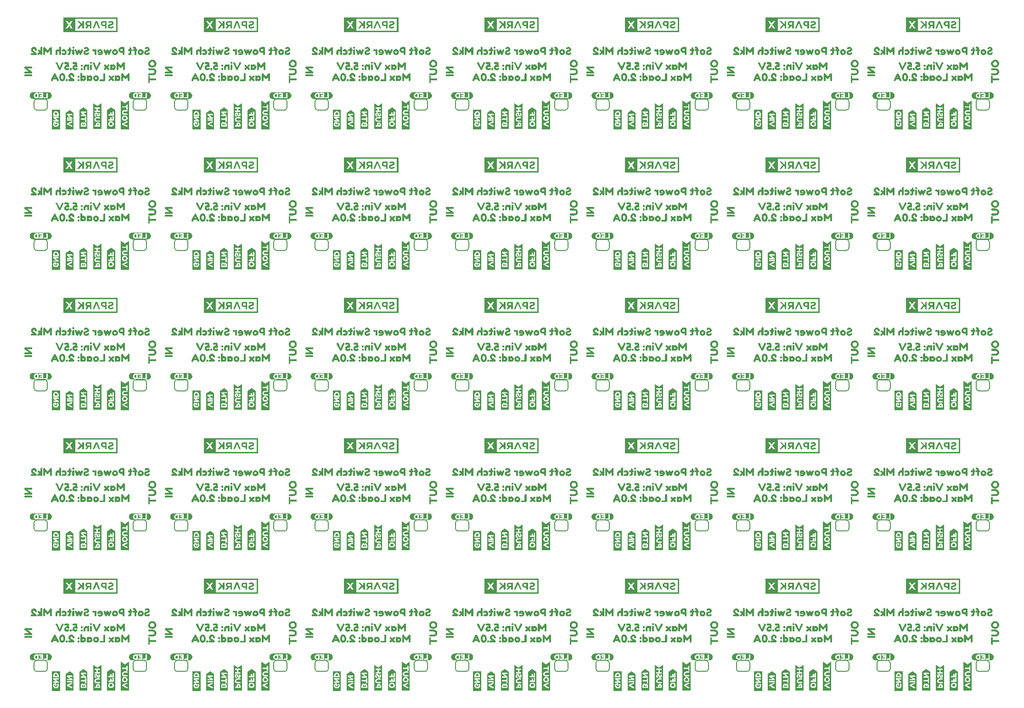
<source format=gbo>
%TF.GenerationSoftware,KiCad,Pcbnew,7.0.10*%
%TF.CreationDate,2024-03-13T10:51:02+00:00*%
%TF.ProjectId,SparkX_Soft_Power_Switch_panelized,53706172-6b58-45f5-936f-66745f506f77,v01*%
%TF.SameCoordinates,Original*%
%TF.FileFunction,Legend,Bot*%
%TF.FilePolarity,Positive*%
%FSLAX46Y46*%
G04 Gerber Fmt 4.6, Leading zero omitted, Abs format (unit mm)*
G04 Created by KiCad (PCBNEW 7.0.10) date 2024-03-13 10:51:02*
%MOMM*%
%LPD*%
G01*
G04 APERTURE LIST*
%ADD10C,0.152400*%
G04 APERTURE END LIST*
%TO.C,kibuzzard-65F05472*%
G36*
X1923852Y12151320D02*
G01*
X1978918Y12097246D01*
X1997273Y11986617D01*
X1983879Y11884422D01*
X1943695Y11831836D01*
X1891109Y11812984D01*
X1822648Y11810008D01*
X719336Y11810008D01*
X618133Y11821914D01*
X561578Y11874500D01*
X542727Y11984633D01*
X556121Y12086828D01*
X596305Y12139414D01*
X647898Y12158266D01*
X717352Y12161242D01*
X1820664Y12161242D01*
X1923852Y12151320D01*
G37*
G36*
X1919883Y13578086D02*
G01*
X1961555Y13553281D01*
X1985367Y13501688D01*
X1995289Y13410406D01*
X1983383Y13316148D01*
X1936750Y13259594D01*
X1826617Y13240742D01*
X1155898Y13240742D01*
X1227501Y13186062D01*
X1320602Y13115947D01*
X1435199Y13030398D01*
X1571294Y12929416D01*
X1728887Y12812999D01*
X1907977Y12681148D01*
X1959570Y12635508D01*
X1984375Y12586891D01*
X1995289Y12492633D01*
X1983383Y12395398D01*
X1936750Y12338844D01*
X1826617Y12319992D01*
X719336Y12319992D01*
X649883Y12322969D01*
X596305Y12341820D01*
X556121Y12393414D01*
X542727Y12492633D01*
X556121Y12594828D01*
X596305Y12647414D01*
X647898Y12666266D01*
X717352Y12669242D01*
X1370211Y12669242D01*
X1297891Y12724694D01*
X1202641Y12797124D01*
X1084461Y12886531D01*
X943350Y12992916D01*
X779308Y13116278D01*
X592336Y13256617D01*
X554633Y13306227D01*
X542727Y13413383D01*
X556121Y13515578D01*
X596305Y13568164D01*
X647898Y13587016D01*
X717352Y13589992D01*
X1818680Y13589992D01*
X1919883Y13578086D01*
G37*
G36*
X1923852Y63951320D02*
G01*
X1978918Y63897246D01*
X1997273Y63786617D01*
X1983879Y63684422D01*
X1943695Y63631836D01*
X1891109Y63612984D01*
X1822648Y63610008D01*
X719336Y63610008D01*
X618133Y63621914D01*
X561578Y63674500D01*
X542727Y63784633D01*
X556121Y63886828D01*
X596305Y63939414D01*
X647898Y63958266D01*
X717352Y63961242D01*
X1820664Y63961242D01*
X1923852Y63951320D01*
G37*
G36*
X1919883Y65378086D02*
G01*
X1961555Y65353281D01*
X1985367Y65301688D01*
X1995289Y65210406D01*
X1983383Y65116148D01*
X1936750Y65059594D01*
X1826617Y65040742D01*
X1155898Y65040742D01*
X1227501Y64986062D01*
X1320602Y64915947D01*
X1435199Y64830398D01*
X1571294Y64729416D01*
X1728887Y64612999D01*
X1907977Y64481148D01*
X1959570Y64435508D01*
X1984375Y64386891D01*
X1995289Y64292633D01*
X1983383Y64195398D01*
X1936750Y64138844D01*
X1826617Y64119992D01*
X719336Y64119992D01*
X649883Y64122969D01*
X596305Y64141820D01*
X556121Y64193414D01*
X542727Y64292633D01*
X556121Y64394828D01*
X596305Y64447414D01*
X647898Y64466266D01*
X717352Y64469242D01*
X1370211Y64469242D01*
X1297891Y64524694D01*
X1202641Y64597124D01*
X1084461Y64686531D01*
X943350Y64792916D01*
X779308Y64916278D01*
X592336Y65056617D01*
X554633Y65106227D01*
X542727Y65213383D01*
X556121Y65315578D01*
X596305Y65368164D01*
X647898Y65387016D01*
X717352Y65389992D01*
X1818680Y65389992D01*
X1919883Y65378086D01*
G37*
G36*
X1923852Y38051320D02*
G01*
X1978918Y37997246D01*
X1997273Y37886617D01*
X1983879Y37784422D01*
X1943695Y37731836D01*
X1891109Y37712984D01*
X1822648Y37710008D01*
X719336Y37710008D01*
X618133Y37721914D01*
X561578Y37774500D01*
X542727Y37884633D01*
X556121Y37986828D01*
X596305Y38039414D01*
X647898Y38058266D01*
X717352Y38061242D01*
X1820664Y38061242D01*
X1923852Y38051320D01*
G37*
G36*
X1919883Y39478086D02*
G01*
X1961555Y39453281D01*
X1985367Y39401688D01*
X1995289Y39310406D01*
X1983383Y39216148D01*
X1936750Y39159594D01*
X1826617Y39140742D01*
X1155898Y39140742D01*
X1227501Y39086062D01*
X1320602Y39015947D01*
X1435199Y38930398D01*
X1571294Y38829416D01*
X1728887Y38712999D01*
X1907977Y38581148D01*
X1959570Y38535508D01*
X1984375Y38486891D01*
X1995289Y38392633D01*
X1983383Y38295398D01*
X1936750Y38238844D01*
X1826617Y38219992D01*
X719336Y38219992D01*
X649883Y38222969D01*
X596305Y38241820D01*
X556121Y38293414D01*
X542727Y38392633D01*
X556121Y38494828D01*
X596305Y38547414D01*
X647898Y38566266D01*
X717352Y38569242D01*
X1370211Y38569242D01*
X1297891Y38624694D01*
X1202641Y38697124D01*
X1084461Y38786531D01*
X943350Y38892916D01*
X779308Y39016278D01*
X592336Y39156617D01*
X554633Y39206227D01*
X542727Y39313383D01*
X556121Y39415578D01*
X596305Y39468164D01*
X647898Y39487016D01*
X717352Y39489992D01*
X1818680Y39489992D01*
X1919883Y39478086D01*
G37*
G36*
X1923852Y89851320D02*
G01*
X1978918Y89797246D01*
X1997273Y89686617D01*
X1983879Y89584422D01*
X1943695Y89531836D01*
X1891109Y89512984D01*
X1822648Y89510008D01*
X719336Y89510008D01*
X618133Y89521914D01*
X561578Y89574500D01*
X542727Y89684633D01*
X556121Y89786828D01*
X596305Y89839414D01*
X647898Y89858266D01*
X717352Y89861242D01*
X1820664Y89861242D01*
X1923852Y89851320D01*
G37*
G36*
X1919883Y91278086D02*
G01*
X1961555Y91253281D01*
X1985367Y91201688D01*
X1995289Y91110406D01*
X1983383Y91016148D01*
X1936750Y90959594D01*
X1826617Y90940742D01*
X1155898Y90940742D01*
X1227501Y90886062D01*
X1320602Y90815947D01*
X1435199Y90730398D01*
X1571294Y90629416D01*
X1728887Y90512999D01*
X1907977Y90381148D01*
X1959570Y90335508D01*
X1984375Y90286891D01*
X1995289Y90192633D01*
X1983383Y90095398D01*
X1936750Y90038844D01*
X1826617Y90019992D01*
X719336Y90019992D01*
X649883Y90022969D01*
X596305Y90041820D01*
X556121Y90093414D01*
X542727Y90192633D01*
X556121Y90294828D01*
X596305Y90347414D01*
X647898Y90366266D01*
X717352Y90369242D01*
X1370211Y90369242D01*
X1297891Y90424694D01*
X1202641Y90497124D01*
X1084461Y90586531D01*
X943350Y90692916D01*
X779308Y90816278D01*
X592336Y90956617D01*
X554633Y91006227D01*
X542727Y91113383D01*
X556121Y91215578D01*
X596305Y91268164D01*
X647898Y91287016D01*
X717352Y91289992D01*
X1818680Y91289992D01*
X1919883Y91278086D01*
G37*
G36*
X105523852Y12151320D02*
G01*
X105578918Y12097246D01*
X105597273Y11986617D01*
X105583879Y11884422D01*
X105543695Y11831836D01*
X105491109Y11812984D01*
X105422648Y11810008D01*
X104319336Y11810008D01*
X104218133Y11821914D01*
X104161578Y11874500D01*
X104142727Y11984633D01*
X104156121Y12086828D01*
X104196305Y12139414D01*
X104247898Y12158266D01*
X104317352Y12161242D01*
X105420664Y12161242D01*
X105523852Y12151320D01*
G37*
G36*
X105519883Y13578086D02*
G01*
X105561555Y13553281D01*
X105585367Y13501688D01*
X105595289Y13410406D01*
X105583383Y13316148D01*
X105536750Y13259594D01*
X105426617Y13240742D01*
X104755898Y13240742D01*
X104827501Y13186062D01*
X104920602Y13115947D01*
X105035199Y13030398D01*
X105171294Y12929416D01*
X105328887Y12812999D01*
X105507977Y12681148D01*
X105559570Y12635508D01*
X105584375Y12586891D01*
X105595289Y12492633D01*
X105583383Y12395398D01*
X105536750Y12338844D01*
X105426617Y12319992D01*
X104319336Y12319992D01*
X104249883Y12322969D01*
X104196305Y12341820D01*
X104156121Y12393414D01*
X104142727Y12492633D01*
X104156121Y12594828D01*
X104196305Y12647414D01*
X104247898Y12666266D01*
X104317352Y12669242D01*
X104970211Y12669242D01*
X104897891Y12724694D01*
X104802641Y12797124D01*
X104684461Y12886531D01*
X104543350Y12992916D01*
X104379308Y13116278D01*
X104192336Y13256617D01*
X104154633Y13306227D01*
X104142727Y13413383D01*
X104156121Y13515578D01*
X104196305Y13568164D01*
X104247898Y13587016D01*
X104317352Y13589992D01*
X105418680Y13589992D01*
X105519883Y13578086D01*
G37*
G36*
X27823852Y12151320D02*
G01*
X27878918Y12097246D01*
X27897273Y11986617D01*
X27883879Y11884422D01*
X27843695Y11831836D01*
X27791109Y11812984D01*
X27722648Y11810008D01*
X26619336Y11810008D01*
X26518133Y11821914D01*
X26461578Y11874500D01*
X26442727Y11984633D01*
X26456121Y12086828D01*
X26496305Y12139414D01*
X26547898Y12158266D01*
X26617352Y12161242D01*
X27720664Y12161242D01*
X27823852Y12151320D01*
G37*
G36*
X27819883Y13578086D02*
G01*
X27861555Y13553281D01*
X27885367Y13501688D01*
X27895289Y13410406D01*
X27883383Y13316148D01*
X27836750Y13259594D01*
X27726617Y13240742D01*
X27055898Y13240742D01*
X27127501Y13186062D01*
X27220602Y13115947D01*
X27335199Y13030398D01*
X27471294Y12929416D01*
X27628887Y12812999D01*
X27807977Y12681148D01*
X27859570Y12635508D01*
X27884375Y12586891D01*
X27895289Y12492633D01*
X27883383Y12395398D01*
X27836750Y12338844D01*
X27726617Y12319992D01*
X26619336Y12319992D01*
X26549883Y12322969D01*
X26496305Y12341820D01*
X26456121Y12393414D01*
X26442727Y12492633D01*
X26456121Y12594828D01*
X26496305Y12647414D01*
X26547898Y12666266D01*
X26617352Y12669242D01*
X27270211Y12669242D01*
X27197891Y12724694D01*
X27102641Y12797124D01*
X26984461Y12886531D01*
X26843350Y12992916D01*
X26679308Y13116278D01*
X26492336Y13256617D01*
X26454633Y13306227D01*
X26442727Y13413383D01*
X26456121Y13515578D01*
X26496305Y13568164D01*
X26547898Y13587016D01*
X26617352Y13589992D01*
X27718680Y13589992D01*
X27819883Y13578086D01*
G37*
G36*
X79623852Y89851320D02*
G01*
X79678918Y89797246D01*
X79697273Y89686617D01*
X79683879Y89584422D01*
X79643695Y89531836D01*
X79591109Y89512984D01*
X79522648Y89510008D01*
X78419336Y89510008D01*
X78318133Y89521914D01*
X78261578Y89574500D01*
X78242727Y89684633D01*
X78256121Y89786828D01*
X78296305Y89839414D01*
X78347898Y89858266D01*
X78417352Y89861242D01*
X79520664Y89861242D01*
X79623852Y89851320D01*
G37*
G36*
X79619883Y91278086D02*
G01*
X79661555Y91253281D01*
X79685367Y91201688D01*
X79695289Y91110406D01*
X79683383Y91016148D01*
X79636750Y90959594D01*
X79526617Y90940742D01*
X78855898Y90940742D01*
X78927501Y90886062D01*
X79020602Y90815947D01*
X79135199Y90730398D01*
X79271294Y90629416D01*
X79428887Y90512999D01*
X79607977Y90381148D01*
X79659570Y90335508D01*
X79684375Y90286891D01*
X79695289Y90192633D01*
X79683383Y90095398D01*
X79636750Y90038844D01*
X79526617Y90019992D01*
X78419336Y90019992D01*
X78349883Y90022969D01*
X78296305Y90041820D01*
X78256121Y90093414D01*
X78242727Y90192633D01*
X78256121Y90294828D01*
X78296305Y90347414D01*
X78347898Y90366266D01*
X78417352Y90369242D01*
X79070211Y90369242D01*
X78997891Y90424694D01*
X78902641Y90497124D01*
X78784461Y90586531D01*
X78643350Y90692916D01*
X78479308Y90816278D01*
X78292336Y90956617D01*
X78254633Y91006227D01*
X78242727Y91113383D01*
X78256121Y91215578D01*
X78296305Y91268164D01*
X78347898Y91287016D01*
X78417352Y91289992D01*
X79518680Y91289992D01*
X79619883Y91278086D01*
G37*
G36*
X131423852Y89851320D02*
G01*
X131478918Y89797246D01*
X131497273Y89686617D01*
X131483879Y89584422D01*
X131443695Y89531836D01*
X131391109Y89512984D01*
X131322648Y89510008D01*
X130219336Y89510008D01*
X130118133Y89521914D01*
X130061578Y89574500D01*
X130042727Y89684633D01*
X130056121Y89786828D01*
X130096305Y89839414D01*
X130147898Y89858266D01*
X130217352Y89861242D01*
X131320664Y89861242D01*
X131423852Y89851320D01*
G37*
G36*
X131419883Y91278086D02*
G01*
X131461555Y91253281D01*
X131485367Y91201688D01*
X131495289Y91110406D01*
X131483383Y91016148D01*
X131436750Y90959594D01*
X131326617Y90940742D01*
X130655898Y90940742D01*
X130727501Y90886062D01*
X130820602Y90815947D01*
X130935199Y90730398D01*
X131071294Y90629416D01*
X131228887Y90512999D01*
X131407977Y90381148D01*
X131459570Y90335508D01*
X131484375Y90286891D01*
X131495289Y90192633D01*
X131483383Y90095398D01*
X131436750Y90038844D01*
X131326617Y90019992D01*
X130219336Y90019992D01*
X130149883Y90022969D01*
X130096305Y90041820D01*
X130056121Y90093414D01*
X130042727Y90192633D01*
X130056121Y90294828D01*
X130096305Y90347414D01*
X130147898Y90366266D01*
X130217352Y90369242D01*
X130870211Y90369242D01*
X130797891Y90424694D01*
X130702641Y90497124D01*
X130584461Y90586531D01*
X130443350Y90692916D01*
X130279308Y90816278D01*
X130092336Y90956617D01*
X130054633Y91006227D01*
X130042727Y91113383D01*
X130056121Y91215578D01*
X130096305Y91268164D01*
X130147898Y91287016D01*
X130217352Y91289992D01*
X131318680Y91289992D01*
X131419883Y91278086D01*
G37*
G36*
X53723852Y38051320D02*
G01*
X53778918Y37997246D01*
X53797273Y37886617D01*
X53783879Y37784422D01*
X53743695Y37731836D01*
X53691109Y37712984D01*
X53622648Y37710008D01*
X52519336Y37710008D01*
X52418133Y37721914D01*
X52361578Y37774500D01*
X52342727Y37884633D01*
X52356121Y37986828D01*
X52396305Y38039414D01*
X52447898Y38058266D01*
X52517352Y38061242D01*
X53620664Y38061242D01*
X53723852Y38051320D01*
G37*
G36*
X53719883Y39478086D02*
G01*
X53761555Y39453281D01*
X53785367Y39401688D01*
X53795289Y39310406D01*
X53783383Y39216148D01*
X53736750Y39159594D01*
X53626617Y39140742D01*
X52955898Y39140742D01*
X53027501Y39086062D01*
X53120602Y39015947D01*
X53235199Y38930398D01*
X53371294Y38829416D01*
X53528887Y38712999D01*
X53707977Y38581148D01*
X53759570Y38535508D01*
X53784375Y38486891D01*
X53795289Y38392633D01*
X53783383Y38295398D01*
X53736750Y38238844D01*
X53626617Y38219992D01*
X52519336Y38219992D01*
X52449883Y38222969D01*
X52396305Y38241820D01*
X52356121Y38293414D01*
X52342727Y38392633D01*
X52356121Y38494828D01*
X52396305Y38547414D01*
X52447898Y38566266D01*
X52517352Y38569242D01*
X53170211Y38569242D01*
X53097891Y38624694D01*
X53002641Y38697124D01*
X52884461Y38786531D01*
X52743350Y38892916D01*
X52579308Y39016278D01*
X52392336Y39156617D01*
X52354633Y39206227D01*
X52342727Y39313383D01*
X52356121Y39415578D01*
X52396305Y39468164D01*
X52447898Y39487016D01*
X52517352Y39489992D01*
X53618680Y39489992D01*
X53719883Y39478086D01*
G37*
G36*
X53723852Y12151320D02*
G01*
X53778918Y12097246D01*
X53797273Y11986617D01*
X53783879Y11884422D01*
X53743695Y11831836D01*
X53691109Y11812984D01*
X53622648Y11810008D01*
X52519336Y11810008D01*
X52418133Y11821914D01*
X52361578Y11874500D01*
X52342727Y11984633D01*
X52356121Y12086828D01*
X52396305Y12139414D01*
X52447898Y12158266D01*
X52517352Y12161242D01*
X53620664Y12161242D01*
X53723852Y12151320D01*
G37*
G36*
X53719883Y13578086D02*
G01*
X53761555Y13553281D01*
X53785367Y13501688D01*
X53795289Y13410406D01*
X53783383Y13316148D01*
X53736750Y13259594D01*
X53626617Y13240742D01*
X52955898Y13240742D01*
X53027501Y13186062D01*
X53120602Y13115947D01*
X53235199Y13030398D01*
X53371294Y12929416D01*
X53528887Y12812999D01*
X53707977Y12681148D01*
X53759570Y12635508D01*
X53784375Y12586891D01*
X53795289Y12492633D01*
X53783383Y12395398D01*
X53736750Y12338844D01*
X53626617Y12319992D01*
X52519336Y12319992D01*
X52449883Y12322969D01*
X52396305Y12341820D01*
X52356121Y12393414D01*
X52342727Y12492633D01*
X52356121Y12594828D01*
X52396305Y12647414D01*
X52447898Y12666266D01*
X52517352Y12669242D01*
X53170211Y12669242D01*
X53097891Y12724694D01*
X53002641Y12797124D01*
X52884461Y12886531D01*
X52743350Y12992916D01*
X52579308Y13116278D01*
X52392336Y13256617D01*
X52354633Y13306227D01*
X52342727Y13413383D01*
X52356121Y13515578D01*
X52396305Y13568164D01*
X52447898Y13587016D01*
X52517352Y13589992D01*
X53618680Y13589992D01*
X53719883Y13578086D01*
G37*
G36*
X27823852Y115751320D02*
G01*
X27878918Y115697246D01*
X27897273Y115586617D01*
X27883879Y115484422D01*
X27843695Y115431836D01*
X27791109Y115412984D01*
X27722648Y115410008D01*
X26619336Y115410008D01*
X26518133Y115421914D01*
X26461578Y115474500D01*
X26442727Y115584633D01*
X26456121Y115686828D01*
X26496305Y115739414D01*
X26547898Y115758266D01*
X26617352Y115761242D01*
X27720664Y115761242D01*
X27823852Y115751320D01*
G37*
G36*
X27819883Y117178086D02*
G01*
X27861555Y117153281D01*
X27885367Y117101688D01*
X27895289Y117010406D01*
X27883383Y116916148D01*
X27836750Y116859594D01*
X27726617Y116840742D01*
X27055898Y116840742D01*
X27127501Y116786062D01*
X27220602Y116715947D01*
X27335199Y116630398D01*
X27471294Y116529416D01*
X27628887Y116412999D01*
X27807977Y116281148D01*
X27859570Y116235508D01*
X27884375Y116186891D01*
X27895289Y116092633D01*
X27883383Y115995398D01*
X27836750Y115938844D01*
X27726617Y115919992D01*
X26619336Y115919992D01*
X26549883Y115922969D01*
X26496305Y115941820D01*
X26456121Y115993414D01*
X26442727Y116092633D01*
X26456121Y116194828D01*
X26496305Y116247414D01*
X26547898Y116266266D01*
X26617352Y116269242D01*
X27270211Y116269242D01*
X27197891Y116324694D01*
X27102641Y116397124D01*
X26984461Y116486531D01*
X26843350Y116592916D01*
X26679308Y116716278D01*
X26492336Y116856617D01*
X26454633Y116906227D01*
X26442727Y117013383D01*
X26456121Y117115578D01*
X26496305Y117168164D01*
X26547898Y117187016D01*
X26617352Y117189992D01*
X27718680Y117189992D01*
X27819883Y117178086D01*
G37*
G36*
X53723852Y89851320D02*
G01*
X53778918Y89797246D01*
X53797273Y89686617D01*
X53783879Y89584422D01*
X53743695Y89531836D01*
X53691109Y89512984D01*
X53622648Y89510008D01*
X52519336Y89510008D01*
X52418133Y89521914D01*
X52361578Y89574500D01*
X52342727Y89684633D01*
X52356121Y89786828D01*
X52396305Y89839414D01*
X52447898Y89858266D01*
X52517352Y89861242D01*
X53620664Y89861242D01*
X53723852Y89851320D01*
G37*
G36*
X53719883Y91278086D02*
G01*
X53761555Y91253281D01*
X53785367Y91201688D01*
X53795289Y91110406D01*
X53783383Y91016148D01*
X53736750Y90959594D01*
X53626617Y90940742D01*
X52955898Y90940742D01*
X53027501Y90886062D01*
X53120602Y90815947D01*
X53235199Y90730398D01*
X53371294Y90629416D01*
X53528887Y90512999D01*
X53707977Y90381148D01*
X53759570Y90335508D01*
X53784375Y90286891D01*
X53795289Y90192633D01*
X53783383Y90095398D01*
X53736750Y90038844D01*
X53626617Y90019992D01*
X52519336Y90019992D01*
X52449883Y90022969D01*
X52396305Y90041820D01*
X52356121Y90093414D01*
X52342727Y90192633D01*
X52356121Y90294828D01*
X52396305Y90347414D01*
X52447898Y90366266D01*
X52517352Y90369242D01*
X53170211Y90369242D01*
X53097891Y90424694D01*
X53002641Y90497124D01*
X52884461Y90586531D01*
X52743350Y90692916D01*
X52579308Y90816278D01*
X52392336Y90956617D01*
X52354633Y91006227D01*
X52342727Y91113383D01*
X52356121Y91215578D01*
X52396305Y91268164D01*
X52447898Y91287016D01*
X52517352Y91289992D01*
X53618680Y91289992D01*
X53719883Y91278086D01*
G37*
G36*
X53723852Y115751320D02*
G01*
X53778918Y115697246D01*
X53797273Y115586617D01*
X53783879Y115484422D01*
X53743695Y115431836D01*
X53691109Y115412984D01*
X53622648Y115410008D01*
X52519336Y115410008D01*
X52418133Y115421914D01*
X52361578Y115474500D01*
X52342727Y115584633D01*
X52356121Y115686828D01*
X52396305Y115739414D01*
X52447898Y115758266D01*
X52517352Y115761242D01*
X53620664Y115761242D01*
X53723852Y115751320D01*
G37*
G36*
X53719883Y117178086D02*
G01*
X53761555Y117153281D01*
X53785367Y117101688D01*
X53795289Y117010406D01*
X53783383Y116916148D01*
X53736750Y116859594D01*
X53626617Y116840742D01*
X52955898Y116840742D01*
X53027501Y116786062D01*
X53120602Y116715947D01*
X53235199Y116630398D01*
X53371294Y116529416D01*
X53528887Y116412999D01*
X53707977Y116281148D01*
X53759570Y116235508D01*
X53784375Y116186891D01*
X53795289Y116092633D01*
X53783383Y115995398D01*
X53736750Y115938844D01*
X53626617Y115919992D01*
X52519336Y115919992D01*
X52449883Y115922969D01*
X52396305Y115941820D01*
X52356121Y115993414D01*
X52342727Y116092633D01*
X52356121Y116194828D01*
X52396305Y116247414D01*
X52447898Y116266266D01*
X52517352Y116269242D01*
X53170211Y116269242D01*
X53097891Y116324694D01*
X53002641Y116397124D01*
X52884461Y116486531D01*
X52743350Y116592916D01*
X52579308Y116716278D01*
X52392336Y116856617D01*
X52354633Y116906227D01*
X52342727Y117013383D01*
X52356121Y117115578D01*
X52396305Y117168164D01*
X52447898Y117187016D01*
X52517352Y117189992D01*
X53618680Y117189992D01*
X53719883Y117178086D01*
G37*
G36*
X79623852Y12151320D02*
G01*
X79678918Y12097246D01*
X79697273Y11986617D01*
X79683879Y11884422D01*
X79643695Y11831836D01*
X79591109Y11812984D01*
X79522648Y11810008D01*
X78419336Y11810008D01*
X78318133Y11821914D01*
X78261578Y11874500D01*
X78242727Y11984633D01*
X78256121Y12086828D01*
X78296305Y12139414D01*
X78347898Y12158266D01*
X78417352Y12161242D01*
X79520664Y12161242D01*
X79623852Y12151320D01*
G37*
G36*
X79619883Y13578086D02*
G01*
X79661555Y13553281D01*
X79685367Y13501688D01*
X79695289Y13410406D01*
X79683383Y13316148D01*
X79636750Y13259594D01*
X79526617Y13240742D01*
X78855898Y13240742D01*
X78927501Y13186062D01*
X79020602Y13115947D01*
X79135199Y13030398D01*
X79271294Y12929416D01*
X79428887Y12812999D01*
X79607977Y12681148D01*
X79659570Y12635508D01*
X79684375Y12586891D01*
X79695289Y12492633D01*
X79683383Y12395398D01*
X79636750Y12338844D01*
X79526617Y12319992D01*
X78419336Y12319992D01*
X78349883Y12322969D01*
X78296305Y12341820D01*
X78256121Y12393414D01*
X78242727Y12492633D01*
X78256121Y12594828D01*
X78296305Y12647414D01*
X78347898Y12666266D01*
X78417352Y12669242D01*
X79070211Y12669242D01*
X78997891Y12724694D01*
X78902641Y12797124D01*
X78784461Y12886531D01*
X78643350Y12992916D01*
X78479308Y13116278D01*
X78292336Y13256617D01*
X78254633Y13306227D01*
X78242727Y13413383D01*
X78256121Y13515578D01*
X78296305Y13568164D01*
X78347898Y13587016D01*
X78417352Y13589992D01*
X79518680Y13589992D01*
X79619883Y13578086D01*
G37*
G36*
X79623852Y38051320D02*
G01*
X79678918Y37997246D01*
X79697273Y37886617D01*
X79683879Y37784422D01*
X79643695Y37731836D01*
X79591109Y37712984D01*
X79522648Y37710008D01*
X78419336Y37710008D01*
X78318133Y37721914D01*
X78261578Y37774500D01*
X78242727Y37884633D01*
X78256121Y37986828D01*
X78296305Y38039414D01*
X78347898Y38058266D01*
X78417352Y38061242D01*
X79520664Y38061242D01*
X79623852Y38051320D01*
G37*
G36*
X79619883Y39478086D02*
G01*
X79661555Y39453281D01*
X79685367Y39401688D01*
X79695289Y39310406D01*
X79683383Y39216148D01*
X79636750Y39159594D01*
X79526617Y39140742D01*
X78855898Y39140742D01*
X78927501Y39086062D01*
X79020602Y39015947D01*
X79135199Y38930398D01*
X79271294Y38829416D01*
X79428887Y38712999D01*
X79607977Y38581148D01*
X79659570Y38535508D01*
X79684375Y38486891D01*
X79695289Y38392633D01*
X79683383Y38295398D01*
X79636750Y38238844D01*
X79526617Y38219992D01*
X78419336Y38219992D01*
X78349883Y38222969D01*
X78296305Y38241820D01*
X78256121Y38293414D01*
X78242727Y38392633D01*
X78256121Y38494828D01*
X78296305Y38547414D01*
X78347898Y38566266D01*
X78417352Y38569242D01*
X79070211Y38569242D01*
X78997891Y38624694D01*
X78902641Y38697124D01*
X78784461Y38786531D01*
X78643350Y38892916D01*
X78479308Y39016278D01*
X78292336Y39156617D01*
X78254633Y39206227D01*
X78242727Y39313383D01*
X78256121Y39415578D01*
X78296305Y39468164D01*
X78347898Y39487016D01*
X78417352Y39489992D01*
X79518680Y39489992D01*
X79619883Y39478086D01*
G37*
G36*
X105523852Y63951320D02*
G01*
X105578918Y63897246D01*
X105597273Y63786617D01*
X105583879Y63684422D01*
X105543695Y63631836D01*
X105491109Y63612984D01*
X105422648Y63610008D01*
X104319336Y63610008D01*
X104218133Y63621914D01*
X104161578Y63674500D01*
X104142727Y63784633D01*
X104156121Y63886828D01*
X104196305Y63939414D01*
X104247898Y63958266D01*
X104317352Y63961242D01*
X105420664Y63961242D01*
X105523852Y63951320D01*
G37*
G36*
X105519883Y65378086D02*
G01*
X105561555Y65353281D01*
X105585367Y65301688D01*
X105595289Y65210406D01*
X105583383Y65116148D01*
X105536750Y65059594D01*
X105426617Y65040742D01*
X104755898Y65040742D01*
X104827501Y64986062D01*
X104920602Y64915947D01*
X105035199Y64830398D01*
X105171294Y64729416D01*
X105328887Y64612999D01*
X105507977Y64481148D01*
X105559570Y64435508D01*
X105584375Y64386891D01*
X105595289Y64292633D01*
X105583383Y64195398D01*
X105536750Y64138844D01*
X105426617Y64119992D01*
X104319336Y64119992D01*
X104249883Y64122969D01*
X104196305Y64141820D01*
X104156121Y64193414D01*
X104142727Y64292633D01*
X104156121Y64394828D01*
X104196305Y64447414D01*
X104247898Y64466266D01*
X104317352Y64469242D01*
X104970211Y64469242D01*
X104897891Y64524694D01*
X104802641Y64597124D01*
X104684461Y64686531D01*
X104543350Y64792916D01*
X104379308Y64916278D01*
X104192336Y65056617D01*
X104154633Y65106227D01*
X104142727Y65213383D01*
X104156121Y65315578D01*
X104196305Y65368164D01*
X104247898Y65387016D01*
X104317352Y65389992D01*
X105418680Y65389992D01*
X105519883Y65378086D01*
G37*
G36*
X53723852Y63951320D02*
G01*
X53778918Y63897246D01*
X53797273Y63786617D01*
X53783879Y63684422D01*
X53743695Y63631836D01*
X53691109Y63612984D01*
X53622648Y63610008D01*
X52519336Y63610008D01*
X52418133Y63621914D01*
X52361578Y63674500D01*
X52342727Y63784633D01*
X52356121Y63886828D01*
X52396305Y63939414D01*
X52447898Y63958266D01*
X52517352Y63961242D01*
X53620664Y63961242D01*
X53723852Y63951320D01*
G37*
G36*
X53719883Y65378086D02*
G01*
X53761555Y65353281D01*
X53785367Y65301688D01*
X53795289Y65210406D01*
X53783383Y65116148D01*
X53736750Y65059594D01*
X53626617Y65040742D01*
X52955898Y65040742D01*
X53027501Y64986062D01*
X53120602Y64915947D01*
X53235199Y64830398D01*
X53371294Y64729416D01*
X53528887Y64612999D01*
X53707977Y64481148D01*
X53759570Y64435508D01*
X53784375Y64386891D01*
X53795289Y64292633D01*
X53783383Y64195398D01*
X53736750Y64138844D01*
X53626617Y64119992D01*
X52519336Y64119992D01*
X52449883Y64122969D01*
X52396305Y64141820D01*
X52356121Y64193414D01*
X52342727Y64292633D01*
X52356121Y64394828D01*
X52396305Y64447414D01*
X52447898Y64466266D01*
X52517352Y64469242D01*
X53170211Y64469242D01*
X53097891Y64524694D01*
X53002641Y64597124D01*
X52884461Y64686531D01*
X52743350Y64792916D01*
X52579308Y64916278D01*
X52392336Y65056617D01*
X52354633Y65106227D01*
X52342727Y65213383D01*
X52356121Y65315578D01*
X52396305Y65368164D01*
X52447898Y65387016D01*
X52517352Y65389992D01*
X53618680Y65389992D01*
X53719883Y65378086D01*
G37*
G36*
X105523852Y115751320D02*
G01*
X105578918Y115697246D01*
X105597273Y115586617D01*
X105583879Y115484422D01*
X105543695Y115431836D01*
X105491109Y115412984D01*
X105422648Y115410008D01*
X104319336Y115410008D01*
X104218133Y115421914D01*
X104161578Y115474500D01*
X104142727Y115584633D01*
X104156121Y115686828D01*
X104196305Y115739414D01*
X104247898Y115758266D01*
X104317352Y115761242D01*
X105420664Y115761242D01*
X105523852Y115751320D01*
G37*
G36*
X105519883Y117178086D02*
G01*
X105561555Y117153281D01*
X105585367Y117101688D01*
X105595289Y117010406D01*
X105583383Y116916148D01*
X105536750Y116859594D01*
X105426617Y116840742D01*
X104755898Y116840742D01*
X104827501Y116786062D01*
X104920602Y116715947D01*
X105035199Y116630398D01*
X105171294Y116529416D01*
X105328887Y116412999D01*
X105507977Y116281148D01*
X105559570Y116235508D01*
X105584375Y116186891D01*
X105595289Y116092633D01*
X105583383Y115995398D01*
X105536750Y115938844D01*
X105426617Y115919992D01*
X104319336Y115919992D01*
X104249883Y115922969D01*
X104196305Y115941820D01*
X104156121Y115993414D01*
X104142727Y116092633D01*
X104156121Y116194828D01*
X104196305Y116247414D01*
X104247898Y116266266D01*
X104317352Y116269242D01*
X104970211Y116269242D01*
X104897891Y116324694D01*
X104802641Y116397124D01*
X104684461Y116486531D01*
X104543350Y116592916D01*
X104379308Y116716278D01*
X104192336Y116856617D01*
X104154633Y116906227D01*
X104142727Y117013383D01*
X104156121Y117115578D01*
X104196305Y117168164D01*
X104247898Y117187016D01*
X104317352Y117189992D01*
X105418680Y117189992D01*
X105519883Y117178086D01*
G37*
G36*
X27823852Y38051320D02*
G01*
X27878918Y37997246D01*
X27897273Y37886617D01*
X27883879Y37784422D01*
X27843695Y37731836D01*
X27791109Y37712984D01*
X27722648Y37710008D01*
X26619336Y37710008D01*
X26518133Y37721914D01*
X26461578Y37774500D01*
X26442727Y37884633D01*
X26456121Y37986828D01*
X26496305Y38039414D01*
X26547898Y38058266D01*
X26617352Y38061242D01*
X27720664Y38061242D01*
X27823852Y38051320D01*
G37*
G36*
X27819883Y39478086D02*
G01*
X27861555Y39453281D01*
X27885367Y39401688D01*
X27895289Y39310406D01*
X27883383Y39216148D01*
X27836750Y39159594D01*
X27726617Y39140742D01*
X27055898Y39140742D01*
X27127501Y39086062D01*
X27220602Y39015947D01*
X27335199Y38930398D01*
X27471294Y38829416D01*
X27628887Y38712999D01*
X27807977Y38581148D01*
X27859570Y38535508D01*
X27884375Y38486891D01*
X27895289Y38392633D01*
X27883383Y38295398D01*
X27836750Y38238844D01*
X27726617Y38219992D01*
X26619336Y38219992D01*
X26549883Y38222969D01*
X26496305Y38241820D01*
X26456121Y38293414D01*
X26442727Y38392633D01*
X26456121Y38494828D01*
X26496305Y38547414D01*
X26547898Y38566266D01*
X26617352Y38569242D01*
X27270211Y38569242D01*
X27197891Y38624694D01*
X27102641Y38697124D01*
X26984461Y38786531D01*
X26843350Y38892916D01*
X26679308Y39016278D01*
X26492336Y39156617D01*
X26454633Y39206227D01*
X26442727Y39313383D01*
X26456121Y39415578D01*
X26496305Y39468164D01*
X26547898Y39487016D01*
X26617352Y39489992D01*
X27718680Y39489992D01*
X27819883Y39478086D01*
G37*
G36*
X79623852Y63951320D02*
G01*
X79678918Y63897246D01*
X79697273Y63786617D01*
X79683879Y63684422D01*
X79643695Y63631836D01*
X79591109Y63612984D01*
X79522648Y63610008D01*
X78419336Y63610008D01*
X78318133Y63621914D01*
X78261578Y63674500D01*
X78242727Y63784633D01*
X78256121Y63886828D01*
X78296305Y63939414D01*
X78347898Y63958266D01*
X78417352Y63961242D01*
X79520664Y63961242D01*
X79623852Y63951320D01*
G37*
G36*
X79619883Y65378086D02*
G01*
X79661555Y65353281D01*
X79685367Y65301688D01*
X79695289Y65210406D01*
X79683383Y65116148D01*
X79636750Y65059594D01*
X79526617Y65040742D01*
X78855898Y65040742D01*
X78927501Y64986062D01*
X79020602Y64915947D01*
X79135199Y64830398D01*
X79271294Y64729416D01*
X79428887Y64612999D01*
X79607977Y64481148D01*
X79659570Y64435508D01*
X79684375Y64386891D01*
X79695289Y64292633D01*
X79683383Y64195398D01*
X79636750Y64138844D01*
X79526617Y64119992D01*
X78419336Y64119992D01*
X78349883Y64122969D01*
X78296305Y64141820D01*
X78256121Y64193414D01*
X78242727Y64292633D01*
X78256121Y64394828D01*
X78296305Y64447414D01*
X78347898Y64466266D01*
X78417352Y64469242D01*
X79070211Y64469242D01*
X78997891Y64524694D01*
X78902641Y64597124D01*
X78784461Y64686531D01*
X78643350Y64792916D01*
X78479308Y64916278D01*
X78292336Y65056617D01*
X78254633Y65106227D01*
X78242727Y65213383D01*
X78256121Y65315578D01*
X78296305Y65368164D01*
X78347898Y65387016D01*
X78417352Y65389992D01*
X79518680Y65389992D01*
X79619883Y65378086D01*
G37*
G36*
X131423852Y63951320D02*
G01*
X131478918Y63897246D01*
X131497273Y63786617D01*
X131483879Y63684422D01*
X131443695Y63631836D01*
X131391109Y63612984D01*
X131322648Y63610008D01*
X130219336Y63610008D01*
X130118133Y63621914D01*
X130061578Y63674500D01*
X130042727Y63784633D01*
X130056121Y63886828D01*
X130096305Y63939414D01*
X130147898Y63958266D01*
X130217352Y63961242D01*
X131320664Y63961242D01*
X131423852Y63951320D01*
G37*
G36*
X131419883Y65378086D02*
G01*
X131461555Y65353281D01*
X131485367Y65301688D01*
X131495289Y65210406D01*
X131483383Y65116148D01*
X131436750Y65059594D01*
X131326617Y65040742D01*
X130655898Y65040742D01*
X130727501Y64986062D01*
X130820602Y64915947D01*
X130935199Y64830398D01*
X131071294Y64729416D01*
X131228887Y64612999D01*
X131407977Y64481148D01*
X131459570Y64435508D01*
X131484375Y64386891D01*
X131495289Y64292633D01*
X131483383Y64195398D01*
X131436750Y64138844D01*
X131326617Y64119992D01*
X130219336Y64119992D01*
X130149883Y64122969D01*
X130096305Y64141820D01*
X130056121Y64193414D01*
X130042727Y64292633D01*
X130056121Y64394828D01*
X130096305Y64447414D01*
X130147898Y64466266D01*
X130217352Y64469242D01*
X130870211Y64469242D01*
X130797891Y64524694D01*
X130702641Y64597124D01*
X130584461Y64686531D01*
X130443350Y64792916D01*
X130279308Y64916278D01*
X130092336Y65056617D01*
X130054633Y65106227D01*
X130042727Y65213383D01*
X130056121Y65315578D01*
X130096305Y65368164D01*
X130147898Y65387016D01*
X130217352Y65389992D01*
X131318680Y65389992D01*
X131419883Y65378086D01*
G37*
G36*
X131423852Y12151320D02*
G01*
X131478918Y12097246D01*
X131497273Y11986617D01*
X131483879Y11884422D01*
X131443695Y11831836D01*
X131391109Y11812984D01*
X131322648Y11810008D01*
X130219336Y11810008D01*
X130118133Y11821914D01*
X130061578Y11874500D01*
X130042727Y11984633D01*
X130056121Y12086828D01*
X130096305Y12139414D01*
X130147898Y12158266D01*
X130217352Y12161242D01*
X131320664Y12161242D01*
X131423852Y12151320D01*
G37*
G36*
X131419883Y13578086D02*
G01*
X131461555Y13553281D01*
X131485367Y13501688D01*
X131495289Y13410406D01*
X131483383Y13316148D01*
X131436750Y13259594D01*
X131326617Y13240742D01*
X130655898Y13240742D01*
X130727501Y13186062D01*
X130820602Y13115947D01*
X130935199Y13030398D01*
X131071294Y12929416D01*
X131228887Y12812999D01*
X131407977Y12681148D01*
X131459570Y12635508D01*
X131484375Y12586891D01*
X131495289Y12492633D01*
X131483383Y12395398D01*
X131436750Y12338844D01*
X131326617Y12319992D01*
X130219336Y12319992D01*
X130149883Y12322969D01*
X130096305Y12341820D01*
X130056121Y12393414D01*
X130042727Y12492633D01*
X130056121Y12594828D01*
X130096305Y12647414D01*
X130147898Y12666266D01*
X130217352Y12669242D01*
X130870211Y12669242D01*
X130797891Y12724694D01*
X130702641Y12797124D01*
X130584461Y12886531D01*
X130443350Y12992916D01*
X130279308Y13116278D01*
X130092336Y13256617D01*
X130054633Y13306227D01*
X130042727Y13413383D01*
X130056121Y13515578D01*
X130096305Y13568164D01*
X130147898Y13587016D01*
X130217352Y13589992D01*
X131318680Y13589992D01*
X131419883Y13578086D01*
G37*
G36*
X1923852Y115751320D02*
G01*
X1978918Y115697246D01*
X1997273Y115586617D01*
X1983879Y115484422D01*
X1943695Y115431836D01*
X1891109Y115412984D01*
X1822648Y115410008D01*
X719336Y115410008D01*
X618133Y115421914D01*
X561578Y115474500D01*
X542727Y115584633D01*
X556121Y115686828D01*
X596305Y115739414D01*
X647898Y115758266D01*
X717352Y115761242D01*
X1820664Y115761242D01*
X1923852Y115751320D01*
G37*
G36*
X1919883Y117178086D02*
G01*
X1961555Y117153281D01*
X1985367Y117101688D01*
X1995289Y117010406D01*
X1983383Y116916148D01*
X1936750Y116859594D01*
X1826617Y116840742D01*
X1155898Y116840742D01*
X1227501Y116786062D01*
X1320602Y116715947D01*
X1435199Y116630398D01*
X1571294Y116529416D01*
X1728887Y116412999D01*
X1907977Y116281148D01*
X1959570Y116235508D01*
X1984375Y116186891D01*
X1995289Y116092633D01*
X1983383Y115995398D01*
X1936750Y115938844D01*
X1826617Y115919992D01*
X719336Y115919992D01*
X649883Y115922969D01*
X596305Y115941820D01*
X556121Y115993414D01*
X542727Y116092633D01*
X556121Y116194828D01*
X596305Y116247414D01*
X647898Y116266266D01*
X717352Y116269242D01*
X1370211Y116269242D01*
X1297891Y116324694D01*
X1202641Y116397124D01*
X1084461Y116486531D01*
X943350Y116592916D01*
X779308Y116716278D01*
X592336Y116856617D01*
X554633Y116906227D01*
X542727Y117013383D01*
X556121Y117115578D01*
X596305Y117168164D01*
X647898Y117187016D01*
X717352Y117189992D01*
X1818680Y117189992D01*
X1919883Y117178086D01*
G37*
G36*
X27823852Y63951320D02*
G01*
X27878918Y63897246D01*
X27897273Y63786617D01*
X27883879Y63684422D01*
X27843695Y63631836D01*
X27791109Y63612984D01*
X27722648Y63610008D01*
X26619336Y63610008D01*
X26518133Y63621914D01*
X26461578Y63674500D01*
X26442727Y63784633D01*
X26456121Y63886828D01*
X26496305Y63939414D01*
X26547898Y63958266D01*
X26617352Y63961242D01*
X27720664Y63961242D01*
X27823852Y63951320D01*
G37*
G36*
X27819883Y65378086D02*
G01*
X27861555Y65353281D01*
X27885367Y65301688D01*
X27895289Y65210406D01*
X27883383Y65116148D01*
X27836750Y65059594D01*
X27726617Y65040742D01*
X27055898Y65040742D01*
X27127501Y64986062D01*
X27220602Y64915947D01*
X27335199Y64830398D01*
X27471294Y64729416D01*
X27628887Y64612999D01*
X27807977Y64481148D01*
X27859570Y64435508D01*
X27884375Y64386891D01*
X27895289Y64292633D01*
X27883383Y64195398D01*
X27836750Y64138844D01*
X27726617Y64119992D01*
X26619336Y64119992D01*
X26549883Y64122969D01*
X26496305Y64141820D01*
X26456121Y64193414D01*
X26442727Y64292633D01*
X26456121Y64394828D01*
X26496305Y64447414D01*
X26547898Y64466266D01*
X26617352Y64469242D01*
X27270211Y64469242D01*
X27197891Y64524694D01*
X27102641Y64597124D01*
X26984461Y64686531D01*
X26843350Y64792916D01*
X26679308Y64916278D01*
X26492336Y65056617D01*
X26454633Y65106227D01*
X26442727Y65213383D01*
X26456121Y65315578D01*
X26496305Y65368164D01*
X26547898Y65387016D01*
X26617352Y65389992D01*
X27718680Y65389992D01*
X27819883Y65378086D01*
G37*
G36*
X27823852Y89851320D02*
G01*
X27878918Y89797246D01*
X27897273Y89686617D01*
X27883879Y89584422D01*
X27843695Y89531836D01*
X27791109Y89512984D01*
X27722648Y89510008D01*
X26619336Y89510008D01*
X26518133Y89521914D01*
X26461578Y89574500D01*
X26442727Y89684633D01*
X26456121Y89786828D01*
X26496305Y89839414D01*
X26547898Y89858266D01*
X26617352Y89861242D01*
X27720664Y89861242D01*
X27823852Y89851320D01*
G37*
G36*
X27819883Y91278086D02*
G01*
X27861555Y91253281D01*
X27885367Y91201688D01*
X27895289Y91110406D01*
X27883383Y91016148D01*
X27836750Y90959594D01*
X27726617Y90940742D01*
X27055898Y90940742D01*
X27127501Y90886062D01*
X27220602Y90815947D01*
X27335199Y90730398D01*
X27471294Y90629416D01*
X27628887Y90512999D01*
X27807977Y90381148D01*
X27859570Y90335508D01*
X27884375Y90286891D01*
X27895289Y90192633D01*
X27883383Y90095398D01*
X27836750Y90038844D01*
X27726617Y90019992D01*
X26619336Y90019992D01*
X26549883Y90022969D01*
X26496305Y90041820D01*
X26456121Y90093414D01*
X26442727Y90192633D01*
X26456121Y90294828D01*
X26496305Y90347414D01*
X26547898Y90366266D01*
X26617352Y90369242D01*
X27270211Y90369242D01*
X27197891Y90424694D01*
X27102641Y90497124D01*
X26984461Y90586531D01*
X26843350Y90692916D01*
X26679308Y90816278D01*
X26492336Y90956617D01*
X26454633Y91006227D01*
X26442727Y91113383D01*
X26456121Y91215578D01*
X26496305Y91268164D01*
X26547898Y91287016D01*
X26617352Y91289992D01*
X27718680Y91289992D01*
X27819883Y91278086D01*
G37*
G36*
X79623852Y115751320D02*
G01*
X79678918Y115697246D01*
X79697273Y115586617D01*
X79683879Y115484422D01*
X79643695Y115431836D01*
X79591109Y115412984D01*
X79522648Y115410008D01*
X78419336Y115410008D01*
X78318133Y115421914D01*
X78261578Y115474500D01*
X78242727Y115584633D01*
X78256121Y115686828D01*
X78296305Y115739414D01*
X78347898Y115758266D01*
X78417352Y115761242D01*
X79520664Y115761242D01*
X79623852Y115751320D01*
G37*
G36*
X79619883Y117178086D02*
G01*
X79661555Y117153281D01*
X79685367Y117101688D01*
X79695289Y117010406D01*
X79683383Y116916148D01*
X79636750Y116859594D01*
X79526617Y116840742D01*
X78855898Y116840742D01*
X78927501Y116786062D01*
X79020602Y116715947D01*
X79135199Y116630398D01*
X79271294Y116529416D01*
X79428887Y116412999D01*
X79607977Y116281148D01*
X79659570Y116235508D01*
X79684375Y116186891D01*
X79695289Y116092633D01*
X79683383Y115995398D01*
X79636750Y115938844D01*
X79526617Y115919992D01*
X78419336Y115919992D01*
X78349883Y115922969D01*
X78296305Y115941820D01*
X78256121Y115993414D01*
X78242727Y116092633D01*
X78256121Y116194828D01*
X78296305Y116247414D01*
X78347898Y116266266D01*
X78417352Y116269242D01*
X79070211Y116269242D01*
X78997891Y116324694D01*
X78902641Y116397124D01*
X78784461Y116486531D01*
X78643350Y116592916D01*
X78479308Y116716278D01*
X78292336Y116856617D01*
X78254633Y116906227D01*
X78242727Y117013383D01*
X78256121Y117115578D01*
X78296305Y117168164D01*
X78347898Y117187016D01*
X78417352Y117189992D01*
X79518680Y117189992D01*
X79619883Y117178086D01*
G37*
G36*
X105523852Y38051320D02*
G01*
X105578918Y37997246D01*
X105597273Y37886617D01*
X105583879Y37784422D01*
X105543695Y37731836D01*
X105491109Y37712984D01*
X105422648Y37710008D01*
X104319336Y37710008D01*
X104218133Y37721914D01*
X104161578Y37774500D01*
X104142727Y37884633D01*
X104156121Y37986828D01*
X104196305Y38039414D01*
X104247898Y38058266D01*
X104317352Y38061242D01*
X105420664Y38061242D01*
X105523852Y38051320D01*
G37*
G36*
X105519883Y39478086D02*
G01*
X105561555Y39453281D01*
X105585367Y39401688D01*
X105595289Y39310406D01*
X105583383Y39216148D01*
X105536750Y39159594D01*
X105426617Y39140742D01*
X104755898Y39140742D01*
X104827501Y39086062D01*
X104920602Y39015947D01*
X105035199Y38930398D01*
X105171294Y38829416D01*
X105328887Y38712999D01*
X105507977Y38581148D01*
X105559570Y38535508D01*
X105584375Y38486891D01*
X105595289Y38392633D01*
X105583383Y38295398D01*
X105536750Y38238844D01*
X105426617Y38219992D01*
X104319336Y38219992D01*
X104249883Y38222969D01*
X104196305Y38241820D01*
X104156121Y38293414D01*
X104142727Y38392633D01*
X104156121Y38494828D01*
X104196305Y38547414D01*
X104247898Y38566266D01*
X104317352Y38569242D01*
X104970211Y38569242D01*
X104897891Y38624694D01*
X104802641Y38697124D01*
X104684461Y38786531D01*
X104543350Y38892916D01*
X104379308Y39016278D01*
X104192336Y39156617D01*
X104154633Y39206227D01*
X104142727Y39313383D01*
X104156121Y39415578D01*
X104196305Y39468164D01*
X104247898Y39487016D01*
X104317352Y39489992D01*
X105418680Y39489992D01*
X105519883Y39478086D01*
G37*
G36*
X131423852Y38051320D02*
G01*
X131478918Y37997246D01*
X131497273Y37886617D01*
X131483879Y37784422D01*
X131443695Y37731836D01*
X131391109Y37712984D01*
X131322648Y37710008D01*
X130219336Y37710008D01*
X130118133Y37721914D01*
X130061578Y37774500D01*
X130042727Y37884633D01*
X130056121Y37986828D01*
X130096305Y38039414D01*
X130147898Y38058266D01*
X130217352Y38061242D01*
X131320664Y38061242D01*
X131423852Y38051320D01*
G37*
G36*
X131419883Y39478086D02*
G01*
X131461555Y39453281D01*
X131485367Y39401688D01*
X131495289Y39310406D01*
X131483383Y39216148D01*
X131436750Y39159594D01*
X131326617Y39140742D01*
X130655898Y39140742D01*
X130727501Y39086062D01*
X130820602Y39015947D01*
X130935199Y38930398D01*
X131071294Y38829416D01*
X131228887Y38712999D01*
X131407977Y38581148D01*
X131459570Y38535508D01*
X131484375Y38486891D01*
X131495289Y38392633D01*
X131483383Y38295398D01*
X131436750Y38238844D01*
X131326617Y38219992D01*
X130219336Y38219992D01*
X130149883Y38222969D01*
X130096305Y38241820D01*
X130056121Y38293414D01*
X130042727Y38392633D01*
X130056121Y38494828D01*
X130096305Y38547414D01*
X130147898Y38566266D01*
X130217352Y38569242D01*
X130870211Y38569242D01*
X130797891Y38624694D01*
X130702641Y38697124D01*
X130584461Y38786531D01*
X130443350Y38892916D01*
X130279308Y39016278D01*
X130092336Y39156617D01*
X130054633Y39206227D01*
X130042727Y39313383D01*
X130056121Y39415578D01*
X130096305Y39468164D01*
X130147898Y39487016D01*
X130217352Y39489992D01*
X131318680Y39489992D01*
X131419883Y39478086D01*
G37*
G36*
X105523852Y89851320D02*
G01*
X105578918Y89797246D01*
X105597273Y89686617D01*
X105583879Y89584422D01*
X105543695Y89531836D01*
X105491109Y89512984D01*
X105422648Y89510008D01*
X104319336Y89510008D01*
X104218133Y89521914D01*
X104161578Y89574500D01*
X104142727Y89684633D01*
X104156121Y89786828D01*
X104196305Y89839414D01*
X104247898Y89858266D01*
X104317352Y89861242D01*
X105420664Y89861242D01*
X105523852Y89851320D01*
G37*
G36*
X105519883Y91278086D02*
G01*
X105561555Y91253281D01*
X105585367Y91201688D01*
X105595289Y91110406D01*
X105583383Y91016148D01*
X105536750Y90959594D01*
X105426617Y90940742D01*
X104755898Y90940742D01*
X104827501Y90886062D01*
X104920602Y90815947D01*
X105035199Y90730398D01*
X105171294Y90629416D01*
X105328887Y90512999D01*
X105507977Y90381148D01*
X105559570Y90335508D01*
X105584375Y90286891D01*
X105595289Y90192633D01*
X105583383Y90095398D01*
X105536750Y90038844D01*
X105426617Y90019992D01*
X104319336Y90019992D01*
X104249883Y90022969D01*
X104196305Y90041820D01*
X104156121Y90093414D01*
X104142727Y90192633D01*
X104156121Y90294828D01*
X104196305Y90347414D01*
X104247898Y90366266D01*
X104317352Y90369242D01*
X104970211Y90369242D01*
X104897891Y90424694D01*
X104802641Y90497124D01*
X104684461Y90586531D01*
X104543350Y90692916D01*
X104379308Y90816278D01*
X104192336Y90956617D01*
X104154633Y91006227D01*
X104142727Y91113383D01*
X104156121Y91215578D01*
X104196305Y91268164D01*
X104247898Y91287016D01*
X104317352Y91289992D01*
X105418680Y91289992D01*
X105519883Y91278086D01*
G37*
G36*
X157323852Y38051320D02*
G01*
X157378918Y37997246D01*
X157397273Y37886617D01*
X157383879Y37784422D01*
X157343695Y37731836D01*
X157291109Y37712984D01*
X157222648Y37710008D01*
X156119336Y37710008D01*
X156018133Y37721914D01*
X155961578Y37774500D01*
X155942727Y37884633D01*
X155956121Y37986828D01*
X155996305Y38039414D01*
X156047898Y38058266D01*
X156117352Y38061242D01*
X157220664Y38061242D01*
X157323852Y38051320D01*
G37*
G36*
X157319883Y39478086D02*
G01*
X157361555Y39453281D01*
X157385367Y39401688D01*
X157395289Y39310406D01*
X157383383Y39216148D01*
X157336750Y39159594D01*
X157226617Y39140742D01*
X156555898Y39140742D01*
X156627501Y39086062D01*
X156720602Y39015947D01*
X156835199Y38930398D01*
X156971294Y38829416D01*
X157128887Y38712999D01*
X157307977Y38581148D01*
X157359570Y38535508D01*
X157384375Y38486891D01*
X157395289Y38392633D01*
X157383383Y38295398D01*
X157336750Y38238844D01*
X157226617Y38219992D01*
X156119336Y38219992D01*
X156049883Y38222969D01*
X155996305Y38241820D01*
X155956121Y38293414D01*
X155942727Y38392633D01*
X155956121Y38494828D01*
X155996305Y38547414D01*
X156047898Y38566266D01*
X156117352Y38569242D01*
X156770211Y38569242D01*
X156697891Y38624694D01*
X156602641Y38697124D01*
X156484461Y38786531D01*
X156343350Y38892916D01*
X156179308Y39016278D01*
X155992336Y39156617D01*
X155954633Y39206227D01*
X155942727Y39313383D01*
X155956121Y39415578D01*
X155996305Y39468164D01*
X156047898Y39487016D01*
X156117352Y39489992D01*
X157218680Y39489992D01*
X157319883Y39478086D01*
G37*
G36*
X157323852Y63951320D02*
G01*
X157378918Y63897246D01*
X157397273Y63786617D01*
X157383879Y63684422D01*
X157343695Y63631836D01*
X157291109Y63612984D01*
X157222648Y63610008D01*
X156119336Y63610008D01*
X156018133Y63621914D01*
X155961578Y63674500D01*
X155942727Y63784633D01*
X155956121Y63886828D01*
X155996305Y63939414D01*
X156047898Y63958266D01*
X156117352Y63961242D01*
X157220664Y63961242D01*
X157323852Y63951320D01*
G37*
G36*
X157319883Y65378086D02*
G01*
X157361555Y65353281D01*
X157385367Y65301688D01*
X157395289Y65210406D01*
X157383383Y65116148D01*
X157336750Y65059594D01*
X157226617Y65040742D01*
X156555898Y65040742D01*
X156627501Y64986062D01*
X156720602Y64915947D01*
X156835199Y64830398D01*
X156971294Y64729416D01*
X157128887Y64612999D01*
X157307977Y64481148D01*
X157359570Y64435508D01*
X157384375Y64386891D01*
X157395289Y64292633D01*
X157383383Y64195398D01*
X157336750Y64138844D01*
X157226617Y64119992D01*
X156119336Y64119992D01*
X156049883Y64122969D01*
X155996305Y64141820D01*
X155956121Y64193414D01*
X155942727Y64292633D01*
X155956121Y64394828D01*
X155996305Y64447414D01*
X156047898Y64466266D01*
X156117352Y64469242D01*
X156770211Y64469242D01*
X156697891Y64524694D01*
X156602641Y64597124D01*
X156484461Y64686531D01*
X156343350Y64792916D01*
X156179308Y64916278D01*
X155992336Y65056617D01*
X155954633Y65106227D01*
X155942727Y65213383D01*
X155956121Y65315578D01*
X155996305Y65368164D01*
X156047898Y65387016D01*
X156117352Y65389992D01*
X157218680Y65389992D01*
X157319883Y65378086D01*
G37*
G36*
X157323852Y12151320D02*
G01*
X157378918Y12097246D01*
X157397273Y11986617D01*
X157383879Y11884422D01*
X157343695Y11831836D01*
X157291109Y11812984D01*
X157222648Y11810008D01*
X156119336Y11810008D01*
X156018133Y11821914D01*
X155961578Y11874500D01*
X155942727Y11984633D01*
X155956121Y12086828D01*
X155996305Y12139414D01*
X156047898Y12158266D01*
X156117352Y12161242D01*
X157220664Y12161242D01*
X157323852Y12151320D01*
G37*
G36*
X157319883Y13578086D02*
G01*
X157361555Y13553281D01*
X157385367Y13501688D01*
X157395289Y13410406D01*
X157383383Y13316148D01*
X157336750Y13259594D01*
X157226617Y13240742D01*
X156555898Y13240742D01*
X156627501Y13186062D01*
X156720602Y13115947D01*
X156835199Y13030398D01*
X156971294Y12929416D01*
X157128887Y12812999D01*
X157307977Y12681148D01*
X157359570Y12635508D01*
X157384375Y12586891D01*
X157395289Y12492633D01*
X157383383Y12395398D01*
X157336750Y12338844D01*
X157226617Y12319992D01*
X156119336Y12319992D01*
X156049883Y12322969D01*
X155996305Y12341820D01*
X155956121Y12393414D01*
X155942727Y12492633D01*
X155956121Y12594828D01*
X155996305Y12647414D01*
X156047898Y12666266D01*
X156117352Y12669242D01*
X156770211Y12669242D01*
X156697891Y12724694D01*
X156602641Y12797124D01*
X156484461Y12886531D01*
X156343350Y12992916D01*
X156179308Y13116278D01*
X155992336Y13256617D01*
X155954633Y13306227D01*
X155942727Y13413383D01*
X155956121Y13515578D01*
X155996305Y13568164D01*
X156047898Y13587016D01*
X156117352Y13589992D01*
X157218680Y13589992D01*
X157319883Y13578086D01*
G37*
G36*
X157323852Y115751320D02*
G01*
X157378918Y115697246D01*
X157397273Y115586617D01*
X157383879Y115484422D01*
X157343695Y115431836D01*
X157291109Y115412984D01*
X157222648Y115410008D01*
X156119336Y115410008D01*
X156018133Y115421914D01*
X155961578Y115474500D01*
X155942727Y115584633D01*
X155956121Y115686828D01*
X155996305Y115739414D01*
X156047898Y115758266D01*
X156117352Y115761242D01*
X157220664Y115761242D01*
X157323852Y115751320D01*
G37*
G36*
X157319883Y117178086D02*
G01*
X157361555Y117153281D01*
X157385367Y117101688D01*
X157395289Y117010406D01*
X157383383Y116916148D01*
X157336750Y116859594D01*
X157226617Y116840742D01*
X156555898Y116840742D01*
X156627501Y116786062D01*
X156720602Y116715947D01*
X156835199Y116630398D01*
X156971294Y116529416D01*
X157128887Y116412999D01*
X157307977Y116281148D01*
X157359570Y116235508D01*
X157384375Y116186891D01*
X157395289Y116092633D01*
X157383383Y115995398D01*
X157336750Y115938844D01*
X157226617Y115919992D01*
X156119336Y115919992D01*
X156049883Y115922969D01*
X155996305Y115941820D01*
X155956121Y115993414D01*
X155942727Y116092633D01*
X155956121Y116194828D01*
X155996305Y116247414D01*
X156047898Y116266266D01*
X156117352Y116269242D01*
X156770211Y116269242D01*
X156697891Y116324694D01*
X156602641Y116397124D01*
X156484461Y116486531D01*
X156343350Y116592916D01*
X156179308Y116716278D01*
X155992336Y116856617D01*
X155954633Y116906227D01*
X155942727Y117013383D01*
X155956121Y117115578D01*
X155996305Y117168164D01*
X156047898Y117187016D01*
X156117352Y117189992D01*
X157218680Y117189992D01*
X157319883Y117178086D01*
G37*
G36*
X131423852Y115751320D02*
G01*
X131478918Y115697246D01*
X131497273Y115586617D01*
X131483879Y115484422D01*
X131443695Y115431836D01*
X131391109Y115412984D01*
X131322648Y115410008D01*
X130219336Y115410008D01*
X130118133Y115421914D01*
X130061578Y115474500D01*
X130042727Y115584633D01*
X130056121Y115686828D01*
X130096305Y115739414D01*
X130147898Y115758266D01*
X130217352Y115761242D01*
X131320664Y115761242D01*
X131423852Y115751320D01*
G37*
G36*
X131419883Y117178086D02*
G01*
X131461555Y117153281D01*
X131485367Y117101688D01*
X131495289Y117010406D01*
X131483383Y116916148D01*
X131436750Y116859594D01*
X131326617Y116840742D01*
X130655898Y116840742D01*
X130727501Y116786062D01*
X130820602Y116715947D01*
X130935199Y116630398D01*
X131071294Y116529416D01*
X131228887Y116412999D01*
X131407977Y116281148D01*
X131459570Y116235508D01*
X131484375Y116186891D01*
X131495289Y116092633D01*
X131483383Y115995398D01*
X131436750Y115938844D01*
X131326617Y115919992D01*
X130219336Y115919992D01*
X130149883Y115922969D01*
X130096305Y115941820D01*
X130056121Y115993414D01*
X130042727Y116092633D01*
X130056121Y116194828D01*
X130096305Y116247414D01*
X130147898Y116266266D01*
X130217352Y116269242D01*
X130870211Y116269242D01*
X130797891Y116324694D01*
X130702641Y116397124D01*
X130584461Y116486531D01*
X130443350Y116592916D01*
X130279308Y116716278D01*
X130092336Y116856617D01*
X130054633Y116906227D01*
X130042727Y117013383D01*
X130056121Y117115578D01*
X130096305Y117168164D01*
X130147898Y117187016D01*
X130217352Y117189992D01*
X131318680Y117189992D01*
X131419883Y117178086D01*
G37*
G36*
X157323852Y89851320D02*
G01*
X157378918Y89797246D01*
X157397273Y89686617D01*
X157383879Y89584422D01*
X157343695Y89531836D01*
X157291109Y89512984D01*
X157222648Y89510008D01*
X156119336Y89510008D01*
X156018133Y89521914D01*
X155961578Y89574500D01*
X155942727Y89684633D01*
X155956121Y89786828D01*
X155996305Y89839414D01*
X156047898Y89858266D01*
X156117352Y89861242D01*
X157220664Y89861242D01*
X157323852Y89851320D01*
G37*
G36*
X157319883Y91278086D02*
G01*
X157361555Y91253281D01*
X157385367Y91201688D01*
X157395289Y91110406D01*
X157383383Y91016148D01*
X157336750Y90959594D01*
X157226617Y90940742D01*
X156555898Y90940742D01*
X156627501Y90886062D01*
X156720602Y90815947D01*
X156835199Y90730398D01*
X156971294Y90629416D01*
X157128887Y90512999D01*
X157307977Y90381148D01*
X157359570Y90335508D01*
X157384375Y90286891D01*
X157395289Y90192633D01*
X157383383Y90095398D01*
X157336750Y90038844D01*
X157226617Y90019992D01*
X156119336Y90019992D01*
X156049883Y90022969D01*
X155996305Y90041820D01*
X155956121Y90093414D01*
X155942727Y90192633D01*
X155956121Y90294828D01*
X155996305Y90347414D01*
X156047898Y90366266D01*
X156117352Y90369242D01*
X156770211Y90369242D01*
X156697891Y90424694D01*
X156602641Y90497124D01*
X156484461Y90586531D01*
X156343350Y90692916D01*
X156179308Y90816278D01*
X155992336Y90956617D01*
X155954633Y91006227D01*
X155942727Y91113383D01*
X155956121Y91215578D01*
X155996305Y91268164D01*
X156047898Y91287016D01*
X156117352Y91289992D01*
X157218680Y91289992D01*
X157319883Y91278086D01*
G37*
%TO.C,kibuzzard-65F056F7*%
G36*
X19127324Y4343709D02*
G01*
X19194926Y4317085D01*
X19251414Y4272712D01*
X19308713Y4188153D01*
X19327813Y4094218D01*
X19308539Y4000456D01*
X19250720Y3916418D01*
X19194154Y3872431D01*
X19127247Y3846038D01*
X19050000Y3837241D01*
X18972753Y3846116D01*
X18905846Y3872739D01*
X18849280Y3917112D01*
X18791461Y4001671D01*
X18772188Y4095607D01*
X18790940Y4189368D01*
X18847197Y4273407D01*
X18902914Y4317394D01*
X18970052Y4343786D01*
X19048611Y4352583D01*
X19127324Y4343709D01*
G37*
G36*
X19805187Y6867712D02*
G01*
X19805187Y6636202D01*
X19805187Y2489850D01*
X19805187Y2026830D01*
X18294813Y2026830D01*
X18294813Y2489850D01*
X18294813Y3020472D01*
X18544381Y3020472D01*
X18544381Y3006582D01*
X18563134Y2940601D01*
X18612445Y2894068D01*
X19390320Y2510686D01*
X19456995Y2489850D01*
X19503529Y2510339D01*
X19545895Y2571805D01*
X19569509Y2641953D01*
X19563953Y2678763D01*
X19544506Y2702377D01*
X19507696Y2725297D01*
X19468802Y2743875D01*
X19392404Y2778775D01*
X19294301Y2823399D01*
X19190295Y2871148D01*
X19086289Y2919071D01*
X18988187Y2964215D01*
X18914046Y2998421D01*
X18881923Y3013527D01*
X19490333Y3291339D01*
X19532005Y3310786D01*
X19569509Y3371905D01*
X19545895Y3453860D01*
X19503529Y3515326D01*
X19456995Y3535814D01*
X19390320Y3514979D01*
X18612445Y3131597D01*
X18563134Y3085064D01*
X18544381Y3020472D01*
X18294813Y3020472D01*
X18294813Y4098385D01*
X18526323Y4098385D01*
X18535873Y3996766D01*
X18564523Y3903048D01*
X18612272Y3817230D01*
X18679120Y3739312D01*
X18759165Y3674591D01*
X18846502Y3628361D01*
X18941132Y3600623D01*
X19043055Y3591377D01*
X19154701Y3601795D01*
X19259054Y3633049D01*
X19351600Y3681666D01*
X19427825Y3744174D01*
X19488596Y3818836D01*
X19534783Y3903916D01*
X19563953Y3995594D01*
X19573677Y4090050D01*
X19564387Y4189455D01*
X19536519Y4282088D01*
X19490072Y4367950D01*
X19425047Y4447039D01*
X19346261Y4513280D01*
X19258533Y4560595D01*
X19161863Y4588984D01*
X19056251Y4598447D01*
X18950248Y4589418D01*
X18852406Y4562332D01*
X18762725Y4517187D01*
X18681204Y4453985D01*
X18613444Y4377586D01*
X18565044Y4292854D01*
X18536003Y4199786D01*
X18526323Y4098385D01*
X18294813Y4098385D01*
X18294813Y5135320D01*
X18526323Y5135320D01*
X18537436Y5033918D01*
X18570773Y4942240D01*
X18622169Y4863585D01*
X18687455Y4801250D01*
X18763506Y4752026D01*
X18844419Y4716865D01*
X18930193Y4695769D01*
X19020830Y4688736D01*
X19438938Y4688736D01*
X19488249Y4690820D01*
X19525059Y4704016D01*
X19554230Y4741521D01*
X19562564Y4812363D01*
X19554230Y4883205D01*
X19525059Y4919321D01*
X19437548Y4935989D01*
X19020830Y4935989D01*
X18938180Y4946407D01*
X18859698Y4977661D01*
X18797191Y5040169D01*
X18773577Y5138793D01*
X18792329Y5227345D01*
X18848586Y5290200D01*
X18929499Y5327705D01*
X19022219Y5340207D01*
X19447272Y5340207D01*
X19523670Y5354097D01*
X19554230Y5394380D01*
X19562564Y5460361D01*
X19555619Y5523563D01*
X19538950Y5559679D01*
X19509780Y5577736D01*
X19437548Y5586071D01*
X19018052Y5586071D01*
X18928457Y5578952D01*
X18843030Y5557595D01*
X18761770Y5522000D01*
X18684677Y5472168D01*
X18620606Y5408618D01*
X18570079Y5329094D01*
X18537262Y5236895D01*
X18526323Y5135320D01*
X18294813Y5135320D01*
X18294813Y6148641D01*
X18542992Y6148641D01*
X18551327Y6079882D01*
X18579802Y6043767D01*
X18615918Y6031265D01*
X18663841Y6029182D01*
X19361150Y6029182D01*
X19361150Y5762482D01*
X19371568Y5697196D01*
X19404211Y5669414D01*
X19462552Y5662469D01*
X19520198Y5669414D01*
X19550063Y5693029D01*
X19562564Y5763871D01*
X19562564Y6536189D01*
X19552146Y6601475D01*
X19519503Y6629257D01*
X19461163Y6636202D01*
X19403516Y6629257D01*
X19373652Y6605643D01*
X19361150Y6534800D01*
X19361150Y6269489D01*
X18662452Y6269489D01*
X18615223Y6267406D01*
X18579802Y6254904D01*
X18551327Y6218094D01*
X18542992Y6148641D01*
X18294813Y6148641D01*
X18294813Y6636202D01*
X18294813Y6867712D01*
X18294813Y7371170D01*
X19050000Y6867712D01*
X19805187Y7371170D01*
X19805187Y6867712D01*
G37*
G36*
X19127324Y107943709D02*
G01*
X19194926Y107917085D01*
X19251414Y107872712D01*
X19308713Y107788153D01*
X19327813Y107694218D01*
X19308539Y107600456D01*
X19250720Y107516418D01*
X19194154Y107472431D01*
X19127247Y107446038D01*
X19050000Y107437241D01*
X18972753Y107446116D01*
X18905846Y107472739D01*
X18849280Y107517112D01*
X18791461Y107601671D01*
X18772188Y107695607D01*
X18790940Y107789368D01*
X18847197Y107873407D01*
X18902914Y107917394D01*
X18970052Y107943786D01*
X19048611Y107952583D01*
X19127324Y107943709D01*
G37*
G36*
X19805187Y110467712D02*
G01*
X19805187Y110236202D01*
X19805187Y106089850D01*
X19805187Y105626830D01*
X18294813Y105626830D01*
X18294813Y106089850D01*
X18294813Y106620472D01*
X18544381Y106620472D01*
X18544381Y106606582D01*
X18563134Y106540601D01*
X18612445Y106494068D01*
X19390320Y106110686D01*
X19456995Y106089850D01*
X19503529Y106110339D01*
X19545895Y106171805D01*
X19569509Y106241953D01*
X19563953Y106278763D01*
X19544506Y106302377D01*
X19507696Y106325297D01*
X19468802Y106343875D01*
X19392404Y106378775D01*
X19294301Y106423399D01*
X19190295Y106471148D01*
X19086289Y106519071D01*
X18988187Y106564215D01*
X18914046Y106598421D01*
X18881923Y106613527D01*
X19490333Y106891339D01*
X19532005Y106910786D01*
X19569509Y106971905D01*
X19545895Y107053860D01*
X19503529Y107115326D01*
X19456995Y107135814D01*
X19390320Y107114979D01*
X18612445Y106731597D01*
X18563134Y106685064D01*
X18544381Y106620472D01*
X18294813Y106620472D01*
X18294813Y107698385D01*
X18526323Y107698385D01*
X18535873Y107596766D01*
X18564523Y107503048D01*
X18612272Y107417230D01*
X18679120Y107339312D01*
X18759165Y107274591D01*
X18846502Y107228361D01*
X18941132Y107200623D01*
X19043055Y107191377D01*
X19154701Y107201795D01*
X19259054Y107233049D01*
X19351600Y107281666D01*
X19427825Y107344174D01*
X19488596Y107418836D01*
X19534783Y107503916D01*
X19563953Y107595594D01*
X19573677Y107690050D01*
X19564387Y107789455D01*
X19536519Y107882088D01*
X19490072Y107967950D01*
X19425047Y108047039D01*
X19346261Y108113280D01*
X19258533Y108160595D01*
X19161863Y108188984D01*
X19056251Y108198447D01*
X18950248Y108189418D01*
X18852406Y108162332D01*
X18762725Y108117187D01*
X18681204Y108053985D01*
X18613444Y107977586D01*
X18565044Y107892854D01*
X18536003Y107799786D01*
X18526323Y107698385D01*
X18294813Y107698385D01*
X18294813Y108735320D01*
X18526323Y108735320D01*
X18537436Y108633918D01*
X18570773Y108542240D01*
X18622169Y108463585D01*
X18687455Y108401250D01*
X18763506Y108352026D01*
X18844419Y108316865D01*
X18930193Y108295769D01*
X19020830Y108288736D01*
X19438938Y108288736D01*
X19488249Y108290820D01*
X19525059Y108304016D01*
X19554230Y108341521D01*
X19562564Y108412363D01*
X19554230Y108483205D01*
X19525059Y108519321D01*
X19437548Y108535989D01*
X19020830Y108535989D01*
X18938180Y108546407D01*
X18859698Y108577661D01*
X18797191Y108640169D01*
X18773577Y108738793D01*
X18792329Y108827345D01*
X18848586Y108890200D01*
X18929499Y108927705D01*
X19022219Y108940207D01*
X19447272Y108940207D01*
X19523670Y108954097D01*
X19554230Y108994380D01*
X19562564Y109060361D01*
X19555619Y109123563D01*
X19538950Y109159679D01*
X19509780Y109177736D01*
X19437548Y109186071D01*
X19018052Y109186071D01*
X18928457Y109178952D01*
X18843030Y109157595D01*
X18761770Y109122000D01*
X18684677Y109072168D01*
X18620606Y109008618D01*
X18570079Y108929094D01*
X18537262Y108836895D01*
X18526323Y108735320D01*
X18294813Y108735320D01*
X18294813Y109748641D01*
X18542992Y109748641D01*
X18551327Y109679882D01*
X18579802Y109643767D01*
X18615918Y109631265D01*
X18663841Y109629182D01*
X19361150Y109629182D01*
X19361150Y109362482D01*
X19371568Y109297196D01*
X19404211Y109269414D01*
X19462552Y109262469D01*
X19520198Y109269414D01*
X19550063Y109293029D01*
X19562564Y109363871D01*
X19562564Y110136189D01*
X19552146Y110201475D01*
X19519503Y110229257D01*
X19461163Y110236202D01*
X19403516Y110229257D01*
X19373652Y110205643D01*
X19361150Y110134800D01*
X19361150Y109869489D01*
X18662452Y109869489D01*
X18615223Y109867406D01*
X18579802Y109854904D01*
X18551327Y109818094D01*
X18542992Y109748641D01*
X18294813Y109748641D01*
X18294813Y110236202D01*
X18294813Y110467712D01*
X18294813Y110971170D01*
X19050000Y110467712D01*
X19805187Y110971170D01*
X19805187Y110467712D01*
G37*
G36*
X96827324Y82043709D02*
G01*
X96894926Y82017085D01*
X96951414Y81972712D01*
X97008713Y81888153D01*
X97027813Y81794218D01*
X97008539Y81700456D01*
X96950720Y81616418D01*
X96894154Y81572431D01*
X96827247Y81546038D01*
X96750000Y81537241D01*
X96672753Y81546116D01*
X96605846Y81572739D01*
X96549280Y81617112D01*
X96491461Y81701671D01*
X96472188Y81795607D01*
X96490940Y81889368D01*
X96547197Y81973407D01*
X96602914Y82017394D01*
X96670052Y82043786D01*
X96748611Y82052583D01*
X96827324Y82043709D01*
G37*
G36*
X97505187Y84567712D02*
G01*
X97505187Y84336202D01*
X97505187Y80189850D01*
X97505187Y79726830D01*
X95994813Y79726830D01*
X95994813Y80189850D01*
X95994813Y80720472D01*
X96244381Y80720472D01*
X96244381Y80706582D01*
X96263134Y80640601D01*
X96312445Y80594068D01*
X97090320Y80210686D01*
X97156995Y80189850D01*
X97203529Y80210339D01*
X97245895Y80271805D01*
X97269509Y80341953D01*
X97263953Y80378763D01*
X97244506Y80402377D01*
X97207696Y80425297D01*
X97168802Y80443875D01*
X97092404Y80478775D01*
X96994301Y80523399D01*
X96890295Y80571148D01*
X96786289Y80619071D01*
X96688187Y80664215D01*
X96614046Y80698421D01*
X96581923Y80713527D01*
X97190333Y80991339D01*
X97232005Y81010786D01*
X97269509Y81071905D01*
X97245895Y81153860D01*
X97203529Y81215326D01*
X97156995Y81235814D01*
X97090320Y81214979D01*
X96312445Y80831597D01*
X96263134Y80785064D01*
X96244381Y80720472D01*
X95994813Y80720472D01*
X95994813Y81798385D01*
X96226323Y81798385D01*
X96235873Y81696766D01*
X96264523Y81603048D01*
X96312272Y81517230D01*
X96379120Y81439312D01*
X96459165Y81374591D01*
X96546502Y81328361D01*
X96641132Y81300623D01*
X96743055Y81291377D01*
X96854701Y81301795D01*
X96959054Y81333049D01*
X97051600Y81381666D01*
X97127825Y81444174D01*
X97188596Y81518836D01*
X97234783Y81603916D01*
X97263953Y81695594D01*
X97273677Y81790050D01*
X97264387Y81889455D01*
X97236519Y81982088D01*
X97190072Y82067950D01*
X97125047Y82147039D01*
X97046261Y82213280D01*
X96958533Y82260595D01*
X96861863Y82288984D01*
X96756251Y82298447D01*
X96650248Y82289418D01*
X96552406Y82262332D01*
X96462725Y82217187D01*
X96381204Y82153985D01*
X96313444Y82077586D01*
X96265044Y81992854D01*
X96236003Y81899786D01*
X96226323Y81798385D01*
X95994813Y81798385D01*
X95994813Y82835320D01*
X96226323Y82835320D01*
X96237436Y82733918D01*
X96270773Y82642240D01*
X96322169Y82563585D01*
X96387455Y82501250D01*
X96463506Y82452026D01*
X96544419Y82416865D01*
X96630193Y82395769D01*
X96720830Y82388736D01*
X97138938Y82388736D01*
X97188249Y82390820D01*
X97225059Y82404016D01*
X97254230Y82441521D01*
X97262564Y82512363D01*
X97254230Y82583205D01*
X97225059Y82619321D01*
X97137548Y82635989D01*
X96720830Y82635989D01*
X96638180Y82646407D01*
X96559698Y82677661D01*
X96497191Y82740169D01*
X96473577Y82838793D01*
X96492329Y82927345D01*
X96548586Y82990200D01*
X96629499Y83027705D01*
X96722219Y83040207D01*
X97147272Y83040207D01*
X97223670Y83054097D01*
X97254230Y83094380D01*
X97262564Y83160361D01*
X97255619Y83223563D01*
X97238950Y83259679D01*
X97209780Y83277736D01*
X97137548Y83286071D01*
X96718052Y83286071D01*
X96628457Y83278952D01*
X96543030Y83257595D01*
X96461770Y83222000D01*
X96384677Y83172168D01*
X96320606Y83108618D01*
X96270079Y83029094D01*
X96237262Y82936895D01*
X96226323Y82835320D01*
X95994813Y82835320D01*
X95994813Y83848641D01*
X96242992Y83848641D01*
X96251327Y83779882D01*
X96279802Y83743767D01*
X96315918Y83731265D01*
X96363841Y83729182D01*
X97061150Y83729182D01*
X97061150Y83462482D01*
X97071568Y83397196D01*
X97104211Y83369414D01*
X97162552Y83362469D01*
X97220198Y83369414D01*
X97250063Y83393029D01*
X97262564Y83463871D01*
X97262564Y84236189D01*
X97252146Y84301475D01*
X97219503Y84329257D01*
X97161163Y84336202D01*
X97103516Y84329257D01*
X97073652Y84305643D01*
X97061150Y84234800D01*
X97061150Y83969489D01*
X96362452Y83969489D01*
X96315223Y83967406D01*
X96279802Y83954904D01*
X96251327Y83918094D01*
X96242992Y83848641D01*
X95994813Y83848641D01*
X95994813Y84336202D01*
X95994813Y84567712D01*
X95994813Y85071170D01*
X96750000Y84567712D01*
X97505187Y85071170D01*
X97505187Y84567712D01*
G37*
G36*
X19127324Y30243709D02*
G01*
X19194926Y30217085D01*
X19251414Y30172712D01*
X19308713Y30088153D01*
X19327813Y29994218D01*
X19308539Y29900456D01*
X19250720Y29816418D01*
X19194154Y29772431D01*
X19127247Y29746038D01*
X19050000Y29737241D01*
X18972753Y29746116D01*
X18905846Y29772739D01*
X18849280Y29817112D01*
X18791461Y29901671D01*
X18772188Y29995607D01*
X18790940Y30089368D01*
X18847197Y30173407D01*
X18902914Y30217394D01*
X18970052Y30243786D01*
X19048611Y30252583D01*
X19127324Y30243709D01*
G37*
G36*
X19805187Y32767712D02*
G01*
X19805187Y32536202D01*
X19805187Y28389850D01*
X19805187Y27926830D01*
X18294813Y27926830D01*
X18294813Y28389850D01*
X18294813Y28920472D01*
X18544381Y28920472D01*
X18544381Y28906582D01*
X18563134Y28840601D01*
X18612445Y28794068D01*
X19390320Y28410686D01*
X19456995Y28389850D01*
X19503529Y28410339D01*
X19545895Y28471805D01*
X19569509Y28541953D01*
X19563953Y28578763D01*
X19544506Y28602377D01*
X19507696Y28625297D01*
X19468802Y28643875D01*
X19392404Y28678775D01*
X19294301Y28723399D01*
X19190295Y28771148D01*
X19086289Y28819071D01*
X18988187Y28864215D01*
X18914046Y28898421D01*
X18881923Y28913527D01*
X19490333Y29191339D01*
X19532005Y29210786D01*
X19569509Y29271905D01*
X19545895Y29353860D01*
X19503529Y29415326D01*
X19456995Y29435814D01*
X19390320Y29414979D01*
X18612445Y29031597D01*
X18563134Y28985064D01*
X18544381Y28920472D01*
X18294813Y28920472D01*
X18294813Y29998385D01*
X18526323Y29998385D01*
X18535873Y29896766D01*
X18564523Y29803048D01*
X18612272Y29717230D01*
X18679120Y29639312D01*
X18759165Y29574591D01*
X18846502Y29528361D01*
X18941132Y29500623D01*
X19043055Y29491377D01*
X19154701Y29501795D01*
X19259054Y29533049D01*
X19351600Y29581666D01*
X19427825Y29644174D01*
X19488596Y29718836D01*
X19534783Y29803916D01*
X19563953Y29895594D01*
X19573677Y29990050D01*
X19564387Y30089455D01*
X19536519Y30182088D01*
X19490072Y30267950D01*
X19425047Y30347039D01*
X19346261Y30413280D01*
X19258533Y30460595D01*
X19161863Y30488984D01*
X19056251Y30498447D01*
X18950248Y30489418D01*
X18852406Y30462332D01*
X18762725Y30417187D01*
X18681204Y30353985D01*
X18613444Y30277586D01*
X18565044Y30192854D01*
X18536003Y30099786D01*
X18526323Y29998385D01*
X18294813Y29998385D01*
X18294813Y31035320D01*
X18526323Y31035320D01*
X18537436Y30933918D01*
X18570773Y30842240D01*
X18622169Y30763585D01*
X18687455Y30701250D01*
X18763506Y30652026D01*
X18844419Y30616865D01*
X18930193Y30595769D01*
X19020830Y30588736D01*
X19438938Y30588736D01*
X19488249Y30590820D01*
X19525059Y30604016D01*
X19554230Y30641521D01*
X19562564Y30712363D01*
X19554230Y30783205D01*
X19525059Y30819321D01*
X19437548Y30835989D01*
X19020830Y30835989D01*
X18938180Y30846407D01*
X18859698Y30877661D01*
X18797191Y30940169D01*
X18773577Y31038793D01*
X18792329Y31127345D01*
X18848586Y31190200D01*
X18929499Y31227705D01*
X19022219Y31240207D01*
X19447272Y31240207D01*
X19523670Y31254097D01*
X19554230Y31294380D01*
X19562564Y31360361D01*
X19555619Y31423563D01*
X19538950Y31459679D01*
X19509780Y31477736D01*
X19437548Y31486071D01*
X19018052Y31486071D01*
X18928457Y31478952D01*
X18843030Y31457595D01*
X18761770Y31422000D01*
X18684677Y31372168D01*
X18620606Y31308618D01*
X18570079Y31229094D01*
X18537262Y31136895D01*
X18526323Y31035320D01*
X18294813Y31035320D01*
X18294813Y32048641D01*
X18542992Y32048641D01*
X18551327Y31979882D01*
X18579802Y31943767D01*
X18615918Y31931265D01*
X18663841Y31929182D01*
X19361150Y31929182D01*
X19361150Y31662482D01*
X19371568Y31597196D01*
X19404211Y31569414D01*
X19462552Y31562469D01*
X19520198Y31569414D01*
X19550063Y31593029D01*
X19562564Y31663871D01*
X19562564Y32436189D01*
X19552146Y32501475D01*
X19519503Y32529257D01*
X19461163Y32536202D01*
X19403516Y32529257D01*
X19373652Y32505643D01*
X19361150Y32434800D01*
X19361150Y32169489D01*
X18662452Y32169489D01*
X18615223Y32167406D01*
X18579802Y32154904D01*
X18551327Y32118094D01*
X18542992Y32048641D01*
X18294813Y32048641D01*
X18294813Y32536202D01*
X18294813Y32767712D01*
X18294813Y33271170D01*
X19050000Y32767712D01*
X19805187Y33271170D01*
X19805187Y32767712D01*
G37*
G36*
X45027324Y82043709D02*
G01*
X45094926Y82017085D01*
X45151414Y81972712D01*
X45208713Y81888153D01*
X45227813Y81794218D01*
X45208539Y81700456D01*
X45150720Y81616418D01*
X45094154Y81572431D01*
X45027247Y81546038D01*
X44950000Y81537241D01*
X44872753Y81546116D01*
X44805846Y81572739D01*
X44749280Y81617112D01*
X44691461Y81701671D01*
X44672188Y81795607D01*
X44690940Y81889368D01*
X44747197Y81973407D01*
X44802914Y82017394D01*
X44870052Y82043786D01*
X44948611Y82052583D01*
X45027324Y82043709D01*
G37*
G36*
X45705187Y84567712D02*
G01*
X45705187Y84336202D01*
X45705187Y80189850D01*
X45705187Y79726830D01*
X44194813Y79726830D01*
X44194813Y80189850D01*
X44194813Y80720472D01*
X44444381Y80720472D01*
X44444381Y80706582D01*
X44463134Y80640601D01*
X44512445Y80594068D01*
X45290320Y80210686D01*
X45356995Y80189850D01*
X45403529Y80210339D01*
X45445895Y80271805D01*
X45469509Y80341953D01*
X45463953Y80378763D01*
X45444506Y80402377D01*
X45407696Y80425297D01*
X45368802Y80443875D01*
X45292404Y80478775D01*
X45194301Y80523399D01*
X45090295Y80571148D01*
X44986289Y80619071D01*
X44888187Y80664215D01*
X44814046Y80698421D01*
X44781923Y80713527D01*
X45390333Y80991339D01*
X45432005Y81010786D01*
X45469509Y81071905D01*
X45445895Y81153860D01*
X45403529Y81215326D01*
X45356995Y81235814D01*
X45290320Y81214979D01*
X44512445Y80831597D01*
X44463134Y80785064D01*
X44444381Y80720472D01*
X44194813Y80720472D01*
X44194813Y81798385D01*
X44426323Y81798385D01*
X44435873Y81696766D01*
X44464523Y81603048D01*
X44512272Y81517230D01*
X44579120Y81439312D01*
X44659165Y81374591D01*
X44746502Y81328361D01*
X44841132Y81300623D01*
X44943055Y81291377D01*
X45054701Y81301795D01*
X45159054Y81333049D01*
X45251600Y81381666D01*
X45327825Y81444174D01*
X45388596Y81518836D01*
X45434783Y81603916D01*
X45463953Y81695594D01*
X45473677Y81790050D01*
X45464387Y81889455D01*
X45436519Y81982088D01*
X45390072Y82067950D01*
X45325047Y82147039D01*
X45246261Y82213280D01*
X45158533Y82260595D01*
X45061863Y82288984D01*
X44956251Y82298447D01*
X44850248Y82289418D01*
X44752406Y82262332D01*
X44662725Y82217187D01*
X44581204Y82153985D01*
X44513444Y82077586D01*
X44465044Y81992854D01*
X44436003Y81899786D01*
X44426323Y81798385D01*
X44194813Y81798385D01*
X44194813Y82835320D01*
X44426323Y82835320D01*
X44437436Y82733918D01*
X44470773Y82642240D01*
X44522169Y82563585D01*
X44587455Y82501250D01*
X44663506Y82452026D01*
X44744419Y82416865D01*
X44830193Y82395769D01*
X44920830Y82388736D01*
X45338938Y82388736D01*
X45388249Y82390820D01*
X45425059Y82404016D01*
X45454230Y82441521D01*
X45462564Y82512363D01*
X45454230Y82583205D01*
X45425059Y82619321D01*
X45337548Y82635989D01*
X44920830Y82635989D01*
X44838180Y82646407D01*
X44759698Y82677661D01*
X44697191Y82740169D01*
X44673577Y82838793D01*
X44692329Y82927345D01*
X44748586Y82990200D01*
X44829499Y83027705D01*
X44922219Y83040207D01*
X45347272Y83040207D01*
X45423670Y83054097D01*
X45454230Y83094380D01*
X45462564Y83160361D01*
X45455619Y83223563D01*
X45438950Y83259679D01*
X45409780Y83277736D01*
X45337548Y83286071D01*
X44918052Y83286071D01*
X44828457Y83278952D01*
X44743030Y83257595D01*
X44661770Y83222000D01*
X44584677Y83172168D01*
X44520606Y83108618D01*
X44470079Y83029094D01*
X44437262Y82936895D01*
X44426323Y82835320D01*
X44194813Y82835320D01*
X44194813Y83848641D01*
X44442992Y83848641D01*
X44451327Y83779882D01*
X44479802Y83743767D01*
X44515918Y83731265D01*
X44563841Y83729182D01*
X45261150Y83729182D01*
X45261150Y83462482D01*
X45271568Y83397196D01*
X45304211Y83369414D01*
X45362552Y83362469D01*
X45420198Y83369414D01*
X45450063Y83393029D01*
X45462564Y83463871D01*
X45462564Y84236189D01*
X45452146Y84301475D01*
X45419503Y84329257D01*
X45361163Y84336202D01*
X45303516Y84329257D01*
X45273652Y84305643D01*
X45261150Y84234800D01*
X45261150Y83969489D01*
X44562452Y83969489D01*
X44515223Y83967406D01*
X44479802Y83954904D01*
X44451327Y83918094D01*
X44442992Y83848641D01*
X44194813Y83848641D01*
X44194813Y84336202D01*
X44194813Y84567712D01*
X44194813Y85071170D01*
X44950000Y84567712D01*
X45705187Y85071170D01*
X45705187Y84567712D01*
G37*
G36*
X45027324Y4343709D02*
G01*
X45094926Y4317085D01*
X45151414Y4272712D01*
X45208713Y4188153D01*
X45227813Y4094218D01*
X45208539Y4000456D01*
X45150720Y3916418D01*
X45094154Y3872431D01*
X45027247Y3846038D01*
X44950000Y3837241D01*
X44872753Y3846116D01*
X44805846Y3872739D01*
X44749280Y3917112D01*
X44691461Y4001671D01*
X44672188Y4095607D01*
X44690940Y4189368D01*
X44747197Y4273407D01*
X44802914Y4317394D01*
X44870052Y4343786D01*
X44948611Y4352583D01*
X45027324Y4343709D01*
G37*
G36*
X45705187Y6867712D02*
G01*
X45705187Y6636202D01*
X45705187Y2489850D01*
X45705187Y2026830D01*
X44194813Y2026830D01*
X44194813Y2489850D01*
X44194813Y3020472D01*
X44444381Y3020472D01*
X44444381Y3006582D01*
X44463134Y2940601D01*
X44512445Y2894068D01*
X45290320Y2510686D01*
X45356995Y2489850D01*
X45403529Y2510339D01*
X45445895Y2571805D01*
X45469509Y2641953D01*
X45463953Y2678763D01*
X45444506Y2702377D01*
X45407696Y2725297D01*
X45368802Y2743875D01*
X45292404Y2778775D01*
X45194301Y2823399D01*
X45090295Y2871148D01*
X44986289Y2919071D01*
X44888187Y2964215D01*
X44814046Y2998421D01*
X44781923Y3013527D01*
X45390333Y3291339D01*
X45432005Y3310786D01*
X45469509Y3371905D01*
X45445895Y3453860D01*
X45403529Y3515326D01*
X45356995Y3535814D01*
X45290320Y3514979D01*
X44512445Y3131597D01*
X44463134Y3085064D01*
X44444381Y3020472D01*
X44194813Y3020472D01*
X44194813Y4098385D01*
X44426323Y4098385D01*
X44435873Y3996766D01*
X44464523Y3903048D01*
X44512272Y3817230D01*
X44579120Y3739312D01*
X44659165Y3674591D01*
X44746502Y3628361D01*
X44841132Y3600623D01*
X44943055Y3591377D01*
X45054701Y3601795D01*
X45159054Y3633049D01*
X45251600Y3681666D01*
X45327825Y3744174D01*
X45388596Y3818836D01*
X45434783Y3903916D01*
X45463953Y3995594D01*
X45473677Y4090050D01*
X45464387Y4189455D01*
X45436519Y4282088D01*
X45390072Y4367950D01*
X45325047Y4447039D01*
X45246261Y4513280D01*
X45158533Y4560595D01*
X45061863Y4588984D01*
X44956251Y4598447D01*
X44850248Y4589418D01*
X44752406Y4562332D01*
X44662725Y4517187D01*
X44581204Y4453985D01*
X44513444Y4377586D01*
X44465044Y4292854D01*
X44436003Y4199786D01*
X44426323Y4098385D01*
X44194813Y4098385D01*
X44194813Y5135320D01*
X44426323Y5135320D01*
X44437436Y5033918D01*
X44470773Y4942240D01*
X44522169Y4863585D01*
X44587455Y4801250D01*
X44663506Y4752026D01*
X44744419Y4716865D01*
X44830193Y4695769D01*
X44920830Y4688736D01*
X45338938Y4688736D01*
X45388249Y4690820D01*
X45425059Y4704016D01*
X45454230Y4741521D01*
X45462564Y4812363D01*
X45454230Y4883205D01*
X45425059Y4919321D01*
X45337548Y4935989D01*
X44920830Y4935989D01*
X44838180Y4946407D01*
X44759698Y4977661D01*
X44697191Y5040169D01*
X44673577Y5138793D01*
X44692329Y5227345D01*
X44748586Y5290200D01*
X44829499Y5327705D01*
X44922219Y5340207D01*
X45347272Y5340207D01*
X45423670Y5354097D01*
X45454230Y5394380D01*
X45462564Y5460361D01*
X45455619Y5523563D01*
X45438950Y5559679D01*
X45409780Y5577736D01*
X45337548Y5586071D01*
X44918052Y5586071D01*
X44828457Y5578952D01*
X44743030Y5557595D01*
X44661770Y5522000D01*
X44584677Y5472168D01*
X44520606Y5408618D01*
X44470079Y5329094D01*
X44437262Y5236895D01*
X44426323Y5135320D01*
X44194813Y5135320D01*
X44194813Y6148641D01*
X44442992Y6148641D01*
X44451327Y6079882D01*
X44479802Y6043767D01*
X44515918Y6031265D01*
X44563841Y6029182D01*
X45261150Y6029182D01*
X45261150Y5762482D01*
X45271568Y5697196D01*
X45304211Y5669414D01*
X45362552Y5662469D01*
X45420198Y5669414D01*
X45450063Y5693029D01*
X45462564Y5763871D01*
X45462564Y6536189D01*
X45452146Y6601475D01*
X45419503Y6629257D01*
X45361163Y6636202D01*
X45303516Y6629257D01*
X45273652Y6605643D01*
X45261150Y6534800D01*
X45261150Y6269489D01*
X44562452Y6269489D01*
X44515223Y6267406D01*
X44479802Y6254904D01*
X44451327Y6218094D01*
X44442992Y6148641D01*
X44194813Y6148641D01*
X44194813Y6636202D01*
X44194813Y6867712D01*
X44194813Y7371170D01*
X44950000Y6867712D01*
X45705187Y7371170D01*
X45705187Y6867712D01*
G37*
G36*
X45027324Y107943709D02*
G01*
X45094926Y107917085D01*
X45151414Y107872712D01*
X45208713Y107788153D01*
X45227813Y107694218D01*
X45208539Y107600456D01*
X45150720Y107516418D01*
X45094154Y107472431D01*
X45027247Y107446038D01*
X44950000Y107437241D01*
X44872753Y107446116D01*
X44805846Y107472739D01*
X44749280Y107517112D01*
X44691461Y107601671D01*
X44672188Y107695607D01*
X44690940Y107789368D01*
X44747197Y107873407D01*
X44802914Y107917394D01*
X44870052Y107943786D01*
X44948611Y107952583D01*
X45027324Y107943709D01*
G37*
G36*
X45705187Y110467712D02*
G01*
X45705187Y110236202D01*
X45705187Y106089850D01*
X45705187Y105626830D01*
X44194813Y105626830D01*
X44194813Y106089850D01*
X44194813Y106620472D01*
X44444381Y106620472D01*
X44444381Y106606582D01*
X44463134Y106540601D01*
X44512445Y106494068D01*
X45290320Y106110686D01*
X45356995Y106089850D01*
X45403529Y106110339D01*
X45445895Y106171805D01*
X45469509Y106241953D01*
X45463953Y106278763D01*
X45444506Y106302377D01*
X45407696Y106325297D01*
X45368802Y106343875D01*
X45292404Y106378775D01*
X45194301Y106423399D01*
X45090295Y106471148D01*
X44986289Y106519071D01*
X44888187Y106564215D01*
X44814046Y106598421D01*
X44781923Y106613527D01*
X45390333Y106891339D01*
X45432005Y106910786D01*
X45469509Y106971905D01*
X45445895Y107053860D01*
X45403529Y107115326D01*
X45356995Y107135814D01*
X45290320Y107114979D01*
X44512445Y106731597D01*
X44463134Y106685064D01*
X44444381Y106620472D01*
X44194813Y106620472D01*
X44194813Y107698385D01*
X44426323Y107698385D01*
X44435873Y107596766D01*
X44464523Y107503048D01*
X44512272Y107417230D01*
X44579120Y107339312D01*
X44659165Y107274591D01*
X44746502Y107228361D01*
X44841132Y107200623D01*
X44943055Y107191377D01*
X45054701Y107201795D01*
X45159054Y107233049D01*
X45251600Y107281666D01*
X45327825Y107344174D01*
X45388596Y107418836D01*
X45434783Y107503916D01*
X45463953Y107595594D01*
X45473677Y107690050D01*
X45464387Y107789455D01*
X45436519Y107882088D01*
X45390072Y107967950D01*
X45325047Y108047039D01*
X45246261Y108113280D01*
X45158533Y108160595D01*
X45061863Y108188984D01*
X44956251Y108198447D01*
X44850248Y108189418D01*
X44752406Y108162332D01*
X44662725Y108117187D01*
X44581204Y108053985D01*
X44513444Y107977586D01*
X44465044Y107892854D01*
X44436003Y107799786D01*
X44426323Y107698385D01*
X44194813Y107698385D01*
X44194813Y108735320D01*
X44426323Y108735320D01*
X44437436Y108633918D01*
X44470773Y108542240D01*
X44522169Y108463585D01*
X44587455Y108401250D01*
X44663506Y108352026D01*
X44744419Y108316865D01*
X44830193Y108295769D01*
X44920830Y108288736D01*
X45338938Y108288736D01*
X45388249Y108290820D01*
X45425059Y108304016D01*
X45454230Y108341521D01*
X45462564Y108412363D01*
X45454230Y108483205D01*
X45425059Y108519321D01*
X45337548Y108535989D01*
X44920830Y108535989D01*
X44838180Y108546407D01*
X44759698Y108577661D01*
X44697191Y108640169D01*
X44673577Y108738793D01*
X44692329Y108827345D01*
X44748586Y108890200D01*
X44829499Y108927705D01*
X44922219Y108940207D01*
X45347272Y108940207D01*
X45423670Y108954097D01*
X45454230Y108994380D01*
X45462564Y109060361D01*
X45455619Y109123563D01*
X45438950Y109159679D01*
X45409780Y109177736D01*
X45337548Y109186071D01*
X44918052Y109186071D01*
X44828457Y109178952D01*
X44743030Y109157595D01*
X44661770Y109122000D01*
X44584677Y109072168D01*
X44520606Y109008618D01*
X44470079Y108929094D01*
X44437262Y108836895D01*
X44426323Y108735320D01*
X44194813Y108735320D01*
X44194813Y109748641D01*
X44442992Y109748641D01*
X44451327Y109679882D01*
X44479802Y109643767D01*
X44515918Y109631265D01*
X44563841Y109629182D01*
X45261150Y109629182D01*
X45261150Y109362482D01*
X45271568Y109297196D01*
X45304211Y109269414D01*
X45362552Y109262469D01*
X45420198Y109269414D01*
X45450063Y109293029D01*
X45462564Y109363871D01*
X45462564Y110136189D01*
X45452146Y110201475D01*
X45419503Y110229257D01*
X45361163Y110236202D01*
X45303516Y110229257D01*
X45273652Y110205643D01*
X45261150Y110134800D01*
X45261150Y109869489D01*
X44562452Y109869489D01*
X44515223Y109867406D01*
X44479802Y109854904D01*
X44451327Y109818094D01*
X44442992Y109748641D01*
X44194813Y109748641D01*
X44194813Y110236202D01*
X44194813Y110467712D01*
X44194813Y110971170D01*
X44950000Y110467712D01*
X45705187Y110971170D01*
X45705187Y110467712D01*
G37*
G36*
X70927324Y4343709D02*
G01*
X70994926Y4317085D01*
X71051414Y4272712D01*
X71108713Y4188153D01*
X71127813Y4094218D01*
X71108539Y4000456D01*
X71050720Y3916418D01*
X70994154Y3872431D01*
X70927247Y3846038D01*
X70850000Y3837241D01*
X70772753Y3846116D01*
X70705846Y3872739D01*
X70649280Y3917112D01*
X70591461Y4001671D01*
X70572188Y4095607D01*
X70590940Y4189368D01*
X70647197Y4273407D01*
X70702914Y4317394D01*
X70770052Y4343786D01*
X70848611Y4352583D01*
X70927324Y4343709D01*
G37*
G36*
X71605187Y6867712D02*
G01*
X71605187Y6636202D01*
X71605187Y2489850D01*
X71605187Y2026830D01*
X70094813Y2026830D01*
X70094813Y2489850D01*
X70094813Y3020472D01*
X70344381Y3020472D01*
X70344381Y3006582D01*
X70363134Y2940601D01*
X70412445Y2894068D01*
X71190320Y2510686D01*
X71256995Y2489850D01*
X71303529Y2510339D01*
X71345895Y2571805D01*
X71369509Y2641953D01*
X71363953Y2678763D01*
X71344506Y2702377D01*
X71307696Y2725297D01*
X71268802Y2743875D01*
X71192404Y2778775D01*
X71094301Y2823399D01*
X70990295Y2871148D01*
X70886289Y2919071D01*
X70788187Y2964215D01*
X70714046Y2998421D01*
X70681923Y3013527D01*
X71290333Y3291339D01*
X71332005Y3310786D01*
X71369509Y3371905D01*
X71345895Y3453860D01*
X71303529Y3515326D01*
X71256995Y3535814D01*
X71190320Y3514979D01*
X70412445Y3131597D01*
X70363134Y3085064D01*
X70344381Y3020472D01*
X70094813Y3020472D01*
X70094813Y4098385D01*
X70326323Y4098385D01*
X70335873Y3996766D01*
X70364523Y3903048D01*
X70412272Y3817230D01*
X70479120Y3739312D01*
X70559165Y3674591D01*
X70646502Y3628361D01*
X70741132Y3600623D01*
X70843055Y3591377D01*
X70954701Y3601795D01*
X71059054Y3633049D01*
X71151600Y3681666D01*
X71227825Y3744174D01*
X71288596Y3818836D01*
X71334783Y3903916D01*
X71363953Y3995594D01*
X71373677Y4090050D01*
X71364387Y4189455D01*
X71336519Y4282088D01*
X71290072Y4367950D01*
X71225047Y4447039D01*
X71146261Y4513280D01*
X71058533Y4560595D01*
X70961863Y4588984D01*
X70856251Y4598447D01*
X70750248Y4589418D01*
X70652406Y4562332D01*
X70562725Y4517187D01*
X70481204Y4453985D01*
X70413444Y4377586D01*
X70365044Y4292854D01*
X70336003Y4199786D01*
X70326323Y4098385D01*
X70094813Y4098385D01*
X70094813Y5135320D01*
X70326323Y5135320D01*
X70337436Y5033918D01*
X70370773Y4942240D01*
X70422169Y4863585D01*
X70487455Y4801250D01*
X70563506Y4752026D01*
X70644419Y4716865D01*
X70730193Y4695769D01*
X70820830Y4688736D01*
X71238938Y4688736D01*
X71288249Y4690820D01*
X71325059Y4704016D01*
X71354230Y4741521D01*
X71362564Y4812363D01*
X71354230Y4883205D01*
X71325059Y4919321D01*
X71237548Y4935989D01*
X70820830Y4935989D01*
X70738180Y4946407D01*
X70659698Y4977661D01*
X70597191Y5040169D01*
X70573577Y5138793D01*
X70592329Y5227345D01*
X70648586Y5290200D01*
X70729499Y5327705D01*
X70822219Y5340207D01*
X71247272Y5340207D01*
X71323670Y5354097D01*
X71354230Y5394380D01*
X71362564Y5460361D01*
X71355619Y5523563D01*
X71338950Y5559679D01*
X71309780Y5577736D01*
X71237548Y5586071D01*
X70818052Y5586071D01*
X70728457Y5578952D01*
X70643030Y5557595D01*
X70561770Y5522000D01*
X70484677Y5472168D01*
X70420606Y5408618D01*
X70370079Y5329094D01*
X70337262Y5236895D01*
X70326323Y5135320D01*
X70094813Y5135320D01*
X70094813Y6148641D01*
X70342992Y6148641D01*
X70351327Y6079882D01*
X70379802Y6043767D01*
X70415918Y6031265D01*
X70463841Y6029182D01*
X71161150Y6029182D01*
X71161150Y5762482D01*
X71171568Y5697196D01*
X71204211Y5669414D01*
X71262552Y5662469D01*
X71320198Y5669414D01*
X71350063Y5693029D01*
X71362564Y5763871D01*
X71362564Y6536189D01*
X71352146Y6601475D01*
X71319503Y6629257D01*
X71261163Y6636202D01*
X71203516Y6629257D01*
X71173652Y6605643D01*
X71161150Y6534800D01*
X71161150Y6269489D01*
X70462452Y6269489D01*
X70415223Y6267406D01*
X70379802Y6254904D01*
X70351327Y6218094D01*
X70342992Y6148641D01*
X70094813Y6148641D01*
X70094813Y6636202D01*
X70094813Y6867712D01*
X70094813Y7371170D01*
X70850000Y6867712D01*
X71605187Y7371170D01*
X71605187Y6867712D01*
G37*
G36*
X70927324Y56143709D02*
G01*
X70994926Y56117085D01*
X71051414Y56072712D01*
X71108713Y55988153D01*
X71127813Y55894218D01*
X71108539Y55800456D01*
X71050720Y55716418D01*
X70994154Y55672431D01*
X70927247Y55646038D01*
X70850000Y55637241D01*
X70772753Y55646116D01*
X70705846Y55672739D01*
X70649280Y55717112D01*
X70591461Y55801671D01*
X70572188Y55895607D01*
X70590940Y55989368D01*
X70647197Y56073407D01*
X70702914Y56117394D01*
X70770052Y56143786D01*
X70848611Y56152583D01*
X70927324Y56143709D01*
G37*
G36*
X71605187Y58667712D02*
G01*
X71605187Y58436202D01*
X71605187Y54289850D01*
X71605187Y53826830D01*
X70094813Y53826830D01*
X70094813Y54289850D01*
X70094813Y54820472D01*
X70344381Y54820472D01*
X70344381Y54806582D01*
X70363134Y54740601D01*
X70412445Y54694068D01*
X71190320Y54310686D01*
X71256995Y54289850D01*
X71303529Y54310339D01*
X71345895Y54371805D01*
X71369509Y54441953D01*
X71363953Y54478763D01*
X71344506Y54502377D01*
X71307696Y54525297D01*
X71268802Y54543875D01*
X71192404Y54578775D01*
X71094301Y54623399D01*
X70990295Y54671148D01*
X70886289Y54719071D01*
X70788187Y54764215D01*
X70714046Y54798421D01*
X70681923Y54813527D01*
X71290333Y55091339D01*
X71332005Y55110786D01*
X71369509Y55171905D01*
X71345895Y55253860D01*
X71303529Y55315326D01*
X71256995Y55335814D01*
X71190320Y55314979D01*
X70412445Y54931597D01*
X70363134Y54885064D01*
X70344381Y54820472D01*
X70094813Y54820472D01*
X70094813Y55898385D01*
X70326323Y55898385D01*
X70335873Y55796766D01*
X70364523Y55703048D01*
X70412272Y55617230D01*
X70479120Y55539312D01*
X70559165Y55474591D01*
X70646502Y55428361D01*
X70741132Y55400623D01*
X70843055Y55391377D01*
X70954701Y55401795D01*
X71059054Y55433049D01*
X71151600Y55481666D01*
X71227825Y55544174D01*
X71288596Y55618836D01*
X71334783Y55703916D01*
X71363953Y55795594D01*
X71373677Y55890050D01*
X71364387Y55989455D01*
X71336519Y56082088D01*
X71290072Y56167950D01*
X71225047Y56247039D01*
X71146261Y56313280D01*
X71058533Y56360595D01*
X70961863Y56388984D01*
X70856251Y56398447D01*
X70750248Y56389418D01*
X70652406Y56362332D01*
X70562725Y56317187D01*
X70481204Y56253985D01*
X70413444Y56177586D01*
X70365044Y56092854D01*
X70336003Y55999786D01*
X70326323Y55898385D01*
X70094813Y55898385D01*
X70094813Y56935320D01*
X70326323Y56935320D01*
X70337436Y56833918D01*
X70370773Y56742240D01*
X70422169Y56663585D01*
X70487455Y56601250D01*
X70563506Y56552026D01*
X70644419Y56516865D01*
X70730193Y56495769D01*
X70820830Y56488736D01*
X71238938Y56488736D01*
X71288249Y56490820D01*
X71325059Y56504016D01*
X71354230Y56541521D01*
X71362564Y56612363D01*
X71354230Y56683205D01*
X71325059Y56719321D01*
X71237548Y56735989D01*
X70820830Y56735989D01*
X70738180Y56746407D01*
X70659698Y56777661D01*
X70597191Y56840169D01*
X70573577Y56938793D01*
X70592329Y57027345D01*
X70648586Y57090200D01*
X70729499Y57127705D01*
X70822219Y57140207D01*
X71247272Y57140207D01*
X71323670Y57154097D01*
X71354230Y57194380D01*
X71362564Y57260361D01*
X71355619Y57323563D01*
X71338950Y57359679D01*
X71309780Y57377736D01*
X71237548Y57386071D01*
X70818052Y57386071D01*
X70728457Y57378952D01*
X70643030Y57357595D01*
X70561770Y57322000D01*
X70484677Y57272168D01*
X70420606Y57208618D01*
X70370079Y57129094D01*
X70337262Y57036895D01*
X70326323Y56935320D01*
X70094813Y56935320D01*
X70094813Y57948641D01*
X70342992Y57948641D01*
X70351327Y57879882D01*
X70379802Y57843767D01*
X70415918Y57831265D01*
X70463841Y57829182D01*
X71161150Y57829182D01*
X71161150Y57562482D01*
X71171568Y57497196D01*
X71204211Y57469414D01*
X71262552Y57462469D01*
X71320198Y57469414D01*
X71350063Y57493029D01*
X71362564Y57563871D01*
X71362564Y58336189D01*
X71352146Y58401475D01*
X71319503Y58429257D01*
X71261163Y58436202D01*
X71203516Y58429257D01*
X71173652Y58405643D01*
X71161150Y58334800D01*
X71161150Y58069489D01*
X70462452Y58069489D01*
X70415223Y58067406D01*
X70379802Y58054904D01*
X70351327Y58018094D01*
X70342992Y57948641D01*
X70094813Y57948641D01*
X70094813Y58436202D01*
X70094813Y58667712D01*
X70094813Y59171170D01*
X70850000Y58667712D01*
X71605187Y59171170D01*
X71605187Y58667712D01*
G37*
G36*
X70927324Y82043709D02*
G01*
X70994926Y82017085D01*
X71051414Y81972712D01*
X71108713Y81888153D01*
X71127813Y81794218D01*
X71108539Y81700456D01*
X71050720Y81616418D01*
X70994154Y81572431D01*
X70927247Y81546038D01*
X70850000Y81537241D01*
X70772753Y81546116D01*
X70705846Y81572739D01*
X70649280Y81617112D01*
X70591461Y81701671D01*
X70572188Y81795607D01*
X70590940Y81889368D01*
X70647197Y81973407D01*
X70702914Y82017394D01*
X70770052Y82043786D01*
X70848611Y82052583D01*
X70927324Y82043709D01*
G37*
G36*
X71605187Y84567712D02*
G01*
X71605187Y84336202D01*
X71605187Y80189850D01*
X71605187Y79726830D01*
X70094813Y79726830D01*
X70094813Y80189850D01*
X70094813Y80720472D01*
X70344381Y80720472D01*
X70344381Y80706582D01*
X70363134Y80640601D01*
X70412445Y80594068D01*
X71190320Y80210686D01*
X71256995Y80189850D01*
X71303529Y80210339D01*
X71345895Y80271805D01*
X71369509Y80341953D01*
X71363953Y80378763D01*
X71344506Y80402377D01*
X71307696Y80425297D01*
X71268802Y80443875D01*
X71192404Y80478775D01*
X71094301Y80523399D01*
X70990295Y80571148D01*
X70886289Y80619071D01*
X70788187Y80664215D01*
X70714046Y80698421D01*
X70681923Y80713527D01*
X71290333Y80991339D01*
X71332005Y81010786D01*
X71369509Y81071905D01*
X71345895Y81153860D01*
X71303529Y81215326D01*
X71256995Y81235814D01*
X71190320Y81214979D01*
X70412445Y80831597D01*
X70363134Y80785064D01*
X70344381Y80720472D01*
X70094813Y80720472D01*
X70094813Y81798385D01*
X70326323Y81798385D01*
X70335873Y81696766D01*
X70364523Y81603048D01*
X70412272Y81517230D01*
X70479120Y81439312D01*
X70559165Y81374591D01*
X70646502Y81328361D01*
X70741132Y81300623D01*
X70843055Y81291377D01*
X70954701Y81301795D01*
X71059054Y81333049D01*
X71151600Y81381666D01*
X71227825Y81444174D01*
X71288596Y81518836D01*
X71334783Y81603916D01*
X71363953Y81695594D01*
X71373677Y81790050D01*
X71364387Y81889455D01*
X71336519Y81982088D01*
X71290072Y82067950D01*
X71225047Y82147039D01*
X71146261Y82213280D01*
X71058533Y82260595D01*
X70961863Y82288984D01*
X70856251Y82298447D01*
X70750248Y82289418D01*
X70652406Y82262332D01*
X70562725Y82217187D01*
X70481204Y82153985D01*
X70413444Y82077586D01*
X70365044Y81992854D01*
X70336003Y81899786D01*
X70326323Y81798385D01*
X70094813Y81798385D01*
X70094813Y82835320D01*
X70326323Y82835320D01*
X70337436Y82733918D01*
X70370773Y82642240D01*
X70422169Y82563585D01*
X70487455Y82501250D01*
X70563506Y82452026D01*
X70644419Y82416865D01*
X70730193Y82395769D01*
X70820830Y82388736D01*
X71238938Y82388736D01*
X71288249Y82390820D01*
X71325059Y82404016D01*
X71354230Y82441521D01*
X71362564Y82512363D01*
X71354230Y82583205D01*
X71325059Y82619321D01*
X71237548Y82635989D01*
X70820830Y82635989D01*
X70738180Y82646407D01*
X70659698Y82677661D01*
X70597191Y82740169D01*
X70573577Y82838793D01*
X70592329Y82927345D01*
X70648586Y82990200D01*
X70729499Y83027705D01*
X70822219Y83040207D01*
X71247272Y83040207D01*
X71323670Y83054097D01*
X71354230Y83094380D01*
X71362564Y83160361D01*
X71355619Y83223563D01*
X71338950Y83259679D01*
X71309780Y83277736D01*
X71237548Y83286071D01*
X70818052Y83286071D01*
X70728457Y83278952D01*
X70643030Y83257595D01*
X70561770Y83222000D01*
X70484677Y83172168D01*
X70420606Y83108618D01*
X70370079Y83029094D01*
X70337262Y82936895D01*
X70326323Y82835320D01*
X70094813Y82835320D01*
X70094813Y83848641D01*
X70342992Y83848641D01*
X70351327Y83779882D01*
X70379802Y83743767D01*
X70415918Y83731265D01*
X70463841Y83729182D01*
X71161150Y83729182D01*
X71161150Y83462482D01*
X71171568Y83397196D01*
X71204211Y83369414D01*
X71262552Y83362469D01*
X71320198Y83369414D01*
X71350063Y83393029D01*
X71362564Y83463871D01*
X71362564Y84236189D01*
X71352146Y84301475D01*
X71319503Y84329257D01*
X71261163Y84336202D01*
X71203516Y84329257D01*
X71173652Y84305643D01*
X71161150Y84234800D01*
X71161150Y83969489D01*
X70462452Y83969489D01*
X70415223Y83967406D01*
X70379802Y83954904D01*
X70351327Y83918094D01*
X70342992Y83848641D01*
X70094813Y83848641D01*
X70094813Y84336202D01*
X70094813Y84567712D01*
X70094813Y85071170D01*
X70850000Y84567712D01*
X71605187Y85071170D01*
X71605187Y84567712D01*
G37*
G36*
X45027324Y30243709D02*
G01*
X45094926Y30217085D01*
X45151414Y30172712D01*
X45208713Y30088153D01*
X45227813Y29994218D01*
X45208539Y29900456D01*
X45150720Y29816418D01*
X45094154Y29772431D01*
X45027247Y29746038D01*
X44950000Y29737241D01*
X44872753Y29746116D01*
X44805846Y29772739D01*
X44749280Y29817112D01*
X44691461Y29901671D01*
X44672188Y29995607D01*
X44690940Y30089368D01*
X44747197Y30173407D01*
X44802914Y30217394D01*
X44870052Y30243786D01*
X44948611Y30252583D01*
X45027324Y30243709D01*
G37*
G36*
X45705187Y32767712D02*
G01*
X45705187Y32536202D01*
X45705187Y28389850D01*
X45705187Y27926830D01*
X44194813Y27926830D01*
X44194813Y28389850D01*
X44194813Y28920472D01*
X44444381Y28920472D01*
X44444381Y28906582D01*
X44463134Y28840601D01*
X44512445Y28794068D01*
X45290320Y28410686D01*
X45356995Y28389850D01*
X45403529Y28410339D01*
X45445895Y28471805D01*
X45469509Y28541953D01*
X45463953Y28578763D01*
X45444506Y28602377D01*
X45407696Y28625297D01*
X45368802Y28643875D01*
X45292404Y28678775D01*
X45194301Y28723399D01*
X45090295Y28771148D01*
X44986289Y28819071D01*
X44888187Y28864215D01*
X44814046Y28898421D01*
X44781923Y28913527D01*
X45390333Y29191339D01*
X45432005Y29210786D01*
X45469509Y29271905D01*
X45445895Y29353860D01*
X45403529Y29415326D01*
X45356995Y29435814D01*
X45290320Y29414979D01*
X44512445Y29031597D01*
X44463134Y28985064D01*
X44444381Y28920472D01*
X44194813Y28920472D01*
X44194813Y29998385D01*
X44426323Y29998385D01*
X44435873Y29896766D01*
X44464523Y29803048D01*
X44512272Y29717230D01*
X44579120Y29639312D01*
X44659165Y29574591D01*
X44746502Y29528361D01*
X44841132Y29500623D01*
X44943055Y29491377D01*
X45054701Y29501795D01*
X45159054Y29533049D01*
X45251600Y29581666D01*
X45327825Y29644174D01*
X45388596Y29718836D01*
X45434783Y29803916D01*
X45463953Y29895594D01*
X45473677Y29990050D01*
X45464387Y30089455D01*
X45436519Y30182088D01*
X45390072Y30267950D01*
X45325047Y30347039D01*
X45246261Y30413280D01*
X45158533Y30460595D01*
X45061863Y30488984D01*
X44956251Y30498447D01*
X44850248Y30489418D01*
X44752406Y30462332D01*
X44662725Y30417187D01*
X44581204Y30353985D01*
X44513444Y30277586D01*
X44465044Y30192854D01*
X44436003Y30099786D01*
X44426323Y29998385D01*
X44194813Y29998385D01*
X44194813Y31035320D01*
X44426323Y31035320D01*
X44437436Y30933918D01*
X44470773Y30842240D01*
X44522169Y30763585D01*
X44587455Y30701250D01*
X44663506Y30652026D01*
X44744419Y30616865D01*
X44830193Y30595769D01*
X44920830Y30588736D01*
X45338938Y30588736D01*
X45388249Y30590820D01*
X45425059Y30604016D01*
X45454230Y30641521D01*
X45462564Y30712363D01*
X45454230Y30783205D01*
X45425059Y30819321D01*
X45337548Y30835989D01*
X44920830Y30835989D01*
X44838180Y30846407D01*
X44759698Y30877661D01*
X44697191Y30940169D01*
X44673577Y31038793D01*
X44692329Y31127345D01*
X44748586Y31190200D01*
X44829499Y31227705D01*
X44922219Y31240207D01*
X45347272Y31240207D01*
X45423670Y31254097D01*
X45454230Y31294380D01*
X45462564Y31360361D01*
X45455619Y31423563D01*
X45438950Y31459679D01*
X45409780Y31477736D01*
X45337548Y31486071D01*
X44918052Y31486071D01*
X44828457Y31478952D01*
X44743030Y31457595D01*
X44661770Y31422000D01*
X44584677Y31372168D01*
X44520606Y31308618D01*
X44470079Y31229094D01*
X44437262Y31136895D01*
X44426323Y31035320D01*
X44194813Y31035320D01*
X44194813Y32048641D01*
X44442992Y32048641D01*
X44451327Y31979882D01*
X44479802Y31943767D01*
X44515918Y31931265D01*
X44563841Y31929182D01*
X45261150Y31929182D01*
X45261150Y31662482D01*
X45271568Y31597196D01*
X45304211Y31569414D01*
X45362552Y31562469D01*
X45420198Y31569414D01*
X45450063Y31593029D01*
X45462564Y31663871D01*
X45462564Y32436189D01*
X45452146Y32501475D01*
X45419503Y32529257D01*
X45361163Y32536202D01*
X45303516Y32529257D01*
X45273652Y32505643D01*
X45261150Y32434800D01*
X45261150Y32169489D01*
X44562452Y32169489D01*
X44515223Y32167406D01*
X44479802Y32154904D01*
X44451327Y32118094D01*
X44442992Y32048641D01*
X44194813Y32048641D01*
X44194813Y32536202D01*
X44194813Y32767712D01*
X44194813Y33271170D01*
X44950000Y32767712D01*
X45705187Y33271170D01*
X45705187Y32767712D01*
G37*
G36*
X96827324Y4343709D02*
G01*
X96894926Y4317085D01*
X96951414Y4272712D01*
X97008713Y4188153D01*
X97027813Y4094218D01*
X97008539Y4000456D01*
X96950720Y3916418D01*
X96894154Y3872431D01*
X96827247Y3846038D01*
X96750000Y3837241D01*
X96672753Y3846116D01*
X96605846Y3872739D01*
X96549280Y3917112D01*
X96491461Y4001671D01*
X96472188Y4095607D01*
X96490940Y4189368D01*
X96547197Y4273407D01*
X96602914Y4317394D01*
X96670052Y4343786D01*
X96748611Y4352583D01*
X96827324Y4343709D01*
G37*
G36*
X97505187Y6867712D02*
G01*
X97505187Y6636202D01*
X97505187Y2489850D01*
X97505187Y2026830D01*
X95994813Y2026830D01*
X95994813Y2489850D01*
X95994813Y3020472D01*
X96244381Y3020472D01*
X96244381Y3006582D01*
X96263134Y2940601D01*
X96312445Y2894068D01*
X97090320Y2510686D01*
X97156995Y2489850D01*
X97203529Y2510339D01*
X97245895Y2571805D01*
X97269509Y2641953D01*
X97263953Y2678763D01*
X97244506Y2702377D01*
X97207696Y2725297D01*
X97168802Y2743875D01*
X97092404Y2778775D01*
X96994301Y2823399D01*
X96890295Y2871148D01*
X96786289Y2919071D01*
X96688187Y2964215D01*
X96614046Y2998421D01*
X96581923Y3013527D01*
X97190333Y3291339D01*
X97232005Y3310786D01*
X97269509Y3371905D01*
X97245895Y3453860D01*
X97203529Y3515326D01*
X97156995Y3535814D01*
X97090320Y3514979D01*
X96312445Y3131597D01*
X96263134Y3085064D01*
X96244381Y3020472D01*
X95994813Y3020472D01*
X95994813Y4098385D01*
X96226323Y4098385D01*
X96235873Y3996766D01*
X96264523Y3903048D01*
X96312272Y3817230D01*
X96379120Y3739312D01*
X96459165Y3674591D01*
X96546502Y3628361D01*
X96641132Y3600623D01*
X96743055Y3591377D01*
X96854701Y3601795D01*
X96959054Y3633049D01*
X97051600Y3681666D01*
X97127825Y3744174D01*
X97188596Y3818836D01*
X97234783Y3903916D01*
X97263953Y3995594D01*
X97273677Y4090050D01*
X97264387Y4189455D01*
X97236519Y4282088D01*
X97190072Y4367950D01*
X97125047Y4447039D01*
X97046261Y4513280D01*
X96958533Y4560595D01*
X96861863Y4588984D01*
X96756251Y4598447D01*
X96650248Y4589418D01*
X96552406Y4562332D01*
X96462725Y4517187D01*
X96381204Y4453985D01*
X96313444Y4377586D01*
X96265044Y4292854D01*
X96236003Y4199786D01*
X96226323Y4098385D01*
X95994813Y4098385D01*
X95994813Y5135320D01*
X96226323Y5135320D01*
X96237436Y5033918D01*
X96270773Y4942240D01*
X96322169Y4863585D01*
X96387455Y4801250D01*
X96463506Y4752026D01*
X96544419Y4716865D01*
X96630193Y4695769D01*
X96720830Y4688736D01*
X97138938Y4688736D01*
X97188249Y4690820D01*
X97225059Y4704016D01*
X97254230Y4741521D01*
X97262564Y4812363D01*
X97254230Y4883205D01*
X97225059Y4919321D01*
X97137548Y4935989D01*
X96720830Y4935989D01*
X96638180Y4946407D01*
X96559698Y4977661D01*
X96497191Y5040169D01*
X96473577Y5138793D01*
X96492329Y5227345D01*
X96548586Y5290200D01*
X96629499Y5327705D01*
X96722219Y5340207D01*
X97147272Y5340207D01*
X97223670Y5354097D01*
X97254230Y5394380D01*
X97262564Y5460361D01*
X97255619Y5523563D01*
X97238950Y5559679D01*
X97209780Y5577736D01*
X97137548Y5586071D01*
X96718052Y5586071D01*
X96628457Y5578952D01*
X96543030Y5557595D01*
X96461770Y5522000D01*
X96384677Y5472168D01*
X96320606Y5408618D01*
X96270079Y5329094D01*
X96237262Y5236895D01*
X96226323Y5135320D01*
X95994813Y5135320D01*
X95994813Y6148641D01*
X96242992Y6148641D01*
X96251327Y6079882D01*
X96279802Y6043767D01*
X96315918Y6031265D01*
X96363841Y6029182D01*
X97061150Y6029182D01*
X97061150Y5762482D01*
X97071568Y5697196D01*
X97104211Y5669414D01*
X97162552Y5662469D01*
X97220198Y5669414D01*
X97250063Y5693029D01*
X97262564Y5763871D01*
X97262564Y6536189D01*
X97252146Y6601475D01*
X97219503Y6629257D01*
X97161163Y6636202D01*
X97103516Y6629257D01*
X97073652Y6605643D01*
X97061150Y6534800D01*
X97061150Y6269489D01*
X96362452Y6269489D01*
X96315223Y6267406D01*
X96279802Y6254904D01*
X96251327Y6218094D01*
X96242992Y6148641D01*
X95994813Y6148641D01*
X95994813Y6636202D01*
X95994813Y6867712D01*
X95994813Y7371170D01*
X96750000Y6867712D01*
X97505187Y7371170D01*
X97505187Y6867712D01*
G37*
G36*
X96827324Y30243709D02*
G01*
X96894926Y30217085D01*
X96951414Y30172712D01*
X97008713Y30088153D01*
X97027813Y29994218D01*
X97008539Y29900456D01*
X96950720Y29816418D01*
X96894154Y29772431D01*
X96827247Y29746038D01*
X96750000Y29737241D01*
X96672753Y29746116D01*
X96605846Y29772739D01*
X96549280Y29817112D01*
X96491461Y29901671D01*
X96472188Y29995607D01*
X96490940Y30089368D01*
X96547197Y30173407D01*
X96602914Y30217394D01*
X96670052Y30243786D01*
X96748611Y30252583D01*
X96827324Y30243709D01*
G37*
G36*
X97505187Y32767712D02*
G01*
X97505187Y32536202D01*
X97505187Y28389850D01*
X97505187Y27926830D01*
X95994813Y27926830D01*
X95994813Y28389850D01*
X95994813Y28920472D01*
X96244381Y28920472D01*
X96244381Y28906582D01*
X96263134Y28840601D01*
X96312445Y28794068D01*
X97090320Y28410686D01*
X97156995Y28389850D01*
X97203529Y28410339D01*
X97245895Y28471805D01*
X97269509Y28541953D01*
X97263953Y28578763D01*
X97244506Y28602377D01*
X97207696Y28625297D01*
X97168802Y28643875D01*
X97092404Y28678775D01*
X96994301Y28723399D01*
X96890295Y28771148D01*
X96786289Y28819071D01*
X96688187Y28864215D01*
X96614046Y28898421D01*
X96581923Y28913527D01*
X97190333Y29191339D01*
X97232005Y29210786D01*
X97269509Y29271905D01*
X97245895Y29353860D01*
X97203529Y29415326D01*
X97156995Y29435814D01*
X97090320Y29414979D01*
X96312445Y29031597D01*
X96263134Y28985064D01*
X96244381Y28920472D01*
X95994813Y28920472D01*
X95994813Y29998385D01*
X96226323Y29998385D01*
X96235873Y29896766D01*
X96264523Y29803048D01*
X96312272Y29717230D01*
X96379120Y29639312D01*
X96459165Y29574591D01*
X96546502Y29528361D01*
X96641132Y29500623D01*
X96743055Y29491377D01*
X96854701Y29501795D01*
X96959054Y29533049D01*
X97051600Y29581666D01*
X97127825Y29644174D01*
X97188596Y29718836D01*
X97234783Y29803916D01*
X97263953Y29895594D01*
X97273677Y29990050D01*
X97264387Y30089455D01*
X97236519Y30182088D01*
X97190072Y30267950D01*
X97125047Y30347039D01*
X97046261Y30413280D01*
X96958533Y30460595D01*
X96861863Y30488984D01*
X96756251Y30498447D01*
X96650248Y30489418D01*
X96552406Y30462332D01*
X96462725Y30417187D01*
X96381204Y30353985D01*
X96313444Y30277586D01*
X96265044Y30192854D01*
X96236003Y30099786D01*
X96226323Y29998385D01*
X95994813Y29998385D01*
X95994813Y31035320D01*
X96226323Y31035320D01*
X96237436Y30933918D01*
X96270773Y30842240D01*
X96322169Y30763585D01*
X96387455Y30701250D01*
X96463506Y30652026D01*
X96544419Y30616865D01*
X96630193Y30595769D01*
X96720830Y30588736D01*
X97138938Y30588736D01*
X97188249Y30590820D01*
X97225059Y30604016D01*
X97254230Y30641521D01*
X97262564Y30712363D01*
X97254230Y30783205D01*
X97225059Y30819321D01*
X97137548Y30835989D01*
X96720830Y30835989D01*
X96638180Y30846407D01*
X96559698Y30877661D01*
X96497191Y30940169D01*
X96473577Y31038793D01*
X96492329Y31127345D01*
X96548586Y31190200D01*
X96629499Y31227705D01*
X96722219Y31240207D01*
X97147272Y31240207D01*
X97223670Y31254097D01*
X97254230Y31294380D01*
X97262564Y31360361D01*
X97255619Y31423563D01*
X97238950Y31459679D01*
X97209780Y31477736D01*
X97137548Y31486071D01*
X96718052Y31486071D01*
X96628457Y31478952D01*
X96543030Y31457595D01*
X96461770Y31422000D01*
X96384677Y31372168D01*
X96320606Y31308618D01*
X96270079Y31229094D01*
X96237262Y31136895D01*
X96226323Y31035320D01*
X95994813Y31035320D01*
X95994813Y32048641D01*
X96242992Y32048641D01*
X96251327Y31979882D01*
X96279802Y31943767D01*
X96315918Y31931265D01*
X96363841Y31929182D01*
X97061150Y31929182D01*
X97061150Y31662482D01*
X97071568Y31597196D01*
X97104211Y31569414D01*
X97162552Y31562469D01*
X97220198Y31569414D01*
X97250063Y31593029D01*
X97262564Y31663871D01*
X97262564Y32436189D01*
X97252146Y32501475D01*
X97219503Y32529257D01*
X97161163Y32536202D01*
X97103516Y32529257D01*
X97073652Y32505643D01*
X97061150Y32434800D01*
X97061150Y32169489D01*
X96362452Y32169489D01*
X96315223Y32167406D01*
X96279802Y32154904D01*
X96251327Y32118094D01*
X96242992Y32048641D01*
X95994813Y32048641D01*
X95994813Y32536202D01*
X95994813Y32767712D01*
X95994813Y33271170D01*
X96750000Y32767712D01*
X97505187Y33271170D01*
X97505187Y32767712D01*
G37*
G36*
X70927324Y107943709D02*
G01*
X70994926Y107917085D01*
X71051414Y107872712D01*
X71108713Y107788153D01*
X71127813Y107694218D01*
X71108539Y107600456D01*
X71050720Y107516418D01*
X70994154Y107472431D01*
X70927247Y107446038D01*
X70850000Y107437241D01*
X70772753Y107446116D01*
X70705846Y107472739D01*
X70649280Y107517112D01*
X70591461Y107601671D01*
X70572188Y107695607D01*
X70590940Y107789368D01*
X70647197Y107873407D01*
X70702914Y107917394D01*
X70770052Y107943786D01*
X70848611Y107952583D01*
X70927324Y107943709D01*
G37*
G36*
X71605187Y110467712D02*
G01*
X71605187Y110236202D01*
X71605187Y106089850D01*
X71605187Y105626830D01*
X70094813Y105626830D01*
X70094813Y106089850D01*
X70094813Y106620472D01*
X70344381Y106620472D01*
X70344381Y106606582D01*
X70363134Y106540601D01*
X70412445Y106494068D01*
X71190320Y106110686D01*
X71256995Y106089850D01*
X71303529Y106110339D01*
X71345895Y106171805D01*
X71369509Y106241953D01*
X71363953Y106278763D01*
X71344506Y106302377D01*
X71307696Y106325297D01*
X71268802Y106343875D01*
X71192404Y106378775D01*
X71094301Y106423399D01*
X70990295Y106471148D01*
X70886289Y106519071D01*
X70788187Y106564215D01*
X70714046Y106598421D01*
X70681923Y106613527D01*
X71290333Y106891339D01*
X71332005Y106910786D01*
X71369509Y106971905D01*
X71345895Y107053860D01*
X71303529Y107115326D01*
X71256995Y107135814D01*
X71190320Y107114979D01*
X70412445Y106731597D01*
X70363134Y106685064D01*
X70344381Y106620472D01*
X70094813Y106620472D01*
X70094813Y107698385D01*
X70326323Y107698385D01*
X70335873Y107596766D01*
X70364523Y107503048D01*
X70412272Y107417230D01*
X70479120Y107339312D01*
X70559165Y107274591D01*
X70646502Y107228361D01*
X70741132Y107200623D01*
X70843055Y107191377D01*
X70954701Y107201795D01*
X71059054Y107233049D01*
X71151600Y107281666D01*
X71227825Y107344174D01*
X71288596Y107418836D01*
X71334783Y107503916D01*
X71363953Y107595594D01*
X71373677Y107690050D01*
X71364387Y107789455D01*
X71336519Y107882088D01*
X71290072Y107967950D01*
X71225047Y108047039D01*
X71146261Y108113280D01*
X71058533Y108160595D01*
X70961863Y108188984D01*
X70856251Y108198447D01*
X70750248Y108189418D01*
X70652406Y108162332D01*
X70562725Y108117187D01*
X70481204Y108053985D01*
X70413444Y107977586D01*
X70365044Y107892854D01*
X70336003Y107799786D01*
X70326323Y107698385D01*
X70094813Y107698385D01*
X70094813Y108735320D01*
X70326323Y108735320D01*
X70337436Y108633918D01*
X70370773Y108542240D01*
X70422169Y108463585D01*
X70487455Y108401250D01*
X70563506Y108352026D01*
X70644419Y108316865D01*
X70730193Y108295769D01*
X70820830Y108288736D01*
X71238938Y108288736D01*
X71288249Y108290820D01*
X71325059Y108304016D01*
X71354230Y108341521D01*
X71362564Y108412363D01*
X71354230Y108483205D01*
X71325059Y108519321D01*
X71237548Y108535989D01*
X70820830Y108535989D01*
X70738180Y108546407D01*
X70659698Y108577661D01*
X70597191Y108640169D01*
X70573577Y108738793D01*
X70592329Y108827345D01*
X70648586Y108890200D01*
X70729499Y108927705D01*
X70822219Y108940207D01*
X71247272Y108940207D01*
X71323670Y108954097D01*
X71354230Y108994380D01*
X71362564Y109060361D01*
X71355619Y109123563D01*
X71338950Y109159679D01*
X71309780Y109177736D01*
X71237548Y109186071D01*
X70818052Y109186071D01*
X70728457Y109178952D01*
X70643030Y109157595D01*
X70561770Y109122000D01*
X70484677Y109072168D01*
X70420606Y109008618D01*
X70370079Y108929094D01*
X70337262Y108836895D01*
X70326323Y108735320D01*
X70094813Y108735320D01*
X70094813Y109748641D01*
X70342992Y109748641D01*
X70351327Y109679882D01*
X70379802Y109643767D01*
X70415918Y109631265D01*
X70463841Y109629182D01*
X71161150Y109629182D01*
X71161150Y109362482D01*
X71171568Y109297196D01*
X71204211Y109269414D01*
X71262552Y109262469D01*
X71320198Y109269414D01*
X71350063Y109293029D01*
X71362564Y109363871D01*
X71362564Y110136189D01*
X71352146Y110201475D01*
X71319503Y110229257D01*
X71261163Y110236202D01*
X71203516Y110229257D01*
X71173652Y110205643D01*
X71161150Y110134800D01*
X71161150Y109869489D01*
X70462452Y109869489D01*
X70415223Y109867406D01*
X70379802Y109854904D01*
X70351327Y109818094D01*
X70342992Y109748641D01*
X70094813Y109748641D01*
X70094813Y110236202D01*
X70094813Y110467712D01*
X70094813Y110971170D01*
X70850000Y110467712D01*
X71605187Y110971170D01*
X71605187Y110467712D01*
G37*
G36*
X19127324Y82043709D02*
G01*
X19194926Y82017085D01*
X19251414Y81972712D01*
X19308713Y81888153D01*
X19327813Y81794218D01*
X19308539Y81700456D01*
X19250720Y81616418D01*
X19194154Y81572431D01*
X19127247Y81546038D01*
X19050000Y81537241D01*
X18972753Y81546116D01*
X18905846Y81572739D01*
X18849280Y81617112D01*
X18791461Y81701671D01*
X18772188Y81795607D01*
X18790940Y81889368D01*
X18847197Y81973407D01*
X18902914Y82017394D01*
X18970052Y82043786D01*
X19048611Y82052583D01*
X19127324Y82043709D01*
G37*
G36*
X19805187Y84567712D02*
G01*
X19805187Y84336202D01*
X19805187Y80189850D01*
X19805187Y79726830D01*
X18294813Y79726830D01*
X18294813Y80189850D01*
X18294813Y80720472D01*
X18544381Y80720472D01*
X18544381Y80706582D01*
X18563134Y80640601D01*
X18612445Y80594068D01*
X19390320Y80210686D01*
X19456995Y80189850D01*
X19503529Y80210339D01*
X19545895Y80271805D01*
X19569509Y80341953D01*
X19563953Y80378763D01*
X19544506Y80402377D01*
X19507696Y80425297D01*
X19468802Y80443875D01*
X19392404Y80478775D01*
X19294301Y80523399D01*
X19190295Y80571148D01*
X19086289Y80619071D01*
X18988187Y80664215D01*
X18914046Y80698421D01*
X18881923Y80713527D01*
X19490333Y80991339D01*
X19532005Y81010786D01*
X19569509Y81071905D01*
X19545895Y81153860D01*
X19503529Y81215326D01*
X19456995Y81235814D01*
X19390320Y81214979D01*
X18612445Y80831597D01*
X18563134Y80785064D01*
X18544381Y80720472D01*
X18294813Y80720472D01*
X18294813Y81798385D01*
X18526323Y81798385D01*
X18535873Y81696766D01*
X18564523Y81603048D01*
X18612272Y81517230D01*
X18679120Y81439312D01*
X18759165Y81374591D01*
X18846502Y81328361D01*
X18941132Y81300623D01*
X19043055Y81291377D01*
X19154701Y81301795D01*
X19259054Y81333049D01*
X19351600Y81381666D01*
X19427825Y81444174D01*
X19488596Y81518836D01*
X19534783Y81603916D01*
X19563953Y81695594D01*
X19573677Y81790050D01*
X19564387Y81889455D01*
X19536519Y81982088D01*
X19490072Y82067950D01*
X19425047Y82147039D01*
X19346261Y82213280D01*
X19258533Y82260595D01*
X19161863Y82288984D01*
X19056251Y82298447D01*
X18950248Y82289418D01*
X18852406Y82262332D01*
X18762725Y82217187D01*
X18681204Y82153985D01*
X18613444Y82077586D01*
X18565044Y81992854D01*
X18536003Y81899786D01*
X18526323Y81798385D01*
X18294813Y81798385D01*
X18294813Y82835320D01*
X18526323Y82835320D01*
X18537436Y82733918D01*
X18570773Y82642240D01*
X18622169Y82563585D01*
X18687455Y82501250D01*
X18763506Y82452026D01*
X18844419Y82416865D01*
X18930193Y82395769D01*
X19020830Y82388736D01*
X19438938Y82388736D01*
X19488249Y82390820D01*
X19525059Y82404016D01*
X19554230Y82441521D01*
X19562564Y82512363D01*
X19554230Y82583205D01*
X19525059Y82619321D01*
X19437548Y82635989D01*
X19020830Y82635989D01*
X18938180Y82646407D01*
X18859698Y82677661D01*
X18797191Y82740169D01*
X18773577Y82838793D01*
X18792329Y82927345D01*
X18848586Y82990200D01*
X18929499Y83027705D01*
X19022219Y83040207D01*
X19447272Y83040207D01*
X19523670Y83054097D01*
X19554230Y83094380D01*
X19562564Y83160361D01*
X19555619Y83223563D01*
X19538950Y83259679D01*
X19509780Y83277736D01*
X19437548Y83286071D01*
X19018052Y83286071D01*
X18928457Y83278952D01*
X18843030Y83257595D01*
X18761770Y83222000D01*
X18684677Y83172168D01*
X18620606Y83108618D01*
X18570079Y83029094D01*
X18537262Y82936895D01*
X18526323Y82835320D01*
X18294813Y82835320D01*
X18294813Y83848641D01*
X18542992Y83848641D01*
X18551327Y83779882D01*
X18579802Y83743767D01*
X18615918Y83731265D01*
X18663841Y83729182D01*
X19361150Y83729182D01*
X19361150Y83462482D01*
X19371568Y83397196D01*
X19404211Y83369414D01*
X19462552Y83362469D01*
X19520198Y83369414D01*
X19550063Y83393029D01*
X19562564Y83463871D01*
X19562564Y84236189D01*
X19552146Y84301475D01*
X19519503Y84329257D01*
X19461163Y84336202D01*
X19403516Y84329257D01*
X19373652Y84305643D01*
X19361150Y84234800D01*
X19361150Y83969489D01*
X18662452Y83969489D01*
X18615223Y83967406D01*
X18579802Y83954904D01*
X18551327Y83918094D01*
X18542992Y83848641D01*
X18294813Y83848641D01*
X18294813Y84336202D01*
X18294813Y84567712D01*
X18294813Y85071170D01*
X19050000Y84567712D01*
X19805187Y85071170D01*
X19805187Y84567712D01*
G37*
G36*
X19127324Y56143709D02*
G01*
X19194926Y56117085D01*
X19251414Y56072712D01*
X19308713Y55988153D01*
X19327813Y55894218D01*
X19308539Y55800456D01*
X19250720Y55716418D01*
X19194154Y55672431D01*
X19127247Y55646038D01*
X19050000Y55637241D01*
X18972753Y55646116D01*
X18905846Y55672739D01*
X18849280Y55717112D01*
X18791461Y55801671D01*
X18772188Y55895607D01*
X18790940Y55989368D01*
X18847197Y56073407D01*
X18902914Y56117394D01*
X18970052Y56143786D01*
X19048611Y56152583D01*
X19127324Y56143709D01*
G37*
G36*
X19805187Y58667712D02*
G01*
X19805187Y58436202D01*
X19805187Y54289850D01*
X19805187Y53826830D01*
X18294813Y53826830D01*
X18294813Y54289850D01*
X18294813Y54820472D01*
X18544381Y54820472D01*
X18544381Y54806582D01*
X18563134Y54740601D01*
X18612445Y54694068D01*
X19390320Y54310686D01*
X19456995Y54289850D01*
X19503529Y54310339D01*
X19545895Y54371805D01*
X19569509Y54441953D01*
X19563953Y54478763D01*
X19544506Y54502377D01*
X19507696Y54525297D01*
X19468802Y54543875D01*
X19392404Y54578775D01*
X19294301Y54623399D01*
X19190295Y54671148D01*
X19086289Y54719071D01*
X18988187Y54764215D01*
X18914046Y54798421D01*
X18881923Y54813527D01*
X19490333Y55091339D01*
X19532005Y55110786D01*
X19569509Y55171905D01*
X19545895Y55253860D01*
X19503529Y55315326D01*
X19456995Y55335814D01*
X19390320Y55314979D01*
X18612445Y54931597D01*
X18563134Y54885064D01*
X18544381Y54820472D01*
X18294813Y54820472D01*
X18294813Y55898385D01*
X18526323Y55898385D01*
X18535873Y55796766D01*
X18564523Y55703048D01*
X18612272Y55617230D01*
X18679120Y55539312D01*
X18759165Y55474591D01*
X18846502Y55428361D01*
X18941132Y55400623D01*
X19043055Y55391377D01*
X19154701Y55401795D01*
X19259054Y55433049D01*
X19351600Y55481666D01*
X19427825Y55544174D01*
X19488596Y55618836D01*
X19534783Y55703916D01*
X19563953Y55795594D01*
X19573677Y55890050D01*
X19564387Y55989455D01*
X19536519Y56082088D01*
X19490072Y56167950D01*
X19425047Y56247039D01*
X19346261Y56313280D01*
X19258533Y56360595D01*
X19161863Y56388984D01*
X19056251Y56398447D01*
X18950248Y56389418D01*
X18852406Y56362332D01*
X18762725Y56317187D01*
X18681204Y56253985D01*
X18613444Y56177586D01*
X18565044Y56092854D01*
X18536003Y55999786D01*
X18526323Y55898385D01*
X18294813Y55898385D01*
X18294813Y56935320D01*
X18526323Y56935320D01*
X18537436Y56833918D01*
X18570773Y56742240D01*
X18622169Y56663585D01*
X18687455Y56601250D01*
X18763506Y56552026D01*
X18844419Y56516865D01*
X18930193Y56495769D01*
X19020830Y56488736D01*
X19438938Y56488736D01*
X19488249Y56490820D01*
X19525059Y56504016D01*
X19554230Y56541521D01*
X19562564Y56612363D01*
X19554230Y56683205D01*
X19525059Y56719321D01*
X19437548Y56735989D01*
X19020830Y56735989D01*
X18938180Y56746407D01*
X18859698Y56777661D01*
X18797191Y56840169D01*
X18773577Y56938793D01*
X18792329Y57027345D01*
X18848586Y57090200D01*
X18929499Y57127705D01*
X19022219Y57140207D01*
X19447272Y57140207D01*
X19523670Y57154097D01*
X19554230Y57194380D01*
X19562564Y57260361D01*
X19555619Y57323563D01*
X19538950Y57359679D01*
X19509780Y57377736D01*
X19437548Y57386071D01*
X19018052Y57386071D01*
X18928457Y57378952D01*
X18843030Y57357595D01*
X18761770Y57322000D01*
X18684677Y57272168D01*
X18620606Y57208618D01*
X18570079Y57129094D01*
X18537262Y57036895D01*
X18526323Y56935320D01*
X18294813Y56935320D01*
X18294813Y57948641D01*
X18542992Y57948641D01*
X18551327Y57879882D01*
X18579802Y57843767D01*
X18615918Y57831265D01*
X18663841Y57829182D01*
X19361150Y57829182D01*
X19361150Y57562482D01*
X19371568Y57497196D01*
X19404211Y57469414D01*
X19462552Y57462469D01*
X19520198Y57469414D01*
X19550063Y57493029D01*
X19562564Y57563871D01*
X19562564Y58336189D01*
X19552146Y58401475D01*
X19519503Y58429257D01*
X19461163Y58436202D01*
X19403516Y58429257D01*
X19373652Y58405643D01*
X19361150Y58334800D01*
X19361150Y58069489D01*
X18662452Y58069489D01*
X18615223Y58067406D01*
X18579802Y58054904D01*
X18551327Y58018094D01*
X18542992Y57948641D01*
X18294813Y57948641D01*
X18294813Y58436202D01*
X18294813Y58667712D01*
X18294813Y59171170D01*
X19050000Y58667712D01*
X19805187Y59171170D01*
X19805187Y58667712D01*
G37*
G36*
X45027324Y56143709D02*
G01*
X45094926Y56117085D01*
X45151414Y56072712D01*
X45208713Y55988153D01*
X45227813Y55894218D01*
X45208539Y55800456D01*
X45150720Y55716418D01*
X45094154Y55672431D01*
X45027247Y55646038D01*
X44950000Y55637241D01*
X44872753Y55646116D01*
X44805846Y55672739D01*
X44749280Y55717112D01*
X44691461Y55801671D01*
X44672188Y55895607D01*
X44690940Y55989368D01*
X44747197Y56073407D01*
X44802914Y56117394D01*
X44870052Y56143786D01*
X44948611Y56152583D01*
X45027324Y56143709D01*
G37*
G36*
X45705187Y58667712D02*
G01*
X45705187Y58436202D01*
X45705187Y54289850D01*
X45705187Y53826830D01*
X44194813Y53826830D01*
X44194813Y54289850D01*
X44194813Y54820472D01*
X44444381Y54820472D01*
X44444381Y54806582D01*
X44463134Y54740601D01*
X44512445Y54694068D01*
X45290320Y54310686D01*
X45356995Y54289850D01*
X45403529Y54310339D01*
X45445895Y54371805D01*
X45469509Y54441953D01*
X45463953Y54478763D01*
X45444506Y54502377D01*
X45407696Y54525297D01*
X45368802Y54543875D01*
X45292404Y54578775D01*
X45194301Y54623399D01*
X45090295Y54671148D01*
X44986289Y54719071D01*
X44888187Y54764215D01*
X44814046Y54798421D01*
X44781923Y54813527D01*
X45390333Y55091339D01*
X45432005Y55110786D01*
X45469509Y55171905D01*
X45445895Y55253860D01*
X45403529Y55315326D01*
X45356995Y55335814D01*
X45290320Y55314979D01*
X44512445Y54931597D01*
X44463134Y54885064D01*
X44444381Y54820472D01*
X44194813Y54820472D01*
X44194813Y55898385D01*
X44426323Y55898385D01*
X44435873Y55796766D01*
X44464523Y55703048D01*
X44512272Y55617230D01*
X44579120Y55539312D01*
X44659165Y55474591D01*
X44746502Y55428361D01*
X44841132Y55400623D01*
X44943055Y55391377D01*
X45054701Y55401795D01*
X45159054Y55433049D01*
X45251600Y55481666D01*
X45327825Y55544174D01*
X45388596Y55618836D01*
X45434783Y55703916D01*
X45463953Y55795594D01*
X45473677Y55890050D01*
X45464387Y55989455D01*
X45436519Y56082088D01*
X45390072Y56167950D01*
X45325047Y56247039D01*
X45246261Y56313280D01*
X45158533Y56360595D01*
X45061863Y56388984D01*
X44956251Y56398447D01*
X44850248Y56389418D01*
X44752406Y56362332D01*
X44662725Y56317187D01*
X44581204Y56253985D01*
X44513444Y56177586D01*
X44465044Y56092854D01*
X44436003Y55999786D01*
X44426323Y55898385D01*
X44194813Y55898385D01*
X44194813Y56935320D01*
X44426323Y56935320D01*
X44437436Y56833918D01*
X44470773Y56742240D01*
X44522169Y56663585D01*
X44587455Y56601250D01*
X44663506Y56552026D01*
X44744419Y56516865D01*
X44830193Y56495769D01*
X44920830Y56488736D01*
X45338938Y56488736D01*
X45388249Y56490820D01*
X45425059Y56504016D01*
X45454230Y56541521D01*
X45462564Y56612363D01*
X45454230Y56683205D01*
X45425059Y56719321D01*
X45337548Y56735989D01*
X44920830Y56735989D01*
X44838180Y56746407D01*
X44759698Y56777661D01*
X44697191Y56840169D01*
X44673577Y56938793D01*
X44692329Y57027345D01*
X44748586Y57090200D01*
X44829499Y57127705D01*
X44922219Y57140207D01*
X45347272Y57140207D01*
X45423670Y57154097D01*
X45454230Y57194380D01*
X45462564Y57260361D01*
X45455619Y57323563D01*
X45438950Y57359679D01*
X45409780Y57377736D01*
X45337548Y57386071D01*
X44918052Y57386071D01*
X44828457Y57378952D01*
X44743030Y57357595D01*
X44661770Y57322000D01*
X44584677Y57272168D01*
X44520606Y57208618D01*
X44470079Y57129094D01*
X44437262Y57036895D01*
X44426323Y56935320D01*
X44194813Y56935320D01*
X44194813Y57948641D01*
X44442992Y57948641D01*
X44451327Y57879882D01*
X44479802Y57843767D01*
X44515918Y57831265D01*
X44563841Y57829182D01*
X45261150Y57829182D01*
X45261150Y57562482D01*
X45271568Y57497196D01*
X45304211Y57469414D01*
X45362552Y57462469D01*
X45420198Y57469414D01*
X45450063Y57493029D01*
X45462564Y57563871D01*
X45462564Y58336189D01*
X45452146Y58401475D01*
X45419503Y58429257D01*
X45361163Y58436202D01*
X45303516Y58429257D01*
X45273652Y58405643D01*
X45261150Y58334800D01*
X45261150Y58069489D01*
X44562452Y58069489D01*
X44515223Y58067406D01*
X44479802Y58054904D01*
X44451327Y58018094D01*
X44442992Y57948641D01*
X44194813Y57948641D01*
X44194813Y58436202D01*
X44194813Y58667712D01*
X44194813Y59171170D01*
X44950000Y58667712D01*
X45705187Y59171170D01*
X45705187Y58667712D01*
G37*
G36*
X70927324Y30243709D02*
G01*
X70994926Y30217085D01*
X71051414Y30172712D01*
X71108713Y30088153D01*
X71127813Y29994218D01*
X71108539Y29900456D01*
X71050720Y29816418D01*
X70994154Y29772431D01*
X70927247Y29746038D01*
X70850000Y29737241D01*
X70772753Y29746116D01*
X70705846Y29772739D01*
X70649280Y29817112D01*
X70591461Y29901671D01*
X70572188Y29995607D01*
X70590940Y30089368D01*
X70647197Y30173407D01*
X70702914Y30217394D01*
X70770052Y30243786D01*
X70848611Y30252583D01*
X70927324Y30243709D01*
G37*
G36*
X71605187Y32767712D02*
G01*
X71605187Y32536202D01*
X71605187Y28389850D01*
X71605187Y27926830D01*
X70094813Y27926830D01*
X70094813Y28389850D01*
X70094813Y28920472D01*
X70344381Y28920472D01*
X70344381Y28906582D01*
X70363134Y28840601D01*
X70412445Y28794068D01*
X71190320Y28410686D01*
X71256995Y28389850D01*
X71303529Y28410339D01*
X71345895Y28471805D01*
X71369509Y28541953D01*
X71363953Y28578763D01*
X71344506Y28602377D01*
X71307696Y28625297D01*
X71268802Y28643875D01*
X71192404Y28678775D01*
X71094301Y28723399D01*
X70990295Y28771148D01*
X70886289Y28819071D01*
X70788187Y28864215D01*
X70714046Y28898421D01*
X70681923Y28913527D01*
X71290333Y29191339D01*
X71332005Y29210786D01*
X71369509Y29271905D01*
X71345895Y29353860D01*
X71303529Y29415326D01*
X71256995Y29435814D01*
X71190320Y29414979D01*
X70412445Y29031597D01*
X70363134Y28985064D01*
X70344381Y28920472D01*
X70094813Y28920472D01*
X70094813Y29998385D01*
X70326323Y29998385D01*
X70335873Y29896766D01*
X70364523Y29803048D01*
X70412272Y29717230D01*
X70479120Y29639312D01*
X70559165Y29574591D01*
X70646502Y29528361D01*
X70741132Y29500623D01*
X70843055Y29491377D01*
X70954701Y29501795D01*
X71059054Y29533049D01*
X71151600Y29581666D01*
X71227825Y29644174D01*
X71288596Y29718836D01*
X71334783Y29803916D01*
X71363953Y29895594D01*
X71373677Y29990050D01*
X71364387Y30089455D01*
X71336519Y30182088D01*
X71290072Y30267950D01*
X71225047Y30347039D01*
X71146261Y30413280D01*
X71058533Y30460595D01*
X70961863Y30488984D01*
X70856251Y30498447D01*
X70750248Y30489418D01*
X70652406Y30462332D01*
X70562725Y30417187D01*
X70481204Y30353985D01*
X70413444Y30277586D01*
X70365044Y30192854D01*
X70336003Y30099786D01*
X70326323Y29998385D01*
X70094813Y29998385D01*
X70094813Y31035320D01*
X70326323Y31035320D01*
X70337436Y30933918D01*
X70370773Y30842240D01*
X70422169Y30763585D01*
X70487455Y30701250D01*
X70563506Y30652026D01*
X70644419Y30616865D01*
X70730193Y30595769D01*
X70820830Y30588736D01*
X71238938Y30588736D01*
X71288249Y30590820D01*
X71325059Y30604016D01*
X71354230Y30641521D01*
X71362564Y30712363D01*
X71354230Y30783205D01*
X71325059Y30819321D01*
X71237548Y30835989D01*
X70820830Y30835989D01*
X70738180Y30846407D01*
X70659698Y30877661D01*
X70597191Y30940169D01*
X70573577Y31038793D01*
X70592329Y31127345D01*
X70648586Y31190200D01*
X70729499Y31227705D01*
X70822219Y31240207D01*
X71247272Y31240207D01*
X71323670Y31254097D01*
X71354230Y31294380D01*
X71362564Y31360361D01*
X71355619Y31423563D01*
X71338950Y31459679D01*
X71309780Y31477736D01*
X71237548Y31486071D01*
X70818052Y31486071D01*
X70728457Y31478952D01*
X70643030Y31457595D01*
X70561770Y31422000D01*
X70484677Y31372168D01*
X70420606Y31308618D01*
X70370079Y31229094D01*
X70337262Y31136895D01*
X70326323Y31035320D01*
X70094813Y31035320D01*
X70094813Y32048641D01*
X70342992Y32048641D01*
X70351327Y31979882D01*
X70379802Y31943767D01*
X70415918Y31931265D01*
X70463841Y31929182D01*
X71161150Y31929182D01*
X71161150Y31662482D01*
X71171568Y31597196D01*
X71204211Y31569414D01*
X71262552Y31562469D01*
X71320198Y31569414D01*
X71350063Y31593029D01*
X71362564Y31663871D01*
X71362564Y32436189D01*
X71352146Y32501475D01*
X71319503Y32529257D01*
X71261163Y32536202D01*
X71203516Y32529257D01*
X71173652Y32505643D01*
X71161150Y32434800D01*
X71161150Y32169489D01*
X70462452Y32169489D01*
X70415223Y32167406D01*
X70379802Y32154904D01*
X70351327Y32118094D01*
X70342992Y32048641D01*
X70094813Y32048641D01*
X70094813Y32536202D01*
X70094813Y32767712D01*
X70094813Y33271170D01*
X70850000Y32767712D01*
X71605187Y33271170D01*
X71605187Y32767712D01*
G37*
G36*
X96827324Y56143709D02*
G01*
X96894926Y56117085D01*
X96951414Y56072712D01*
X97008713Y55988153D01*
X97027813Y55894218D01*
X97008539Y55800456D01*
X96950720Y55716418D01*
X96894154Y55672431D01*
X96827247Y55646038D01*
X96750000Y55637241D01*
X96672753Y55646116D01*
X96605846Y55672739D01*
X96549280Y55717112D01*
X96491461Y55801671D01*
X96472188Y55895607D01*
X96490940Y55989368D01*
X96547197Y56073407D01*
X96602914Y56117394D01*
X96670052Y56143786D01*
X96748611Y56152583D01*
X96827324Y56143709D01*
G37*
G36*
X97505187Y58667712D02*
G01*
X97505187Y58436202D01*
X97505187Y54289850D01*
X97505187Y53826830D01*
X95994813Y53826830D01*
X95994813Y54289850D01*
X95994813Y54820472D01*
X96244381Y54820472D01*
X96244381Y54806582D01*
X96263134Y54740601D01*
X96312445Y54694068D01*
X97090320Y54310686D01*
X97156995Y54289850D01*
X97203529Y54310339D01*
X97245895Y54371805D01*
X97269509Y54441953D01*
X97263953Y54478763D01*
X97244506Y54502377D01*
X97207696Y54525297D01*
X97168802Y54543875D01*
X97092404Y54578775D01*
X96994301Y54623399D01*
X96890295Y54671148D01*
X96786289Y54719071D01*
X96688187Y54764215D01*
X96614046Y54798421D01*
X96581923Y54813527D01*
X97190333Y55091339D01*
X97232005Y55110786D01*
X97269509Y55171905D01*
X97245895Y55253860D01*
X97203529Y55315326D01*
X97156995Y55335814D01*
X97090320Y55314979D01*
X96312445Y54931597D01*
X96263134Y54885064D01*
X96244381Y54820472D01*
X95994813Y54820472D01*
X95994813Y55898385D01*
X96226323Y55898385D01*
X96235873Y55796766D01*
X96264523Y55703048D01*
X96312272Y55617230D01*
X96379120Y55539312D01*
X96459165Y55474591D01*
X96546502Y55428361D01*
X96641132Y55400623D01*
X96743055Y55391377D01*
X96854701Y55401795D01*
X96959054Y55433049D01*
X97051600Y55481666D01*
X97127825Y55544174D01*
X97188596Y55618836D01*
X97234783Y55703916D01*
X97263953Y55795594D01*
X97273677Y55890050D01*
X97264387Y55989455D01*
X97236519Y56082088D01*
X97190072Y56167950D01*
X97125047Y56247039D01*
X97046261Y56313280D01*
X96958533Y56360595D01*
X96861863Y56388984D01*
X96756251Y56398447D01*
X96650248Y56389418D01*
X96552406Y56362332D01*
X96462725Y56317187D01*
X96381204Y56253985D01*
X96313444Y56177586D01*
X96265044Y56092854D01*
X96236003Y55999786D01*
X96226323Y55898385D01*
X95994813Y55898385D01*
X95994813Y56935320D01*
X96226323Y56935320D01*
X96237436Y56833918D01*
X96270773Y56742240D01*
X96322169Y56663585D01*
X96387455Y56601250D01*
X96463506Y56552026D01*
X96544419Y56516865D01*
X96630193Y56495769D01*
X96720830Y56488736D01*
X97138938Y56488736D01*
X97188249Y56490820D01*
X97225059Y56504016D01*
X97254230Y56541521D01*
X97262564Y56612363D01*
X97254230Y56683205D01*
X97225059Y56719321D01*
X97137548Y56735989D01*
X96720830Y56735989D01*
X96638180Y56746407D01*
X96559698Y56777661D01*
X96497191Y56840169D01*
X96473577Y56938793D01*
X96492329Y57027345D01*
X96548586Y57090200D01*
X96629499Y57127705D01*
X96722219Y57140207D01*
X97147272Y57140207D01*
X97223670Y57154097D01*
X97254230Y57194380D01*
X97262564Y57260361D01*
X97255619Y57323563D01*
X97238950Y57359679D01*
X97209780Y57377736D01*
X97137548Y57386071D01*
X96718052Y57386071D01*
X96628457Y57378952D01*
X96543030Y57357595D01*
X96461770Y57322000D01*
X96384677Y57272168D01*
X96320606Y57208618D01*
X96270079Y57129094D01*
X96237262Y57036895D01*
X96226323Y56935320D01*
X95994813Y56935320D01*
X95994813Y57948641D01*
X96242992Y57948641D01*
X96251327Y57879882D01*
X96279802Y57843767D01*
X96315918Y57831265D01*
X96363841Y57829182D01*
X97061150Y57829182D01*
X97061150Y57562482D01*
X97071568Y57497196D01*
X97104211Y57469414D01*
X97162552Y57462469D01*
X97220198Y57469414D01*
X97250063Y57493029D01*
X97262564Y57563871D01*
X97262564Y58336189D01*
X97252146Y58401475D01*
X97219503Y58429257D01*
X97161163Y58436202D01*
X97103516Y58429257D01*
X97073652Y58405643D01*
X97061150Y58334800D01*
X97061150Y58069489D01*
X96362452Y58069489D01*
X96315223Y58067406D01*
X96279802Y58054904D01*
X96251327Y58018094D01*
X96242992Y57948641D01*
X95994813Y57948641D01*
X95994813Y58436202D01*
X95994813Y58667712D01*
X95994813Y59171170D01*
X96750000Y58667712D01*
X97505187Y59171170D01*
X97505187Y58667712D01*
G37*
G36*
X122727324Y4343709D02*
G01*
X122794926Y4317085D01*
X122851414Y4272712D01*
X122908713Y4188153D01*
X122927813Y4094218D01*
X122908539Y4000456D01*
X122850720Y3916418D01*
X122794154Y3872431D01*
X122727247Y3846038D01*
X122650000Y3837241D01*
X122572753Y3846116D01*
X122505846Y3872739D01*
X122449280Y3917112D01*
X122391461Y4001671D01*
X122372188Y4095607D01*
X122390940Y4189368D01*
X122447197Y4273407D01*
X122502914Y4317394D01*
X122570052Y4343786D01*
X122648611Y4352583D01*
X122727324Y4343709D01*
G37*
G36*
X123405187Y6867712D02*
G01*
X123405187Y6636202D01*
X123405187Y2489850D01*
X123405187Y2026830D01*
X121894813Y2026830D01*
X121894813Y2489850D01*
X121894813Y3020472D01*
X122144381Y3020472D01*
X122144381Y3006582D01*
X122163134Y2940601D01*
X122212445Y2894068D01*
X122990320Y2510686D01*
X123056995Y2489850D01*
X123103529Y2510339D01*
X123145895Y2571805D01*
X123169509Y2641953D01*
X123163953Y2678763D01*
X123144506Y2702377D01*
X123107696Y2725297D01*
X123068802Y2743875D01*
X122992404Y2778775D01*
X122894301Y2823399D01*
X122790295Y2871148D01*
X122686289Y2919071D01*
X122588187Y2964215D01*
X122514046Y2998421D01*
X122481923Y3013527D01*
X123090333Y3291339D01*
X123132005Y3310786D01*
X123169509Y3371905D01*
X123145895Y3453860D01*
X123103529Y3515326D01*
X123056995Y3535814D01*
X122990320Y3514979D01*
X122212445Y3131597D01*
X122163134Y3085064D01*
X122144381Y3020472D01*
X121894813Y3020472D01*
X121894813Y4098385D01*
X122126323Y4098385D01*
X122135873Y3996766D01*
X122164523Y3903048D01*
X122212272Y3817230D01*
X122279120Y3739312D01*
X122359165Y3674591D01*
X122446502Y3628361D01*
X122541132Y3600623D01*
X122643055Y3591377D01*
X122754701Y3601795D01*
X122859054Y3633049D01*
X122951600Y3681666D01*
X123027825Y3744174D01*
X123088596Y3818836D01*
X123134783Y3903916D01*
X123163953Y3995594D01*
X123173677Y4090050D01*
X123164387Y4189455D01*
X123136519Y4282088D01*
X123090072Y4367950D01*
X123025047Y4447039D01*
X122946261Y4513280D01*
X122858533Y4560595D01*
X122761863Y4588984D01*
X122656251Y4598447D01*
X122550248Y4589418D01*
X122452406Y4562332D01*
X122362725Y4517187D01*
X122281204Y4453985D01*
X122213444Y4377586D01*
X122165044Y4292854D01*
X122136003Y4199786D01*
X122126323Y4098385D01*
X121894813Y4098385D01*
X121894813Y5135320D01*
X122126323Y5135320D01*
X122137436Y5033918D01*
X122170773Y4942240D01*
X122222169Y4863585D01*
X122287455Y4801250D01*
X122363506Y4752026D01*
X122444419Y4716865D01*
X122530193Y4695769D01*
X122620830Y4688736D01*
X123038938Y4688736D01*
X123088249Y4690820D01*
X123125059Y4704016D01*
X123154230Y4741521D01*
X123162564Y4812363D01*
X123154230Y4883205D01*
X123125059Y4919321D01*
X123037548Y4935989D01*
X122620830Y4935989D01*
X122538180Y4946407D01*
X122459698Y4977661D01*
X122397191Y5040169D01*
X122373577Y5138793D01*
X122392329Y5227345D01*
X122448586Y5290200D01*
X122529499Y5327705D01*
X122622219Y5340207D01*
X123047272Y5340207D01*
X123123670Y5354097D01*
X123154230Y5394380D01*
X123162564Y5460361D01*
X123155619Y5523563D01*
X123138950Y5559679D01*
X123109780Y5577736D01*
X123037548Y5586071D01*
X122618052Y5586071D01*
X122528457Y5578952D01*
X122443030Y5557595D01*
X122361770Y5522000D01*
X122284677Y5472168D01*
X122220606Y5408618D01*
X122170079Y5329094D01*
X122137262Y5236895D01*
X122126323Y5135320D01*
X121894813Y5135320D01*
X121894813Y6148641D01*
X122142992Y6148641D01*
X122151327Y6079882D01*
X122179802Y6043767D01*
X122215918Y6031265D01*
X122263841Y6029182D01*
X122961150Y6029182D01*
X122961150Y5762482D01*
X122971568Y5697196D01*
X123004211Y5669414D01*
X123062552Y5662469D01*
X123120198Y5669414D01*
X123150063Y5693029D01*
X123162564Y5763871D01*
X123162564Y6536189D01*
X123152146Y6601475D01*
X123119503Y6629257D01*
X123061163Y6636202D01*
X123003516Y6629257D01*
X122973652Y6605643D01*
X122961150Y6534800D01*
X122961150Y6269489D01*
X122262452Y6269489D01*
X122215223Y6267406D01*
X122179802Y6254904D01*
X122151327Y6218094D01*
X122142992Y6148641D01*
X121894813Y6148641D01*
X121894813Y6636202D01*
X121894813Y6867712D01*
X121894813Y7371170D01*
X122650000Y6867712D01*
X123405187Y7371170D01*
X123405187Y6867712D01*
G37*
G36*
X122727324Y82043709D02*
G01*
X122794926Y82017085D01*
X122851414Y81972712D01*
X122908713Y81888153D01*
X122927813Y81794218D01*
X122908539Y81700456D01*
X122850720Y81616418D01*
X122794154Y81572431D01*
X122727247Y81546038D01*
X122650000Y81537241D01*
X122572753Y81546116D01*
X122505846Y81572739D01*
X122449280Y81617112D01*
X122391461Y81701671D01*
X122372188Y81795607D01*
X122390940Y81889368D01*
X122447197Y81973407D01*
X122502914Y82017394D01*
X122570052Y82043786D01*
X122648611Y82052583D01*
X122727324Y82043709D01*
G37*
G36*
X123405187Y84567712D02*
G01*
X123405187Y84336202D01*
X123405187Y80189850D01*
X123405187Y79726830D01*
X121894813Y79726830D01*
X121894813Y80189850D01*
X121894813Y80720472D01*
X122144381Y80720472D01*
X122144381Y80706582D01*
X122163134Y80640601D01*
X122212445Y80594068D01*
X122990320Y80210686D01*
X123056995Y80189850D01*
X123103529Y80210339D01*
X123145895Y80271805D01*
X123169509Y80341953D01*
X123163953Y80378763D01*
X123144506Y80402377D01*
X123107696Y80425297D01*
X123068802Y80443875D01*
X122992404Y80478775D01*
X122894301Y80523399D01*
X122790295Y80571148D01*
X122686289Y80619071D01*
X122588187Y80664215D01*
X122514046Y80698421D01*
X122481923Y80713527D01*
X123090333Y80991339D01*
X123132005Y81010786D01*
X123169509Y81071905D01*
X123145895Y81153860D01*
X123103529Y81215326D01*
X123056995Y81235814D01*
X122990320Y81214979D01*
X122212445Y80831597D01*
X122163134Y80785064D01*
X122144381Y80720472D01*
X121894813Y80720472D01*
X121894813Y81798385D01*
X122126323Y81798385D01*
X122135873Y81696766D01*
X122164523Y81603048D01*
X122212272Y81517230D01*
X122279120Y81439312D01*
X122359165Y81374591D01*
X122446502Y81328361D01*
X122541132Y81300623D01*
X122643055Y81291377D01*
X122754701Y81301795D01*
X122859054Y81333049D01*
X122951600Y81381666D01*
X123027825Y81444174D01*
X123088596Y81518836D01*
X123134783Y81603916D01*
X123163953Y81695594D01*
X123173677Y81790050D01*
X123164387Y81889455D01*
X123136519Y81982088D01*
X123090072Y82067950D01*
X123025047Y82147039D01*
X122946261Y82213280D01*
X122858533Y82260595D01*
X122761863Y82288984D01*
X122656251Y82298447D01*
X122550248Y82289418D01*
X122452406Y82262332D01*
X122362725Y82217187D01*
X122281204Y82153985D01*
X122213444Y82077586D01*
X122165044Y81992854D01*
X122136003Y81899786D01*
X122126323Y81798385D01*
X121894813Y81798385D01*
X121894813Y82835320D01*
X122126323Y82835320D01*
X122137436Y82733918D01*
X122170773Y82642240D01*
X122222169Y82563585D01*
X122287455Y82501250D01*
X122363506Y82452026D01*
X122444419Y82416865D01*
X122530193Y82395769D01*
X122620830Y82388736D01*
X123038938Y82388736D01*
X123088249Y82390820D01*
X123125059Y82404016D01*
X123154230Y82441521D01*
X123162564Y82512363D01*
X123154230Y82583205D01*
X123125059Y82619321D01*
X123037548Y82635989D01*
X122620830Y82635989D01*
X122538180Y82646407D01*
X122459698Y82677661D01*
X122397191Y82740169D01*
X122373577Y82838793D01*
X122392329Y82927345D01*
X122448586Y82990200D01*
X122529499Y83027705D01*
X122622219Y83040207D01*
X123047272Y83040207D01*
X123123670Y83054097D01*
X123154230Y83094380D01*
X123162564Y83160361D01*
X123155619Y83223563D01*
X123138950Y83259679D01*
X123109780Y83277736D01*
X123037548Y83286071D01*
X122618052Y83286071D01*
X122528457Y83278952D01*
X122443030Y83257595D01*
X122361770Y83222000D01*
X122284677Y83172168D01*
X122220606Y83108618D01*
X122170079Y83029094D01*
X122137262Y82936895D01*
X122126323Y82835320D01*
X121894813Y82835320D01*
X121894813Y83848641D01*
X122142992Y83848641D01*
X122151327Y83779882D01*
X122179802Y83743767D01*
X122215918Y83731265D01*
X122263841Y83729182D01*
X122961150Y83729182D01*
X122961150Y83462482D01*
X122971568Y83397196D01*
X123004211Y83369414D01*
X123062552Y83362469D01*
X123120198Y83369414D01*
X123150063Y83393029D01*
X123162564Y83463871D01*
X123162564Y84236189D01*
X123152146Y84301475D01*
X123119503Y84329257D01*
X123061163Y84336202D01*
X123003516Y84329257D01*
X122973652Y84305643D01*
X122961150Y84234800D01*
X122961150Y83969489D01*
X122262452Y83969489D01*
X122215223Y83967406D01*
X122179802Y83954904D01*
X122151327Y83918094D01*
X122142992Y83848641D01*
X121894813Y83848641D01*
X121894813Y84336202D01*
X121894813Y84567712D01*
X121894813Y85071170D01*
X122650000Y84567712D01*
X123405187Y85071170D01*
X123405187Y84567712D01*
G37*
G36*
X122727324Y30243709D02*
G01*
X122794926Y30217085D01*
X122851414Y30172712D01*
X122908713Y30088153D01*
X122927813Y29994218D01*
X122908539Y29900456D01*
X122850720Y29816418D01*
X122794154Y29772431D01*
X122727247Y29746038D01*
X122650000Y29737241D01*
X122572753Y29746116D01*
X122505846Y29772739D01*
X122449280Y29817112D01*
X122391461Y29901671D01*
X122372188Y29995607D01*
X122390940Y30089368D01*
X122447197Y30173407D01*
X122502914Y30217394D01*
X122570052Y30243786D01*
X122648611Y30252583D01*
X122727324Y30243709D01*
G37*
G36*
X123405187Y32767712D02*
G01*
X123405187Y32536202D01*
X123405187Y28389850D01*
X123405187Y27926830D01*
X121894813Y27926830D01*
X121894813Y28389850D01*
X121894813Y28920472D01*
X122144381Y28920472D01*
X122144381Y28906582D01*
X122163134Y28840601D01*
X122212445Y28794068D01*
X122990320Y28410686D01*
X123056995Y28389850D01*
X123103529Y28410339D01*
X123145895Y28471805D01*
X123169509Y28541953D01*
X123163953Y28578763D01*
X123144506Y28602377D01*
X123107696Y28625297D01*
X123068802Y28643875D01*
X122992404Y28678775D01*
X122894301Y28723399D01*
X122790295Y28771148D01*
X122686289Y28819071D01*
X122588187Y28864215D01*
X122514046Y28898421D01*
X122481923Y28913527D01*
X123090333Y29191339D01*
X123132005Y29210786D01*
X123169509Y29271905D01*
X123145895Y29353860D01*
X123103529Y29415326D01*
X123056995Y29435814D01*
X122990320Y29414979D01*
X122212445Y29031597D01*
X122163134Y28985064D01*
X122144381Y28920472D01*
X121894813Y28920472D01*
X121894813Y29998385D01*
X122126323Y29998385D01*
X122135873Y29896766D01*
X122164523Y29803048D01*
X122212272Y29717230D01*
X122279120Y29639312D01*
X122359165Y29574591D01*
X122446502Y29528361D01*
X122541132Y29500623D01*
X122643055Y29491377D01*
X122754701Y29501795D01*
X122859054Y29533049D01*
X122951600Y29581666D01*
X123027825Y29644174D01*
X123088596Y29718836D01*
X123134783Y29803916D01*
X123163953Y29895594D01*
X123173677Y29990050D01*
X123164387Y30089455D01*
X123136519Y30182088D01*
X123090072Y30267950D01*
X123025047Y30347039D01*
X122946261Y30413280D01*
X122858533Y30460595D01*
X122761863Y30488984D01*
X122656251Y30498447D01*
X122550248Y30489418D01*
X122452406Y30462332D01*
X122362725Y30417187D01*
X122281204Y30353985D01*
X122213444Y30277586D01*
X122165044Y30192854D01*
X122136003Y30099786D01*
X122126323Y29998385D01*
X121894813Y29998385D01*
X121894813Y31035320D01*
X122126323Y31035320D01*
X122137436Y30933918D01*
X122170773Y30842240D01*
X122222169Y30763585D01*
X122287455Y30701250D01*
X122363506Y30652026D01*
X122444419Y30616865D01*
X122530193Y30595769D01*
X122620830Y30588736D01*
X123038938Y30588736D01*
X123088249Y30590820D01*
X123125059Y30604016D01*
X123154230Y30641521D01*
X123162564Y30712363D01*
X123154230Y30783205D01*
X123125059Y30819321D01*
X123037548Y30835989D01*
X122620830Y30835989D01*
X122538180Y30846407D01*
X122459698Y30877661D01*
X122397191Y30940169D01*
X122373577Y31038793D01*
X122392329Y31127345D01*
X122448586Y31190200D01*
X122529499Y31227705D01*
X122622219Y31240207D01*
X123047272Y31240207D01*
X123123670Y31254097D01*
X123154230Y31294380D01*
X123162564Y31360361D01*
X123155619Y31423563D01*
X123138950Y31459679D01*
X123109780Y31477736D01*
X123037548Y31486071D01*
X122618052Y31486071D01*
X122528457Y31478952D01*
X122443030Y31457595D01*
X122361770Y31422000D01*
X122284677Y31372168D01*
X122220606Y31308618D01*
X122170079Y31229094D01*
X122137262Y31136895D01*
X122126323Y31035320D01*
X121894813Y31035320D01*
X121894813Y32048641D01*
X122142992Y32048641D01*
X122151327Y31979882D01*
X122179802Y31943767D01*
X122215918Y31931265D01*
X122263841Y31929182D01*
X122961150Y31929182D01*
X122961150Y31662482D01*
X122971568Y31597196D01*
X123004211Y31569414D01*
X123062552Y31562469D01*
X123120198Y31569414D01*
X123150063Y31593029D01*
X123162564Y31663871D01*
X123162564Y32436189D01*
X123152146Y32501475D01*
X123119503Y32529257D01*
X123061163Y32536202D01*
X123003516Y32529257D01*
X122973652Y32505643D01*
X122961150Y32434800D01*
X122961150Y32169489D01*
X122262452Y32169489D01*
X122215223Y32167406D01*
X122179802Y32154904D01*
X122151327Y32118094D01*
X122142992Y32048641D01*
X121894813Y32048641D01*
X121894813Y32536202D01*
X121894813Y32767712D01*
X121894813Y33271170D01*
X122650000Y32767712D01*
X123405187Y33271170D01*
X123405187Y32767712D01*
G37*
G36*
X122727324Y56143709D02*
G01*
X122794926Y56117085D01*
X122851414Y56072712D01*
X122908713Y55988153D01*
X122927813Y55894218D01*
X122908539Y55800456D01*
X122850720Y55716418D01*
X122794154Y55672431D01*
X122727247Y55646038D01*
X122650000Y55637241D01*
X122572753Y55646116D01*
X122505846Y55672739D01*
X122449280Y55717112D01*
X122391461Y55801671D01*
X122372188Y55895607D01*
X122390940Y55989368D01*
X122447197Y56073407D01*
X122502914Y56117394D01*
X122570052Y56143786D01*
X122648611Y56152583D01*
X122727324Y56143709D01*
G37*
G36*
X123405187Y58667712D02*
G01*
X123405187Y58436202D01*
X123405187Y54289850D01*
X123405187Y53826830D01*
X121894813Y53826830D01*
X121894813Y54289850D01*
X121894813Y54820472D01*
X122144381Y54820472D01*
X122144381Y54806582D01*
X122163134Y54740601D01*
X122212445Y54694068D01*
X122990320Y54310686D01*
X123056995Y54289850D01*
X123103529Y54310339D01*
X123145895Y54371805D01*
X123169509Y54441953D01*
X123163953Y54478763D01*
X123144506Y54502377D01*
X123107696Y54525297D01*
X123068802Y54543875D01*
X122992404Y54578775D01*
X122894301Y54623399D01*
X122790295Y54671148D01*
X122686289Y54719071D01*
X122588187Y54764215D01*
X122514046Y54798421D01*
X122481923Y54813527D01*
X123090333Y55091339D01*
X123132005Y55110786D01*
X123169509Y55171905D01*
X123145895Y55253860D01*
X123103529Y55315326D01*
X123056995Y55335814D01*
X122990320Y55314979D01*
X122212445Y54931597D01*
X122163134Y54885064D01*
X122144381Y54820472D01*
X121894813Y54820472D01*
X121894813Y55898385D01*
X122126323Y55898385D01*
X122135873Y55796766D01*
X122164523Y55703048D01*
X122212272Y55617230D01*
X122279120Y55539312D01*
X122359165Y55474591D01*
X122446502Y55428361D01*
X122541132Y55400623D01*
X122643055Y55391377D01*
X122754701Y55401795D01*
X122859054Y55433049D01*
X122951600Y55481666D01*
X123027825Y55544174D01*
X123088596Y55618836D01*
X123134783Y55703916D01*
X123163953Y55795594D01*
X123173677Y55890050D01*
X123164387Y55989455D01*
X123136519Y56082088D01*
X123090072Y56167950D01*
X123025047Y56247039D01*
X122946261Y56313280D01*
X122858533Y56360595D01*
X122761863Y56388984D01*
X122656251Y56398447D01*
X122550248Y56389418D01*
X122452406Y56362332D01*
X122362725Y56317187D01*
X122281204Y56253985D01*
X122213444Y56177586D01*
X122165044Y56092854D01*
X122136003Y55999786D01*
X122126323Y55898385D01*
X121894813Y55898385D01*
X121894813Y56935320D01*
X122126323Y56935320D01*
X122137436Y56833918D01*
X122170773Y56742240D01*
X122222169Y56663585D01*
X122287455Y56601250D01*
X122363506Y56552026D01*
X122444419Y56516865D01*
X122530193Y56495769D01*
X122620830Y56488736D01*
X123038938Y56488736D01*
X123088249Y56490820D01*
X123125059Y56504016D01*
X123154230Y56541521D01*
X123162564Y56612363D01*
X123154230Y56683205D01*
X123125059Y56719321D01*
X123037548Y56735989D01*
X122620830Y56735989D01*
X122538180Y56746407D01*
X122459698Y56777661D01*
X122397191Y56840169D01*
X122373577Y56938793D01*
X122392329Y57027345D01*
X122448586Y57090200D01*
X122529499Y57127705D01*
X122622219Y57140207D01*
X123047272Y57140207D01*
X123123670Y57154097D01*
X123154230Y57194380D01*
X123162564Y57260361D01*
X123155619Y57323563D01*
X123138950Y57359679D01*
X123109780Y57377736D01*
X123037548Y57386071D01*
X122618052Y57386071D01*
X122528457Y57378952D01*
X122443030Y57357595D01*
X122361770Y57322000D01*
X122284677Y57272168D01*
X122220606Y57208618D01*
X122170079Y57129094D01*
X122137262Y57036895D01*
X122126323Y56935320D01*
X121894813Y56935320D01*
X121894813Y57948641D01*
X122142992Y57948641D01*
X122151327Y57879882D01*
X122179802Y57843767D01*
X122215918Y57831265D01*
X122263841Y57829182D01*
X122961150Y57829182D01*
X122961150Y57562482D01*
X122971568Y57497196D01*
X123004211Y57469414D01*
X123062552Y57462469D01*
X123120198Y57469414D01*
X123150063Y57493029D01*
X123162564Y57563871D01*
X123162564Y58336189D01*
X123152146Y58401475D01*
X123119503Y58429257D01*
X123061163Y58436202D01*
X123003516Y58429257D01*
X122973652Y58405643D01*
X122961150Y58334800D01*
X122961150Y58069489D01*
X122262452Y58069489D01*
X122215223Y58067406D01*
X122179802Y58054904D01*
X122151327Y58018094D01*
X122142992Y57948641D01*
X121894813Y57948641D01*
X121894813Y58436202D01*
X121894813Y58667712D01*
X121894813Y59171170D01*
X122650000Y58667712D01*
X123405187Y59171170D01*
X123405187Y58667712D01*
G37*
G36*
X122727324Y107943709D02*
G01*
X122794926Y107917085D01*
X122851414Y107872712D01*
X122908713Y107788153D01*
X122927813Y107694218D01*
X122908539Y107600456D01*
X122850720Y107516418D01*
X122794154Y107472431D01*
X122727247Y107446038D01*
X122650000Y107437241D01*
X122572753Y107446116D01*
X122505846Y107472739D01*
X122449280Y107517112D01*
X122391461Y107601671D01*
X122372188Y107695607D01*
X122390940Y107789368D01*
X122447197Y107873407D01*
X122502914Y107917394D01*
X122570052Y107943786D01*
X122648611Y107952583D01*
X122727324Y107943709D01*
G37*
G36*
X123405187Y110467712D02*
G01*
X123405187Y110236202D01*
X123405187Y106089850D01*
X123405187Y105626830D01*
X121894813Y105626830D01*
X121894813Y106089850D01*
X121894813Y106620472D01*
X122144381Y106620472D01*
X122144381Y106606582D01*
X122163134Y106540601D01*
X122212445Y106494068D01*
X122990320Y106110686D01*
X123056995Y106089850D01*
X123103529Y106110339D01*
X123145895Y106171805D01*
X123169509Y106241953D01*
X123163953Y106278763D01*
X123144506Y106302377D01*
X123107696Y106325297D01*
X123068802Y106343875D01*
X122992404Y106378775D01*
X122894301Y106423399D01*
X122790295Y106471148D01*
X122686289Y106519071D01*
X122588187Y106564215D01*
X122514046Y106598421D01*
X122481923Y106613527D01*
X123090333Y106891339D01*
X123132005Y106910786D01*
X123169509Y106971905D01*
X123145895Y107053860D01*
X123103529Y107115326D01*
X123056995Y107135814D01*
X122990320Y107114979D01*
X122212445Y106731597D01*
X122163134Y106685064D01*
X122144381Y106620472D01*
X121894813Y106620472D01*
X121894813Y107698385D01*
X122126323Y107698385D01*
X122135873Y107596766D01*
X122164523Y107503048D01*
X122212272Y107417230D01*
X122279120Y107339312D01*
X122359165Y107274591D01*
X122446502Y107228361D01*
X122541132Y107200623D01*
X122643055Y107191377D01*
X122754701Y107201795D01*
X122859054Y107233049D01*
X122951600Y107281666D01*
X123027825Y107344174D01*
X123088596Y107418836D01*
X123134783Y107503916D01*
X123163953Y107595594D01*
X123173677Y107690050D01*
X123164387Y107789455D01*
X123136519Y107882088D01*
X123090072Y107967950D01*
X123025047Y108047039D01*
X122946261Y108113280D01*
X122858533Y108160595D01*
X122761863Y108188984D01*
X122656251Y108198447D01*
X122550248Y108189418D01*
X122452406Y108162332D01*
X122362725Y108117187D01*
X122281204Y108053985D01*
X122213444Y107977586D01*
X122165044Y107892854D01*
X122136003Y107799786D01*
X122126323Y107698385D01*
X121894813Y107698385D01*
X121894813Y108735320D01*
X122126323Y108735320D01*
X122137436Y108633918D01*
X122170773Y108542240D01*
X122222169Y108463585D01*
X122287455Y108401250D01*
X122363506Y108352026D01*
X122444419Y108316865D01*
X122530193Y108295769D01*
X122620830Y108288736D01*
X123038938Y108288736D01*
X123088249Y108290820D01*
X123125059Y108304016D01*
X123154230Y108341521D01*
X123162564Y108412363D01*
X123154230Y108483205D01*
X123125059Y108519321D01*
X123037548Y108535989D01*
X122620830Y108535989D01*
X122538180Y108546407D01*
X122459698Y108577661D01*
X122397191Y108640169D01*
X122373577Y108738793D01*
X122392329Y108827345D01*
X122448586Y108890200D01*
X122529499Y108927705D01*
X122622219Y108940207D01*
X123047272Y108940207D01*
X123123670Y108954097D01*
X123154230Y108994380D01*
X123162564Y109060361D01*
X123155619Y109123563D01*
X123138950Y109159679D01*
X123109780Y109177736D01*
X123037548Y109186071D01*
X122618052Y109186071D01*
X122528457Y109178952D01*
X122443030Y109157595D01*
X122361770Y109122000D01*
X122284677Y109072168D01*
X122220606Y109008618D01*
X122170079Y108929094D01*
X122137262Y108836895D01*
X122126323Y108735320D01*
X121894813Y108735320D01*
X121894813Y109748641D01*
X122142992Y109748641D01*
X122151327Y109679882D01*
X122179802Y109643767D01*
X122215918Y109631265D01*
X122263841Y109629182D01*
X122961150Y109629182D01*
X122961150Y109362482D01*
X122971568Y109297196D01*
X123004211Y109269414D01*
X123062552Y109262469D01*
X123120198Y109269414D01*
X123150063Y109293029D01*
X123162564Y109363871D01*
X123162564Y110136189D01*
X123152146Y110201475D01*
X123119503Y110229257D01*
X123061163Y110236202D01*
X123003516Y110229257D01*
X122973652Y110205643D01*
X122961150Y110134800D01*
X122961150Y109869489D01*
X122262452Y109869489D01*
X122215223Y109867406D01*
X122179802Y109854904D01*
X122151327Y109818094D01*
X122142992Y109748641D01*
X121894813Y109748641D01*
X121894813Y110236202D01*
X121894813Y110467712D01*
X121894813Y110971170D01*
X122650000Y110467712D01*
X123405187Y110971170D01*
X123405187Y110467712D01*
G37*
G36*
X148627324Y30243709D02*
G01*
X148694926Y30217085D01*
X148751414Y30172712D01*
X148808713Y30088153D01*
X148827813Y29994218D01*
X148808539Y29900456D01*
X148750720Y29816418D01*
X148694154Y29772431D01*
X148627247Y29746038D01*
X148550000Y29737241D01*
X148472753Y29746116D01*
X148405846Y29772739D01*
X148349280Y29817112D01*
X148291461Y29901671D01*
X148272188Y29995607D01*
X148290940Y30089368D01*
X148347197Y30173407D01*
X148402914Y30217394D01*
X148470052Y30243786D01*
X148548611Y30252583D01*
X148627324Y30243709D01*
G37*
G36*
X149305187Y32767712D02*
G01*
X149305187Y32536202D01*
X149305187Y28389850D01*
X149305187Y27926830D01*
X147794813Y27926830D01*
X147794813Y28389850D01*
X147794813Y28920472D01*
X148044381Y28920472D01*
X148044381Y28906582D01*
X148063134Y28840601D01*
X148112445Y28794068D01*
X148890320Y28410686D01*
X148956995Y28389850D01*
X149003529Y28410339D01*
X149045895Y28471805D01*
X149069509Y28541953D01*
X149063953Y28578763D01*
X149044506Y28602377D01*
X149007696Y28625297D01*
X148968802Y28643875D01*
X148892404Y28678775D01*
X148794301Y28723399D01*
X148690295Y28771148D01*
X148586289Y28819071D01*
X148488187Y28864215D01*
X148414046Y28898421D01*
X148381923Y28913527D01*
X148990333Y29191339D01*
X149032005Y29210786D01*
X149069509Y29271905D01*
X149045895Y29353860D01*
X149003529Y29415326D01*
X148956995Y29435814D01*
X148890320Y29414979D01*
X148112445Y29031597D01*
X148063134Y28985064D01*
X148044381Y28920472D01*
X147794813Y28920472D01*
X147794813Y29998385D01*
X148026323Y29998385D01*
X148035873Y29896766D01*
X148064523Y29803048D01*
X148112272Y29717230D01*
X148179120Y29639312D01*
X148259165Y29574591D01*
X148346502Y29528361D01*
X148441132Y29500623D01*
X148543055Y29491377D01*
X148654701Y29501795D01*
X148759054Y29533049D01*
X148851600Y29581666D01*
X148927825Y29644174D01*
X148988596Y29718836D01*
X149034783Y29803916D01*
X149063953Y29895594D01*
X149073677Y29990050D01*
X149064387Y30089455D01*
X149036519Y30182088D01*
X148990072Y30267950D01*
X148925047Y30347039D01*
X148846261Y30413280D01*
X148758533Y30460595D01*
X148661863Y30488984D01*
X148556251Y30498447D01*
X148450248Y30489418D01*
X148352406Y30462332D01*
X148262725Y30417187D01*
X148181204Y30353985D01*
X148113444Y30277586D01*
X148065044Y30192854D01*
X148036003Y30099786D01*
X148026323Y29998385D01*
X147794813Y29998385D01*
X147794813Y31035320D01*
X148026323Y31035320D01*
X148037436Y30933918D01*
X148070773Y30842240D01*
X148122169Y30763585D01*
X148187455Y30701250D01*
X148263506Y30652026D01*
X148344419Y30616865D01*
X148430193Y30595769D01*
X148520830Y30588736D01*
X148938938Y30588736D01*
X148988249Y30590820D01*
X149025059Y30604016D01*
X149054230Y30641521D01*
X149062564Y30712363D01*
X149054230Y30783205D01*
X149025059Y30819321D01*
X148937548Y30835989D01*
X148520830Y30835989D01*
X148438180Y30846407D01*
X148359698Y30877661D01*
X148297191Y30940169D01*
X148273577Y31038793D01*
X148292329Y31127345D01*
X148348586Y31190200D01*
X148429499Y31227705D01*
X148522219Y31240207D01*
X148947272Y31240207D01*
X149023670Y31254097D01*
X149054230Y31294380D01*
X149062564Y31360361D01*
X149055619Y31423563D01*
X149038950Y31459679D01*
X149009780Y31477736D01*
X148937548Y31486071D01*
X148518052Y31486071D01*
X148428457Y31478952D01*
X148343030Y31457595D01*
X148261770Y31422000D01*
X148184677Y31372168D01*
X148120606Y31308618D01*
X148070079Y31229094D01*
X148037262Y31136895D01*
X148026323Y31035320D01*
X147794813Y31035320D01*
X147794813Y32048641D01*
X148042992Y32048641D01*
X148051327Y31979882D01*
X148079802Y31943767D01*
X148115918Y31931265D01*
X148163841Y31929182D01*
X148861150Y31929182D01*
X148861150Y31662482D01*
X148871568Y31597196D01*
X148904211Y31569414D01*
X148962552Y31562469D01*
X149020198Y31569414D01*
X149050063Y31593029D01*
X149062564Y31663871D01*
X149062564Y32436189D01*
X149052146Y32501475D01*
X149019503Y32529257D01*
X148961163Y32536202D01*
X148903516Y32529257D01*
X148873652Y32505643D01*
X148861150Y32434800D01*
X148861150Y32169489D01*
X148162452Y32169489D01*
X148115223Y32167406D01*
X148079802Y32154904D01*
X148051327Y32118094D01*
X148042992Y32048641D01*
X147794813Y32048641D01*
X147794813Y32536202D01*
X147794813Y32767712D01*
X147794813Y33271170D01*
X148550000Y32767712D01*
X149305187Y33271170D01*
X149305187Y32767712D01*
G37*
G36*
X148627324Y56143709D02*
G01*
X148694926Y56117085D01*
X148751414Y56072712D01*
X148808713Y55988153D01*
X148827813Y55894218D01*
X148808539Y55800456D01*
X148750720Y55716418D01*
X148694154Y55672431D01*
X148627247Y55646038D01*
X148550000Y55637241D01*
X148472753Y55646116D01*
X148405846Y55672739D01*
X148349280Y55717112D01*
X148291461Y55801671D01*
X148272188Y55895607D01*
X148290940Y55989368D01*
X148347197Y56073407D01*
X148402914Y56117394D01*
X148470052Y56143786D01*
X148548611Y56152583D01*
X148627324Y56143709D01*
G37*
G36*
X149305187Y58667712D02*
G01*
X149305187Y58436202D01*
X149305187Y54289850D01*
X149305187Y53826830D01*
X147794813Y53826830D01*
X147794813Y54289850D01*
X147794813Y54820472D01*
X148044381Y54820472D01*
X148044381Y54806582D01*
X148063134Y54740601D01*
X148112445Y54694068D01*
X148890320Y54310686D01*
X148956995Y54289850D01*
X149003529Y54310339D01*
X149045895Y54371805D01*
X149069509Y54441953D01*
X149063953Y54478763D01*
X149044506Y54502377D01*
X149007696Y54525297D01*
X148968802Y54543875D01*
X148892404Y54578775D01*
X148794301Y54623399D01*
X148690295Y54671148D01*
X148586289Y54719071D01*
X148488187Y54764215D01*
X148414046Y54798421D01*
X148381923Y54813527D01*
X148990333Y55091339D01*
X149032005Y55110786D01*
X149069509Y55171905D01*
X149045895Y55253860D01*
X149003529Y55315326D01*
X148956995Y55335814D01*
X148890320Y55314979D01*
X148112445Y54931597D01*
X148063134Y54885064D01*
X148044381Y54820472D01*
X147794813Y54820472D01*
X147794813Y55898385D01*
X148026323Y55898385D01*
X148035873Y55796766D01*
X148064523Y55703048D01*
X148112272Y55617230D01*
X148179120Y55539312D01*
X148259165Y55474591D01*
X148346502Y55428361D01*
X148441132Y55400623D01*
X148543055Y55391377D01*
X148654701Y55401795D01*
X148759054Y55433049D01*
X148851600Y55481666D01*
X148927825Y55544174D01*
X148988596Y55618836D01*
X149034783Y55703916D01*
X149063953Y55795594D01*
X149073677Y55890050D01*
X149064387Y55989455D01*
X149036519Y56082088D01*
X148990072Y56167950D01*
X148925047Y56247039D01*
X148846261Y56313280D01*
X148758533Y56360595D01*
X148661863Y56388984D01*
X148556251Y56398447D01*
X148450248Y56389418D01*
X148352406Y56362332D01*
X148262725Y56317187D01*
X148181204Y56253985D01*
X148113444Y56177586D01*
X148065044Y56092854D01*
X148036003Y55999786D01*
X148026323Y55898385D01*
X147794813Y55898385D01*
X147794813Y56935320D01*
X148026323Y56935320D01*
X148037436Y56833918D01*
X148070773Y56742240D01*
X148122169Y56663585D01*
X148187455Y56601250D01*
X148263506Y56552026D01*
X148344419Y56516865D01*
X148430193Y56495769D01*
X148520830Y56488736D01*
X148938938Y56488736D01*
X148988249Y56490820D01*
X149025059Y56504016D01*
X149054230Y56541521D01*
X149062564Y56612363D01*
X149054230Y56683205D01*
X149025059Y56719321D01*
X148937548Y56735989D01*
X148520830Y56735989D01*
X148438180Y56746407D01*
X148359698Y56777661D01*
X148297191Y56840169D01*
X148273577Y56938793D01*
X148292329Y57027345D01*
X148348586Y57090200D01*
X148429499Y57127705D01*
X148522219Y57140207D01*
X148947272Y57140207D01*
X149023670Y57154097D01*
X149054230Y57194380D01*
X149062564Y57260361D01*
X149055619Y57323563D01*
X149038950Y57359679D01*
X149009780Y57377736D01*
X148937548Y57386071D01*
X148518052Y57386071D01*
X148428457Y57378952D01*
X148343030Y57357595D01*
X148261770Y57322000D01*
X148184677Y57272168D01*
X148120606Y57208618D01*
X148070079Y57129094D01*
X148037262Y57036895D01*
X148026323Y56935320D01*
X147794813Y56935320D01*
X147794813Y57948641D01*
X148042992Y57948641D01*
X148051327Y57879882D01*
X148079802Y57843767D01*
X148115918Y57831265D01*
X148163841Y57829182D01*
X148861150Y57829182D01*
X148861150Y57562482D01*
X148871568Y57497196D01*
X148904211Y57469414D01*
X148962552Y57462469D01*
X149020198Y57469414D01*
X149050063Y57493029D01*
X149062564Y57563871D01*
X149062564Y58336189D01*
X149052146Y58401475D01*
X149019503Y58429257D01*
X148961163Y58436202D01*
X148903516Y58429257D01*
X148873652Y58405643D01*
X148861150Y58334800D01*
X148861150Y58069489D01*
X148162452Y58069489D01*
X148115223Y58067406D01*
X148079802Y58054904D01*
X148051327Y58018094D01*
X148042992Y57948641D01*
X147794813Y57948641D01*
X147794813Y58436202D01*
X147794813Y58667712D01*
X147794813Y59171170D01*
X148550000Y58667712D01*
X149305187Y59171170D01*
X149305187Y58667712D01*
G37*
G36*
X148627324Y82043709D02*
G01*
X148694926Y82017085D01*
X148751414Y81972712D01*
X148808713Y81888153D01*
X148827813Y81794218D01*
X148808539Y81700456D01*
X148750720Y81616418D01*
X148694154Y81572431D01*
X148627247Y81546038D01*
X148550000Y81537241D01*
X148472753Y81546116D01*
X148405846Y81572739D01*
X148349280Y81617112D01*
X148291461Y81701671D01*
X148272188Y81795607D01*
X148290940Y81889368D01*
X148347197Y81973407D01*
X148402914Y82017394D01*
X148470052Y82043786D01*
X148548611Y82052583D01*
X148627324Y82043709D01*
G37*
G36*
X149305187Y84567712D02*
G01*
X149305187Y84336202D01*
X149305187Y80189850D01*
X149305187Y79726830D01*
X147794813Y79726830D01*
X147794813Y80189850D01*
X147794813Y80720472D01*
X148044381Y80720472D01*
X148044381Y80706582D01*
X148063134Y80640601D01*
X148112445Y80594068D01*
X148890320Y80210686D01*
X148956995Y80189850D01*
X149003529Y80210339D01*
X149045895Y80271805D01*
X149069509Y80341953D01*
X149063953Y80378763D01*
X149044506Y80402377D01*
X149007696Y80425297D01*
X148968802Y80443875D01*
X148892404Y80478775D01*
X148794301Y80523399D01*
X148690295Y80571148D01*
X148586289Y80619071D01*
X148488187Y80664215D01*
X148414046Y80698421D01*
X148381923Y80713527D01*
X148990333Y80991339D01*
X149032005Y81010786D01*
X149069509Y81071905D01*
X149045895Y81153860D01*
X149003529Y81215326D01*
X148956995Y81235814D01*
X148890320Y81214979D01*
X148112445Y80831597D01*
X148063134Y80785064D01*
X148044381Y80720472D01*
X147794813Y80720472D01*
X147794813Y81798385D01*
X148026323Y81798385D01*
X148035873Y81696766D01*
X148064523Y81603048D01*
X148112272Y81517230D01*
X148179120Y81439312D01*
X148259165Y81374591D01*
X148346502Y81328361D01*
X148441132Y81300623D01*
X148543055Y81291377D01*
X148654701Y81301795D01*
X148759054Y81333049D01*
X148851600Y81381666D01*
X148927825Y81444174D01*
X148988596Y81518836D01*
X149034783Y81603916D01*
X149063953Y81695594D01*
X149073677Y81790050D01*
X149064387Y81889455D01*
X149036519Y81982088D01*
X148990072Y82067950D01*
X148925047Y82147039D01*
X148846261Y82213280D01*
X148758533Y82260595D01*
X148661863Y82288984D01*
X148556251Y82298447D01*
X148450248Y82289418D01*
X148352406Y82262332D01*
X148262725Y82217187D01*
X148181204Y82153985D01*
X148113444Y82077586D01*
X148065044Y81992854D01*
X148036003Y81899786D01*
X148026323Y81798385D01*
X147794813Y81798385D01*
X147794813Y82835320D01*
X148026323Y82835320D01*
X148037436Y82733918D01*
X148070773Y82642240D01*
X148122169Y82563585D01*
X148187455Y82501250D01*
X148263506Y82452026D01*
X148344419Y82416865D01*
X148430193Y82395769D01*
X148520830Y82388736D01*
X148938938Y82388736D01*
X148988249Y82390820D01*
X149025059Y82404016D01*
X149054230Y82441521D01*
X149062564Y82512363D01*
X149054230Y82583205D01*
X149025059Y82619321D01*
X148937548Y82635989D01*
X148520830Y82635989D01*
X148438180Y82646407D01*
X148359698Y82677661D01*
X148297191Y82740169D01*
X148273577Y82838793D01*
X148292329Y82927345D01*
X148348586Y82990200D01*
X148429499Y83027705D01*
X148522219Y83040207D01*
X148947272Y83040207D01*
X149023670Y83054097D01*
X149054230Y83094380D01*
X149062564Y83160361D01*
X149055619Y83223563D01*
X149038950Y83259679D01*
X149009780Y83277736D01*
X148937548Y83286071D01*
X148518052Y83286071D01*
X148428457Y83278952D01*
X148343030Y83257595D01*
X148261770Y83222000D01*
X148184677Y83172168D01*
X148120606Y83108618D01*
X148070079Y83029094D01*
X148037262Y82936895D01*
X148026323Y82835320D01*
X147794813Y82835320D01*
X147794813Y83848641D01*
X148042992Y83848641D01*
X148051327Y83779882D01*
X148079802Y83743767D01*
X148115918Y83731265D01*
X148163841Y83729182D01*
X148861150Y83729182D01*
X148861150Y83462482D01*
X148871568Y83397196D01*
X148904211Y83369414D01*
X148962552Y83362469D01*
X149020198Y83369414D01*
X149050063Y83393029D01*
X149062564Y83463871D01*
X149062564Y84236189D01*
X149052146Y84301475D01*
X149019503Y84329257D01*
X148961163Y84336202D01*
X148903516Y84329257D01*
X148873652Y84305643D01*
X148861150Y84234800D01*
X148861150Y83969489D01*
X148162452Y83969489D01*
X148115223Y83967406D01*
X148079802Y83954904D01*
X148051327Y83918094D01*
X148042992Y83848641D01*
X147794813Y83848641D01*
X147794813Y84336202D01*
X147794813Y84567712D01*
X147794813Y85071170D01*
X148550000Y84567712D01*
X149305187Y85071170D01*
X149305187Y84567712D01*
G37*
G36*
X148627324Y107943709D02*
G01*
X148694926Y107917085D01*
X148751414Y107872712D01*
X148808713Y107788153D01*
X148827813Y107694218D01*
X148808539Y107600456D01*
X148750720Y107516418D01*
X148694154Y107472431D01*
X148627247Y107446038D01*
X148550000Y107437241D01*
X148472753Y107446116D01*
X148405846Y107472739D01*
X148349280Y107517112D01*
X148291461Y107601671D01*
X148272188Y107695607D01*
X148290940Y107789368D01*
X148347197Y107873407D01*
X148402914Y107917394D01*
X148470052Y107943786D01*
X148548611Y107952583D01*
X148627324Y107943709D01*
G37*
G36*
X149305187Y110467712D02*
G01*
X149305187Y110236202D01*
X149305187Y106089850D01*
X149305187Y105626830D01*
X147794813Y105626830D01*
X147794813Y106089850D01*
X147794813Y106620472D01*
X148044381Y106620472D01*
X148044381Y106606582D01*
X148063134Y106540601D01*
X148112445Y106494068D01*
X148890320Y106110686D01*
X148956995Y106089850D01*
X149003529Y106110339D01*
X149045895Y106171805D01*
X149069509Y106241953D01*
X149063953Y106278763D01*
X149044506Y106302377D01*
X149007696Y106325297D01*
X148968802Y106343875D01*
X148892404Y106378775D01*
X148794301Y106423399D01*
X148690295Y106471148D01*
X148586289Y106519071D01*
X148488187Y106564215D01*
X148414046Y106598421D01*
X148381923Y106613527D01*
X148990333Y106891339D01*
X149032005Y106910786D01*
X149069509Y106971905D01*
X149045895Y107053860D01*
X149003529Y107115326D01*
X148956995Y107135814D01*
X148890320Y107114979D01*
X148112445Y106731597D01*
X148063134Y106685064D01*
X148044381Y106620472D01*
X147794813Y106620472D01*
X147794813Y107698385D01*
X148026323Y107698385D01*
X148035873Y107596766D01*
X148064523Y107503048D01*
X148112272Y107417230D01*
X148179120Y107339312D01*
X148259165Y107274591D01*
X148346502Y107228361D01*
X148441132Y107200623D01*
X148543055Y107191377D01*
X148654701Y107201795D01*
X148759054Y107233049D01*
X148851600Y107281666D01*
X148927825Y107344174D01*
X148988596Y107418836D01*
X149034783Y107503916D01*
X149063953Y107595594D01*
X149073677Y107690050D01*
X149064387Y107789455D01*
X149036519Y107882088D01*
X148990072Y107967950D01*
X148925047Y108047039D01*
X148846261Y108113280D01*
X148758533Y108160595D01*
X148661863Y108188984D01*
X148556251Y108198447D01*
X148450248Y108189418D01*
X148352406Y108162332D01*
X148262725Y108117187D01*
X148181204Y108053985D01*
X148113444Y107977586D01*
X148065044Y107892854D01*
X148036003Y107799786D01*
X148026323Y107698385D01*
X147794813Y107698385D01*
X147794813Y108735320D01*
X148026323Y108735320D01*
X148037436Y108633918D01*
X148070773Y108542240D01*
X148122169Y108463585D01*
X148187455Y108401250D01*
X148263506Y108352026D01*
X148344419Y108316865D01*
X148430193Y108295769D01*
X148520830Y108288736D01*
X148938938Y108288736D01*
X148988249Y108290820D01*
X149025059Y108304016D01*
X149054230Y108341521D01*
X149062564Y108412363D01*
X149054230Y108483205D01*
X149025059Y108519321D01*
X148937548Y108535989D01*
X148520830Y108535989D01*
X148438180Y108546407D01*
X148359698Y108577661D01*
X148297191Y108640169D01*
X148273577Y108738793D01*
X148292329Y108827345D01*
X148348586Y108890200D01*
X148429499Y108927705D01*
X148522219Y108940207D01*
X148947272Y108940207D01*
X149023670Y108954097D01*
X149054230Y108994380D01*
X149062564Y109060361D01*
X149055619Y109123563D01*
X149038950Y109159679D01*
X149009780Y109177736D01*
X148937548Y109186071D01*
X148518052Y109186071D01*
X148428457Y109178952D01*
X148343030Y109157595D01*
X148261770Y109122000D01*
X148184677Y109072168D01*
X148120606Y109008618D01*
X148070079Y108929094D01*
X148037262Y108836895D01*
X148026323Y108735320D01*
X147794813Y108735320D01*
X147794813Y109748641D01*
X148042992Y109748641D01*
X148051327Y109679882D01*
X148079802Y109643767D01*
X148115918Y109631265D01*
X148163841Y109629182D01*
X148861150Y109629182D01*
X148861150Y109362482D01*
X148871568Y109297196D01*
X148904211Y109269414D01*
X148962552Y109262469D01*
X149020198Y109269414D01*
X149050063Y109293029D01*
X149062564Y109363871D01*
X149062564Y110136189D01*
X149052146Y110201475D01*
X149019503Y110229257D01*
X148961163Y110236202D01*
X148903516Y110229257D01*
X148873652Y110205643D01*
X148861150Y110134800D01*
X148861150Y109869489D01*
X148162452Y109869489D01*
X148115223Y109867406D01*
X148079802Y109854904D01*
X148051327Y109818094D01*
X148042992Y109748641D01*
X147794813Y109748641D01*
X147794813Y110236202D01*
X147794813Y110467712D01*
X147794813Y110971170D01*
X148550000Y110467712D01*
X149305187Y110971170D01*
X149305187Y110467712D01*
G37*
G36*
X174527324Y4343709D02*
G01*
X174594926Y4317085D01*
X174651414Y4272712D01*
X174708713Y4188153D01*
X174727813Y4094218D01*
X174708539Y4000456D01*
X174650720Y3916418D01*
X174594154Y3872431D01*
X174527247Y3846038D01*
X174450000Y3837241D01*
X174372753Y3846116D01*
X174305846Y3872739D01*
X174249280Y3917112D01*
X174191461Y4001671D01*
X174172188Y4095607D01*
X174190940Y4189368D01*
X174247197Y4273407D01*
X174302914Y4317394D01*
X174370052Y4343786D01*
X174448611Y4352583D01*
X174527324Y4343709D01*
G37*
G36*
X175205187Y6867712D02*
G01*
X175205187Y6636202D01*
X175205187Y2489850D01*
X175205187Y2026830D01*
X173694813Y2026830D01*
X173694813Y2489850D01*
X173694813Y3020472D01*
X173944381Y3020472D01*
X173944381Y3006582D01*
X173963134Y2940601D01*
X174012445Y2894068D01*
X174790320Y2510686D01*
X174856995Y2489850D01*
X174903529Y2510339D01*
X174945895Y2571805D01*
X174969509Y2641953D01*
X174963953Y2678763D01*
X174944506Y2702377D01*
X174907696Y2725297D01*
X174868802Y2743875D01*
X174792404Y2778775D01*
X174694301Y2823399D01*
X174590295Y2871148D01*
X174486289Y2919071D01*
X174388187Y2964215D01*
X174314046Y2998421D01*
X174281923Y3013527D01*
X174890333Y3291339D01*
X174932005Y3310786D01*
X174969509Y3371905D01*
X174945895Y3453860D01*
X174903529Y3515326D01*
X174856995Y3535814D01*
X174790320Y3514979D01*
X174012445Y3131597D01*
X173963134Y3085064D01*
X173944381Y3020472D01*
X173694813Y3020472D01*
X173694813Y4098385D01*
X173926323Y4098385D01*
X173935873Y3996766D01*
X173964523Y3903048D01*
X174012272Y3817230D01*
X174079120Y3739312D01*
X174159165Y3674591D01*
X174246502Y3628361D01*
X174341132Y3600623D01*
X174443055Y3591377D01*
X174554701Y3601795D01*
X174659054Y3633049D01*
X174751600Y3681666D01*
X174827825Y3744174D01*
X174888596Y3818836D01*
X174934783Y3903916D01*
X174963953Y3995594D01*
X174973677Y4090050D01*
X174964387Y4189455D01*
X174936519Y4282088D01*
X174890072Y4367950D01*
X174825047Y4447039D01*
X174746261Y4513280D01*
X174658533Y4560595D01*
X174561863Y4588984D01*
X174456251Y4598447D01*
X174350248Y4589418D01*
X174252406Y4562332D01*
X174162725Y4517187D01*
X174081204Y4453985D01*
X174013444Y4377586D01*
X173965044Y4292854D01*
X173936003Y4199786D01*
X173926323Y4098385D01*
X173694813Y4098385D01*
X173694813Y5135320D01*
X173926323Y5135320D01*
X173937436Y5033918D01*
X173970773Y4942240D01*
X174022169Y4863585D01*
X174087455Y4801250D01*
X174163506Y4752026D01*
X174244419Y4716865D01*
X174330193Y4695769D01*
X174420830Y4688736D01*
X174838938Y4688736D01*
X174888249Y4690820D01*
X174925059Y4704016D01*
X174954230Y4741521D01*
X174962564Y4812363D01*
X174954230Y4883205D01*
X174925059Y4919321D01*
X174837548Y4935989D01*
X174420830Y4935989D01*
X174338180Y4946407D01*
X174259698Y4977661D01*
X174197191Y5040169D01*
X174173577Y5138793D01*
X174192329Y5227345D01*
X174248586Y5290200D01*
X174329499Y5327705D01*
X174422219Y5340207D01*
X174847272Y5340207D01*
X174923670Y5354097D01*
X174954230Y5394380D01*
X174962564Y5460361D01*
X174955619Y5523563D01*
X174938950Y5559679D01*
X174909780Y5577736D01*
X174837548Y5586071D01*
X174418052Y5586071D01*
X174328457Y5578952D01*
X174243030Y5557595D01*
X174161770Y5522000D01*
X174084677Y5472168D01*
X174020606Y5408618D01*
X173970079Y5329094D01*
X173937262Y5236895D01*
X173926323Y5135320D01*
X173694813Y5135320D01*
X173694813Y6148641D01*
X173942992Y6148641D01*
X173951327Y6079882D01*
X173979802Y6043767D01*
X174015918Y6031265D01*
X174063841Y6029182D01*
X174761150Y6029182D01*
X174761150Y5762482D01*
X174771568Y5697196D01*
X174804211Y5669414D01*
X174862552Y5662469D01*
X174920198Y5669414D01*
X174950063Y5693029D01*
X174962564Y5763871D01*
X174962564Y6536189D01*
X174952146Y6601475D01*
X174919503Y6629257D01*
X174861163Y6636202D01*
X174803516Y6629257D01*
X174773652Y6605643D01*
X174761150Y6534800D01*
X174761150Y6269489D01*
X174062452Y6269489D01*
X174015223Y6267406D01*
X173979802Y6254904D01*
X173951327Y6218094D01*
X173942992Y6148641D01*
X173694813Y6148641D01*
X173694813Y6636202D01*
X173694813Y6867712D01*
X173694813Y7371170D01*
X174450000Y6867712D01*
X175205187Y7371170D01*
X175205187Y6867712D01*
G37*
G36*
X96827324Y107943709D02*
G01*
X96894926Y107917085D01*
X96951414Y107872712D01*
X97008713Y107788153D01*
X97027813Y107694218D01*
X97008539Y107600456D01*
X96950720Y107516418D01*
X96894154Y107472431D01*
X96827247Y107446038D01*
X96750000Y107437241D01*
X96672753Y107446116D01*
X96605846Y107472739D01*
X96549280Y107517112D01*
X96491461Y107601671D01*
X96472188Y107695607D01*
X96490940Y107789368D01*
X96547197Y107873407D01*
X96602914Y107917394D01*
X96670052Y107943786D01*
X96748611Y107952583D01*
X96827324Y107943709D01*
G37*
G36*
X97505187Y110467712D02*
G01*
X97505187Y110236202D01*
X97505187Y106089850D01*
X97505187Y105626830D01*
X95994813Y105626830D01*
X95994813Y106089850D01*
X95994813Y106620472D01*
X96244381Y106620472D01*
X96244381Y106606582D01*
X96263134Y106540601D01*
X96312445Y106494068D01*
X97090320Y106110686D01*
X97156995Y106089850D01*
X97203529Y106110339D01*
X97245895Y106171805D01*
X97269509Y106241953D01*
X97263953Y106278763D01*
X97244506Y106302377D01*
X97207696Y106325297D01*
X97168802Y106343875D01*
X97092404Y106378775D01*
X96994301Y106423399D01*
X96890295Y106471148D01*
X96786289Y106519071D01*
X96688187Y106564215D01*
X96614046Y106598421D01*
X96581923Y106613527D01*
X97190333Y106891339D01*
X97232005Y106910786D01*
X97269509Y106971905D01*
X97245895Y107053860D01*
X97203529Y107115326D01*
X97156995Y107135814D01*
X97090320Y107114979D01*
X96312445Y106731597D01*
X96263134Y106685064D01*
X96244381Y106620472D01*
X95994813Y106620472D01*
X95994813Y107698385D01*
X96226323Y107698385D01*
X96235873Y107596766D01*
X96264523Y107503048D01*
X96312272Y107417230D01*
X96379120Y107339312D01*
X96459165Y107274591D01*
X96546502Y107228361D01*
X96641132Y107200623D01*
X96743055Y107191377D01*
X96854701Y107201795D01*
X96959054Y107233049D01*
X97051600Y107281666D01*
X97127825Y107344174D01*
X97188596Y107418836D01*
X97234783Y107503916D01*
X97263953Y107595594D01*
X97273677Y107690050D01*
X97264387Y107789455D01*
X97236519Y107882088D01*
X97190072Y107967950D01*
X97125047Y108047039D01*
X97046261Y108113280D01*
X96958533Y108160595D01*
X96861863Y108188984D01*
X96756251Y108198447D01*
X96650248Y108189418D01*
X96552406Y108162332D01*
X96462725Y108117187D01*
X96381204Y108053985D01*
X96313444Y107977586D01*
X96265044Y107892854D01*
X96236003Y107799786D01*
X96226323Y107698385D01*
X95994813Y107698385D01*
X95994813Y108735320D01*
X96226323Y108735320D01*
X96237436Y108633918D01*
X96270773Y108542240D01*
X96322169Y108463585D01*
X96387455Y108401250D01*
X96463506Y108352026D01*
X96544419Y108316865D01*
X96630193Y108295769D01*
X96720830Y108288736D01*
X97138938Y108288736D01*
X97188249Y108290820D01*
X97225059Y108304016D01*
X97254230Y108341521D01*
X97262564Y108412363D01*
X97254230Y108483205D01*
X97225059Y108519321D01*
X97137548Y108535989D01*
X96720830Y108535989D01*
X96638180Y108546407D01*
X96559698Y108577661D01*
X96497191Y108640169D01*
X96473577Y108738793D01*
X96492329Y108827345D01*
X96548586Y108890200D01*
X96629499Y108927705D01*
X96722219Y108940207D01*
X97147272Y108940207D01*
X97223670Y108954097D01*
X97254230Y108994380D01*
X97262564Y109060361D01*
X97255619Y109123563D01*
X97238950Y109159679D01*
X97209780Y109177736D01*
X97137548Y109186071D01*
X96718052Y109186071D01*
X96628457Y109178952D01*
X96543030Y109157595D01*
X96461770Y109122000D01*
X96384677Y109072168D01*
X96320606Y109008618D01*
X96270079Y108929094D01*
X96237262Y108836895D01*
X96226323Y108735320D01*
X95994813Y108735320D01*
X95994813Y109748641D01*
X96242992Y109748641D01*
X96251327Y109679882D01*
X96279802Y109643767D01*
X96315918Y109631265D01*
X96363841Y109629182D01*
X97061150Y109629182D01*
X97061150Y109362482D01*
X97071568Y109297196D01*
X97104211Y109269414D01*
X97162552Y109262469D01*
X97220198Y109269414D01*
X97250063Y109293029D01*
X97262564Y109363871D01*
X97262564Y110136189D01*
X97252146Y110201475D01*
X97219503Y110229257D01*
X97161163Y110236202D01*
X97103516Y110229257D01*
X97073652Y110205643D01*
X97061150Y110134800D01*
X97061150Y109869489D01*
X96362452Y109869489D01*
X96315223Y109867406D01*
X96279802Y109854904D01*
X96251327Y109818094D01*
X96242992Y109748641D01*
X95994813Y109748641D01*
X95994813Y110236202D01*
X95994813Y110467712D01*
X95994813Y110971170D01*
X96750000Y110467712D01*
X97505187Y110971170D01*
X97505187Y110467712D01*
G37*
G36*
X148627324Y4343709D02*
G01*
X148694926Y4317085D01*
X148751414Y4272712D01*
X148808713Y4188153D01*
X148827813Y4094218D01*
X148808539Y4000456D01*
X148750720Y3916418D01*
X148694154Y3872431D01*
X148627247Y3846038D01*
X148550000Y3837241D01*
X148472753Y3846116D01*
X148405846Y3872739D01*
X148349280Y3917112D01*
X148291461Y4001671D01*
X148272188Y4095607D01*
X148290940Y4189368D01*
X148347197Y4273407D01*
X148402914Y4317394D01*
X148470052Y4343786D01*
X148548611Y4352583D01*
X148627324Y4343709D01*
G37*
G36*
X149305187Y6867712D02*
G01*
X149305187Y6636202D01*
X149305187Y2489850D01*
X149305187Y2026830D01*
X147794813Y2026830D01*
X147794813Y2489850D01*
X147794813Y3020472D01*
X148044381Y3020472D01*
X148044381Y3006582D01*
X148063134Y2940601D01*
X148112445Y2894068D01*
X148890320Y2510686D01*
X148956995Y2489850D01*
X149003529Y2510339D01*
X149045895Y2571805D01*
X149069509Y2641953D01*
X149063953Y2678763D01*
X149044506Y2702377D01*
X149007696Y2725297D01*
X148968802Y2743875D01*
X148892404Y2778775D01*
X148794301Y2823399D01*
X148690295Y2871148D01*
X148586289Y2919071D01*
X148488187Y2964215D01*
X148414046Y2998421D01*
X148381923Y3013527D01*
X148990333Y3291339D01*
X149032005Y3310786D01*
X149069509Y3371905D01*
X149045895Y3453860D01*
X149003529Y3515326D01*
X148956995Y3535814D01*
X148890320Y3514979D01*
X148112445Y3131597D01*
X148063134Y3085064D01*
X148044381Y3020472D01*
X147794813Y3020472D01*
X147794813Y4098385D01*
X148026323Y4098385D01*
X148035873Y3996766D01*
X148064523Y3903048D01*
X148112272Y3817230D01*
X148179120Y3739312D01*
X148259165Y3674591D01*
X148346502Y3628361D01*
X148441132Y3600623D01*
X148543055Y3591377D01*
X148654701Y3601795D01*
X148759054Y3633049D01*
X148851600Y3681666D01*
X148927825Y3744174D01*
X148988596Y3818836D01*
X149034783Y3903916D01*
X149063953Y3995594D01*
X149073677Y4090050D01*
X149064387Y4189455D01*
X149036519Y4282088D01*
X148990072Y4367950D01*
X148925047Y4447039D01*
X148846261Y4513280D01*
X148758533Y4560595D01*
X148661863Y4588984D01*
X148556251Y4598447D01*
X148450248Y4589418D01*
X148352406Y4562332D01*
X148262725Y4517187D01*
X148181204Y4453985D01*
X148113444Y4377586D01*
X148065044Y4292854D01*
X148036003Y4199786D01*
X148026323Y4098385D01*
X147794813Y4098385D01*
X147794813Y5135320D01*
X148026323Y5135320D01*
X148037436Y5033918D01*
X148070773Y4942240D01*
X148122169Y4863585D01*
X148187455Y4801250D01*
X148263506Y4752026D01*
X148344419Y4716865D01*
X148430193Y4695769D01*
X148520830Y4688736D01*
X148938938Y4688736D01*
X148988249Y4690820D01*
X149025059Y4704016D01*
X149054230Y4741521D01*
X149062564Y4812363D01*
X149054230Y4883205D01*
X149025059Y4919321D01*
X148937548Y4935989D01*
X148520830Y4935989D01*
X148438180Y4946407D01*
X148359698Y4977661D01*
X148297191Y5040169D01*
X148273577Y5138793D01*
X148292329Y5227345D01*
X148348586Y5290200D01*
X148429499Y5327705D01*
X148522219Y5340207D01*
X148947272Y5340207D01*
X149023670Y5354097D01*
X149054230Y5394380D01*
X149062564Y5460361D01*
X149055619Y5523563D01*
X149038950Y5559679D01*
X149009780Y5577736D01*
X148937548Y5586071D01*
X148518052Y5586071D01*
X148428457Y5578952D01*
X148343030Y5557595D01*
X148261770Y5522000D01*
X148184677Y5472168D01*
X148120606Y5408618D01*
X148070079Y5329094D01*
X148037262Y5236895D01*
X148026323Y5135320D01*
X147794813Y5135320D01*
X147794813Y6148641D01*
X148042992Y6148641D01*
X148051327Y6079882D01*
X148079802Y6043767D01*
X148115918Y6031265D01*
X148163841Y6029182D01*
X148861150Y6029182D01*
X148861150Y5762482D01*
X148871568Y5697196D01*
X148904211Y5669414D01*
X148962552Y5662469D01*
X149020198Y5669414D01*
X149050063Y5693029D01*
X149062564Y5763871D01*
X149062564Y6536189D01*
X149052146Y6601475D01*
X149019503Y6629257D01*
X148961163Y6636202D01*
X148903516Y6629257D01*
X148873652Y6605643D01*
X148861150Y6534800D01*
X148861150Y6269489D01*
X148162452Y6269489D01*
X148115223Y6267406D01*
X148079802Y6254904D01*
X148051327Y6218094D01*
X148042992Y6148641D01*
X147794813Y6148641D01*
X147794813Y6636202D01*
X147794813Y6867712D01*
X147794813Y7371170D01*
X148550000Y6867712D01*
X149305187Y7371170D01*
X149305187Y6867712D01*
G37*
G36*
X174527324Y30243709D02*
G01*
X174594926Y30217085D01*
X174651414Y30172712D01*
X174708713Y30088153D01*
X174727813Y29994218D01*
X174708539Y29900456D01*
X174650720Y29816418D01*
X174594154Y29772431D01*
X174527247Y29746038D01*
X174450000Y29737241D01*
X174372753Y29746116D01*
X174305846Y29772739D01*
X174249280Y29817112D01*
X174191461Y29901671D01*
X174172188Y29995607D01*
X174190940Y30089368D01*
X174247197Y30173407D01*
X174302914Y30217394D01*
X174370052Y30243786D01*
X174448611Y30252583D01*
X174527324Y30243709D01*
G37*
G36*
X175205187Y32767712D02*
G01*
X175205187Y32536202D01*
X175205187Y28389850D01*
X175205187Y27926830D01*
X173694813Y27926830D01*
X173694813Y28389850D01*
X173694813Y28920472D01*
X173944381Y28920472D01*
X173944381Y28906582D01*
X173963134Y28840601D01*
X174012445Y28794068D01*
X174790320Y28410686D01*
X174856995Y28389850D01*
X174903529Y28410339D01*
X174945895Y28471805D01*
X174969509Y28541953D01*
X174963953Y28578763D01*
X174944506Y28602377D01*
X174907696Y28625297D01*
X174868802Y28643875D01*
X174792404Y28678775D01*
X174694301Y28723399D01*
X174590295Y28771148D01*
X174486289Y28819071D01*
X174388187Y28864215D01*
X174314046Y28898421D01*
X174281923Y28913527D01*
X174890333Y29191339D01*
X174932005Y29210786D01*
X174969509Y29271905D01*
X174945895Y29353860D01*
X174903529Y29415326D01*
X174856995Y29435814D01*
X174790320Y29414979D01*
X174012445Y29031597D01*
X173963134Y28985064D01*
X173944381Y28920472D01*
X173694813Y28920472D01*
X173694813Y29998385D01*
X173926323Y29998385D01*
X173935873Y29896766D01*
X173964523Y29803048D01*
X174012272Y29717230D01*
X174079120Y29639312D01*
X174159165Y29574591D01*
X174246502Y29528361D01*
X174341132Y29500623D01*
X174443055Y29491377D01*
X174554701Y29501795D01*
X174659054Y29533049D01*
X174751600Y29581666D01*
X174827825Y29644174D01*
X174888596Y29718836D01*
X174934783Y29803916D01*
X174963953Y29895594D01*
X174973677Y29990050D01*
X174964387Y30089455D01*
X174936519Y30182088D01*
X174890072Y30267950D01*
X174825047Y30347039D01*
X174746261Y30413280D01*
X174658533Y30460595D01*
X174561863Y30488984D01*
X174456251Y30498447D01*
X174350248Y30489418D01*
X174252406Y30462332D01*
X174162725Y30417187D01*
X174081204Y30353985D01*
X174013444Y30277586D01*
X173965044Y30192854D01*
X173936003Y30099786D01*
X173926323Y29998385D01*
X173694813Y29998385D01*
X173694813Y31035320D01*
X173926323Y31035320D01*
X173937436Y30933918D01*
X173970773Y30842240D01*
X174022169Y30763585D01*
X174087455Y30701250D01*
X174163506Y30652026D01*
X174244419Y30616865D01*
X174330193Y30595769D01*
X174420830Y30588736D01*
X174838938Y30588736D01*
X174888249Y30590820D01*
X174925059Y30604016D01*
X174954230Y30641521D01*
X174962564Y30712363D01*
X174954230Y30783205D01*
X174925059Y30819321D01*
X174837548Y30835989D01*
X174420830Y30835989D01*
X174338180Y30846407D01*
X174259698Y30877661D01*
X174197191Y30940169D01*
X174173577Y31038793D01*
X174192329Y31127345D01*
X174248586Y31190200D01*
X174329499Y31227705D01*
X174422219Y31240207D01*
X174847272Y31240207D01*
X174923670Y31254097D01*
X174954230Y31294380D01*
X174962564Y31360361D01*
X174955619Y31423563D01*
X174938950Y31459679D01*
X174909780Y31477736D01*
X174837548Y31486071D01*
X174418052Y31486071D01*
X174328457Y31478952D01*
X174243030Y31457595D01*
X174161770Y31422000D01*
X174084677Y31372168D01*
X174020606Y31308618D01*
X173970079Y31229094D01*
X173937262Y31136895D01*
X173926323Y31035320D01*
X173694813Y31035320D01*
X173694813Y32048641D01*
X173942992Y32048641D01*
X173951327Y31979882D01*
X173979802Y31943767D01*
X174015918Y31931265D01*
X174063841Y31929182D01*
X174761150Y31929182D01*
X174761150Y31662482D01*
X174771568Y31597196D01*
X174804211Y31569414D01*
X174862552Y31562469D01*
X174920198Y31569414D01*
X174950063Y31593029D01*
X174962564Y31663871D01*
X174962564Y32436189D01*
X174952146Y32501475D01*
X174919503Y32529257D01*
X174861163Y32536202D01*
X174803516Y32529257D01*
X174773652Y32505643D01*
X174761150Y32434800D01*
X174761150Y32169489D01*
X174062452Y32169489D01*
X174015223Y32167406D01*
X173979802Y32154904D01*
X173951327Y32118094D01*
X173942992Y32048641D01*
X173694813Y32048641D01*
X173694813Y32536202D01*
X173694813Y32767712D01*
X173694813Y33271170D01*
X174450000Y32767712D01*
X175205187Y33271170D01*
X175205187Y32767712D01*
G37*
G36*
X174527324Y56143709D02*
G01*
X174594926Y56117085D01*
X174651414Y56072712D01*
X174708713Y55988153D01*
X174727813Y55894218D01*
X174708539Y55800456D01*
X174650720Y55716418D01*
X174594154Y55672431D01*
X174527247Y55646038D01*
X174450000Y55637241D01*
X174372753Y55646116D01*
X174305846Y55672739D01*
X174249280Y55717112D01*
X174191461Y55801671D01*
X174172188Y55895607D01*
X174190940Y55989368D01*
X174247197Y56073407D01*
X174302914Y56117394D01*
X174370052Y56143786D01*
X174448611Y56152583D01*
X174527324Y56143709D01*
G37*
G36*
X175205187Y58667712D02*
G01*
X175205187Y58436202D01*
X175205187Y54289850D01*
X175205187Y53826830D01*
X173694813Y53826830D01*
X173694813Y54289850D01*
X173694813Y54820472D01*
X173944381Y54820472D01*
X173944381Y54806582D01*
X173963134Y54740601D01*
X174012445Y54694068D01*
X174790320Y54310686D01*
X174856995Y54289850D01*
X174903529Y54310339D01*
X174945895Y54371805D01*
X174969509Y54441953D01*
X174963953Y54478763D01*
X174944506Y54502377D01*
X174907696Y54525297D01*
X174868802Y54543875D01*
X174792404Y54578775D01*
X174694301Y54623399D01*
X174590295Y54671148D01*
X174486289Y54719071D01*
X174388187Y54764215D01*
X174314046Y54798421D01*
X174281923Y54813527D01*
X174890333Y55091339D01*
X174932005Y55110786D01*
X174969509Y55171905D01*
X174945895Y55253860D01*
X174903529Y55315326D01*
X174856995Y55335814D01*
X174790320Y55314979D01*
X174012445Y54931597D01*
X173963134Y54885064D01*
X173944381Y54820472D01*
X173694813Y54820472D01*
X173694813Y55898385D01*
X173926323Y55898385D01*
X173935873Y55796766D01*
X173964523Y55703048D01*
X174012272Y55617230D01*
X174079120Y55539312D01*
X174159165Y55474591D01*
X174246502Y55428361D01*
X174341132Y55400623D01*
X174443055Y55391377D01*
X174554701Y55401795D01*
X174659054Y55433049D01*
X174751600Y55481666D01*
X174827825Y55544174D01*
X174888596Y55618836D01*
X174934783Y55703916D01*
X174963953Y55795594D01*
X174973677Y55890050D01*
X174964387Y55989455D01*
X174936519Y56082088D01*
X174890072Y56167950D01*
X174825047Y56247039D01*
X174746261Y56313280D01*
X174658533Y56360595D01*
X174561863Y56388984D01*
X174456251Y56398447D01*
X174350248Y56389418D01*
X174252406Y56362332D01*
X174162725Y56317187D01*
X174081204Y56253985D01*
X174013444Y56177586D01*
X173965044Y56092854D01*
X173936003Y55999786D01*
X173926323Y55898385D01*
X173694813Y55898385D01*
X173694813Y56935320D01*
X173926323Y56935320D01*
X173937436Y56833918D01*
X173970773Y56742240D01*
X174022169Y56663585D01*
X174087455Y56601250D01*
X174163506Y56552026D01*
X174244419Y56516865D01*
X174330193Y56495769D01*
X174420830Y56488736D01*
X174838938Y56488736D01*
X174888249Y56490820D01*
X174925059Y56504016D01*
X174954230Y56541521D01*
X174962564Y56612363D01*
X174954230Y56683205D01*
X174925059Y56719321D01*
X174837548Y56735989D01*
X174420830Y56735989D01*
X174338180Y56746407D01*
X174259698Y56777661D01*
X174197191Y56840169D01*
X174173577Y56938793D01*
X174192329Y57027345D01*
X174248586Y57090200D01*
X174329499Y57127705D01*
X174422219Y57140207D01*
X174847272Y57140207D01*
X174923670Y57154097D01*
X174954230Y57194380D01*
X174962564Y57260361D01*
X174955619Y57323563D01*
X174938950Y57359679D01*
X174909780Y57377736D01*
X174837548Y57386071D01*
X174418052Y57386071D01*
X174328457Y57378952D01*
X174243030Y57357595D01*
X174161770Y57322000D01*
X174084677Y57272168D01*
X174020606Y57208618D01*
X173970079Y57129094D01*
X173937262Y57036895D01*
X173926323Y56935320D01*
X173694813Y56935320D01*
X173694813Y57948641D01*
X173942992Y57948641D01*
X173951327Y57879882D01*
X173979802Y57843767D01*
X174015918Y57831265D01*
X174063841Y57829182D01*
X174761150Y57829182D01*
X174761150Y57562482D01*
X174771568Y57497196D01*
X174804211Y57469414D01*
X174862552Y57462469D01*
X174920198Y57469414D01*
X174950063Y57493029D01*
X174962564Y57563871D01*
X174962564Y58336189D01*
X174952146Y58401475D01*
X174919503Y58429257D01*
X174861163Y58436202D01*
X174803516Y58429257D01*
X174773652Y58405643D01*
X174761150Y58334800D01*
X174761150Y58069489D01*
X174062452Y58069489D01*
X174015223Y58067406D01*
X173979802Y58054904D01*
X173951327Y58018094D01*
X173942992Y57948641D01*
X173694813Y57948641D01*
X173694813Y58436202D01*
X173694813Y58667712D01*
X173694813Y59171170D01*
X174450000Y58667712D01*
X175205187Y59171170D01*
X175205187Y58667712D01*
G37*
G36*
X174527324Y82043709D02*
G01*
X174594926Y82017085D01*
X174651414Y81972712D01*
X174708713Y81888153D01*
X174727813Y81794218D01*
X174708539Y81700456D01*
X174650720Y81616418D01*
X174594154Y81572431D01*
X174527247Y81546038D01*
X174450000Y81537241D01*
X174372753Y81546116D01*
X174305846Y81572739D01*
X174249280Y81617112D01*
X174191461Y81701671D01*
X174172188Y81795607D01*
X174190940Y81889368D01*
X174247197Y81973407D01*
X174302914Y82017394D01*
X174370052Y82043786D01*
X174448611Y82052583D01*
X174527324Y82043709D01*
G37*
G36*
X175205187Y84567712D02*
G01*
X175205187Y84336202D01*
X175205187Y80189850D01*
X175205187Y79726830D01*
X173694813Y79726830D01*
X173694813Y80189850D01*
X173694813Y80720472D01*
X173944381Y80720472D01*
X173944381Y80706582D01*
X173963134Y80640601D01*
X174012445Y80594068D01*
X174790320Y80210686D01*
X174856995Y80189850D01*
X174903529Y80210339D01*
X174945895Y80271805D01*
X174969509Y80341953D01*
X174963953Y80378763D01*
X174944506Y80402377D01*
X174907696Y80425297D01*
X174868802Y80443875D01*
X174792404Y80478775D01*
X174694301Y80523399D01*
X174590295Y80571148D01*
X174486289Y80619071D01*
X174388187Y80664215D01*
X174314046Y80698421D01*
X174281923Y80713527D01*
X174890333Y80991339D01*
X174932005Y81010786D01*
X174969509Y81071905D01*
X174945895Y81153860D01*
X174903529Y81215326D01*
X174856995Y81235814D01*
X174790320Y81214979D01*
X174012445Y80831597D01*
X173963134Y80785064D01*
X173944381Y80720472D01*
X173694813Y80720472D01*
X173694813Y81798385D01*
X173926323Y81798385D01*
X173935873Y81696766D01*
X173964523Y81603048D01*
X174012272Y81517230D01*
X174079120Y81439312D01*
X174159165Y81374591D01*
X174246502Y81328361D01*
X174341132Y81300623D01*
X174443055Y81291377D01*
X174554701Y81301795D01*
X174659054Y81333049D01*
X174751600Y81381666D01*
X174827825Y81444174D01*
X174888596Y81518836D01*
X174934783Y81603916D01*
X174963953Y81695594D01*
X174973677Y81790050D01*
X174964387Y81889455D01*
X174936519Y81982088D01*
X174890072Y82067950D01*
X174825047Y82147039D01*
X174746261Y82213280D01*
X174658533Y82260595D01*
X174561863Y82288984D01*
X174456251Y82298447D01*
X174350248Y82289418D01*
X174252406Y82262332D01*
X174162725Y82217187D01*
X174081204Y82153985D01*
X174013444Y82077586D01*
X173965044Y81992854D01*
X173936003Y81899786D01*
X173926323Y81798385D01*
X173694813Y81798385D01*
X173694813Y82835320D01*
X173926323Y82835320D01*
X173937436Y82733918D01*
X173970773Y82642240D01*
X174022169Y82563585D01*
X174087455Y82501250D01*
X174163506Y82452026D01*
X174244419Y82416865D01*
X174330193Y82395769D01*
X174420830Y82388736D01*
X174838938Y82388736D01*
X174888249Y82390820D01*
X174925059Y82404016D01*
X174954230Y82441521D01*
X174962564Y82512363D01*
X174954230Y82583205D01*
X174925059Y82619321D01*
X174837548Y82635989D01*
X174420830Y82635989D01*
X174338180Y82646407D01*
X174259698Y82677661D01*
X174197191Y82740169D01*
X174173577Y82838793D01*
X174192329Y82927345D01*
X174248586Y82990200D01*
X174329499Y83027705D01*
X174422219Y83040207D01*
X174847272Y83040207D01*
X174923670Y83054097D01*
X174954230Y83094380D01*
X174962564Y83160361D01*
X174955619Y83223563D01*
X174938950Y83259679D01*
X174909780Y83277736D01*
X174837548Y83286071D01*
X174418052Y83286071D01*
X174328457Y83278952D01*
X174243030Y83257595D01*
X174161770Y83222000D01*
X174084677Y83172168D01*
X174020606Y83108618D01*
X173970079Y83029094D01*
X173937262Y82936895D01*
X173926323Y82835320D01*
X173694813Y82835320D01*
X173694813Y83848641D01*
X173942992Y83848641D01*
X173951327Y83779882D01*
X173979802Y83743767D01*
X174015918Y83731265D01*
X174063841Y83729182D01*
X174761150Y83729182D01*
X174761150Y83462482D01*
X174771568Y83397196D01*
X174804211Y83369414D01*
X174862552Y83362469D01*
X174920198Y83369414D01*
X174950063Y83393029D01*
X174962564Y83463871D01*
X174962564Y84236189D01*
X174952146Y84301475D01*
X174919503Y84329257D01*
X174861163Y84336202D01*
X174803516Y84329257D01*
X174773652Y84305643D01*
X174761150Y84234800D01*
X174761150Y83969489D01*
X174062452Y83969489D01*
X174015223Y83967406D01*
X173979802Y83954904D01*
X173951327Y83918094D01*
X173942992Y83848641D01*
X173694813Y83848641D01*
X173694813Y84336202D01*
X173694813Y84567712D01*
X173694813Y85071170D01*
X174450000Y84567712D01*
X175205187Y85071170D01*
X175205187Y84567712D01*
G37*
G36*
X174527324Y107943709D02*
G01*
X174594926Y107917085D01*
X174651414Y107872712D01*
X174708713Y107788153D01*
X174727813Y107694218D01*
X174708539Y107600456D01*
X174650720Y107516418D01*
X174594154Y107472431D01*
X174527247Y107446038D01*
X174450000Y107437241D01*
X174372753Y107446116D01*
X174305846Y107472739D01*
X174249280Y107517112D01*
X174191461Y107601671D01*
X174172188Y107695607D01*
X174190940Y107789368D01*
X174247197Y107873407D01*
X174302914Y107917394D01*
X174370052Y107943786D01*
X174448611Y107952583D01*
X174527324Y107943709D01*
G37*
G36*
X175205187Y110467712D02*
G01*
X175205187Y110236202D01*
X175205187Y106089850D01*
X175205187Y105626830D01*
X173694813Y105626830D01*
X173694813Y106089850D01*
X173694813Y106620472D01*
X173944381Y106620472D01*
X173944381Y106606582D01*
X173963134Y106540601D01*
X174012445Y106494068D01*
X174790320Y106110686D01*
X174856995Y106089850D01*
X174903529Y106110339D01*
X174945895Y106171805D01*
X174969509Y106241953D01*
X174963953Y106278763D01*
X174944506Y106302377D01*
X174907696Y106325297D01*
X174868802Y106343875D01*
X174792404Y106378775D01*
X174694301Y106423399D01*
X174590295Y106471148D01*
X174486289Y106519071D01*
X174388187Y106564215D01*
X174314046Y106598421D01*
X174281923Y106613527D01*
X174890333Y106891339D01*
X174932005Y106910786D01*
X174969509Y106971905D01*
X174945895Y107053860D01*
X174903529Y107115326D01*
X174856995Y107135814D01*
X174790320Y107114979D01*
X174012445Y106731597D01*
X173963134Y106685064D01*
X173944381Y106620472D01*
X173694813Y106620472D01*
X173694813Y107698385D01*
X173926323Y107698385D01*
X173935873Y107596766D01*
X173964523Y107503048D01*
X174012272Y107417230D01*
X174079120Y107339312D01*
X174159165Y107274591D01*
X174246502Y107228361D01*
X174341132Y107200623D01*
X174443055Y107191377D01*
X174554701Y107201795D01*
X174659054Y107233049D01*
X174751600Y107281666D01*
X174827825Y107344174D01*
X174888596Y107418836D01*
X174934783Y107503916D01*
X174963953Y107595594D01*
X174973677Y107690050D01*
X174964387Y107789455D01*
X174936519Y107882088D01*
X174890072Y107967950D01*
X174825047Y108047039D01*
X174746261Y108113280D01*
X174658533Y108160595D01*
X174561863Y108188984D01*
X174456251Y108198447D01*
X174350248Y108189418D01*
X174252406Y108162332D01*
X174162725Y108117187D01*
X174081204Y108053985D01*
X174013444Y107977586D01*
X173965044Y107892854D01*
X173936003Y107799786D01*
X173926323Y107698385D01*
X173694813Y107698385D01*
X173694813Y108735320D01*
X173926323Y108735320D01*
X173937436Y108633918D01*
X173970773Y108542240D01*
X174022169Y108463585D01*
X174087455Y108401250D01*
X174163506Y108352026D01*
X174244419Y108316865D01*
X174330193Y108295769D01*
X174420830Y108288736D01*
X174838938Y108288736D01*
X174888249Y108290820D01*
X174925059Y108304016D01*
X174954230Y108341521D01*
X174962564Y108412363D01*
X174954230Y108483205D01*
X174925059Y108519321D01*
X174837548Y108535989D01*
X174420830Y108535989D01*
X174338180Y108546407D01*
X174259698Y108577661D01*
X174197191Y108640169D01*
X174173577Y108738793D01*
X174192329Y108827345D01*
X174248586Y108890200D01*
X174329499Y108927705D01*
X174422219Y108940207D01*
X174847272Y108940207D01*
X174923670Y108954097D01*
X174954230Y108994380D01*
X174962564Y109060361D01*
X174955619Y109123563D01*
X174938950Y109159679D01*
X174909780Y109177736D01*
X174837548Y109186071D01*
X174418052Y109186071D01*
X174328457Y109178952D01*
X174243030Y109157595D01*
X174161770Y109122000D01*
X174084677Y109072168D01*
X174020606Y109008618D01*
X173970079Y108929094D01*
X173937262Y108836895D01*
X173926323Y108735320D01*
X173694813Y108735320D01*
X173694813Y109748641D01*
X173942992Y109748641D01*
X173951327Y109679882D01*
X173979802Y109643767D01*
X174015918Y109631265D01*
X174063841Y109629182D01*
X174761150Y109629182D01*
X174761150Y109362482D01*
X174771568Y109297196D01*
X174804211Y109269414D01*
X174862552Y109262469D01*
X174920198Y109269414D01*
X174950063Y109293029D01*
X174962564Y109363871D01*
X174962564Y110136189D01*
X174952146Y110201475D01*
X174919503Y110229257D01*
X174861163Y110236202D01*
X174803516Y110229257D01*
X174773652Y110205643D01*
X174761150Y110134800D01*
X174761150Y109869489D01*
X174062452Y109869489D01*
X174015223Y109867406D01*
X173979802Y109854904D01*
X173951327Y109818094D01*
X173942992Y109748641D01*
X173694813Y109748641D01*
X173694813Y110236202D01*
X173694813Y110467712D01*
X173694813Y110971170D01*
X174450000Y110467712D01*
X175205187Y110971170D01*
X175205187Y110467712D01*
G37*
%TO.C,kibuzzard-65F054C3*%
G36*
X21191141Y7992467D02*
G01*
X21056402Y7992467D01*
X20961251Y8011046D01*
X20875823Y8066782D01*
X20815399Y8150647D01*
X20795258Y8253611D01*
X20814878Y8356922D01*
X20873740Y8441829D01*
X20958994Y8498607D01*
X21057791Y8517533D01*
X21191141Y8517533D01*
X21191141Y7992467D01*
G37*
G36*
X23315675Y8877529D02*
G01*
X23376398Y8868522D01*
X23435946Y8853606D01*
X23493746Y8832925D01*
X23549239Y8806678D01*
X23601893Y8775118D01*
X23651201Y8738550D01*
X23696686Y8697324D01*
X23737911Y8651839D01*
X23774480Y8602532D01*
X23806039Y8549878D01*
X23832286Y8494384D01*
X23852967Y8436585D01*
X23867883Y8377037D01*
X23876890Y8316314D01*
X23879903Y8255000D01*
X23876890Y8193686D01*
X23867883Y8132963D01*
X23852967Y8073415D01*
X23832286Y8015616D01*
X23806039Y7960122D01*
X23774480Y7907468D01*
X23737911Y7858161D01*
X23696686Y7812676D01*
X23651201Y7771450D01*
X23601893Y7734882D01*
X23549239Y7703322D01*
X23493746Y7677075D01*
X23435946Y7656394D01*
X23376398Y7641478D01*
X23315675Y7632471D01*
X23254361Y7629459D01*
X23138606Y7629459D01*
X22516306Y7629459D01*
X21650920Y7629459D01*
X21060569Y7629459D01*
X20549394Y7629459D01*
X20433639Y7629459D01*
X20372325Y7632471D01*
X20311602Y7641478D01*
X20252054Y7656394D01*
X20194254Y7677075D01*
X20138760Y7703322D01*
X20086107Y7734882D01*
X20036799Y7771450D01*
X19991314Y7812676D01*
X19950089Y7858161D01*
X19913520Y7907468D01*
X19881961Y7960122D01*
X19855714Y8015616D01*
X19835033Y8073415D01*
X19820117Y8132963D01*
X19811110Y8193686D01*
X19808097Y8255000D01*
X19808404Y8261251D01*
X20549394Y8261251D01*
X20558726Y8159111D01*
X20586725Y8064525D01*
X20633389Y7977491D01*
X20698718Y7898011D01*
X20777330Y7831770D01*
X20863843Y7784455D01*
X20958256Y7756066D01*
X21060569Y7746603D01*
X21314767Y7746603D01*
X21383526Y7755285D01*
X21420336Y7781330D01*
X21436484Y7867452D01*
X21527294Y7867452D01*
X21540143Y7790359D01*
X21578689Y7753548D01*
X21650920Y7745214D01*
X22200989Y7745214D01*
X22278082Y7758410D01*
X22314892Y7797998D01*
X22320857Y7848699D01*
X22413516Y7848699D01*
X22420461Y7789664D01*
X22444075Y7759105D01*
X22516306Y7745214D01*
X23016369Y7745214D01*
X23093462Y7758410D01*
X23130272Y7797998D01*
X23138606Y7868841D01*
X23138606Y8641159D01*
X23136523Y8689082D01*
X23123327Y8725892D01*
X23086516Y8754021D01*
X23014980Y8763397D01*
X22937539Y8750548D01*
X22899687Y8712002D01*
X22892742Y8639770D01*
X22892742Y7950795D01*
X22514917Y7950795D01*
X22448242Y7940377D01*
X22420461Y7907734D01*
X22413516Y7848699D01*
X22320857Y7848699D01*
X22323227Y7868841D01*
X22323227Y8641159D01*
X22296834Y8737699D01*
X22196822Y8763397D01*
X21649531Y8763397D01*
X21601609Y8761313D01*
X21564798Y8748117D01*
X21536670Y8711307D01*
X21527294Y8639770D01*
X21540143Y8562677D01*
X21578689Y8525867D01*
X21650920Y8517533D01*
X22077362Y8517533D01*
X22077362Y8377238D01*
X21802328Y8377238D01*
X21754405Y8375154D01*
X21717595Y8361958D01*
X21689467Y8325148D01*
X21680091Y8253611D01*
X21693287Y8176518D01*
X21732875Y8139708D01*
X21805106Y8131373D01*
X22077362Y8131373D01*
X22077362Y7991078D01*
X21649531Y7991078D01*
X21601609Y7988995D01*
X21564798Y7975798D01*
X21536670Y7938988D01*
X21527294Y7867452D01*
X21436484Y7867452D01*
X21437005Y7870230D01*
X21437005Y8642548D01*
X21434921Y8691166D01*
X21421725Y8727281D01*
X21384915Y8755410D01*
X21313378Y8764786D01*
X21056402Y8763397D01*
X20958733Y8754325D01*
X20867142Y8727108D01*
X20781628Y8681746D01*
X20702191Y8618240D01*
X20635342Y8541494D01*
X20587593Y8456414D01*
X20558944Y8363000D01*
X20549394Y8261251D01*
X19808404Y8261251D01*
X19811110Y8316314D01*
X19820117Y8377037D01*
X19835033Y8436585D01*
X19855714Y8494384D01*
X19881961Y8549878D01*
X19913520Y8602532D01*
X19950089Y8651839D01*
X19991314Y8697324D01*
X20036799Y8738550D01*
X20086107Y8775118D01*
X20138760Y8806678D01*
X20194254Y8832925D01*
X20252054Y8853606D01*
X20311602Y8868522D01*
X20372325Y8877529D01*
X20433639Y8880541D01*
X20549394Y8880541D01*
X23138606Y8880541D01*
X23254361Y8880541D01*
X23315675Y8877529D01*
G37*
G36*
X72991141Y111592467D02*
G01*
X72856402Y111592467D01*
X72761251Y111611046D01*
X72675823Y111666782D01*
X72615399Y111750647D01*
X72595258Y111853611D01*
X72614878Y111956922D01*
X72673740Y112041829D01*
X72758994Y112098607D01*
X72857791Y112117533D01*
X72991141Y112117533D01*
X72991141Y111592467D01*
G37*
G36*
X75115675Y112477529D02*
G01*
X75176398Y112468522D01*
X75235946Y112453606D01*
X75293746Y112432925D01*
X75349239Y112406678D01*
X75401893Y112375118D01*
X75451201Y112338550D01*
X75496686Y112297324D01*
X75537911Y112251839D01*
X75574480Y112202532D01*
X75606039Y112149878D01*
X75632286Y112094384D01*
X75652967Y112036585D01*
X75667883Y111977037D01*
X75676890Y111916314D01*
X75679903Y111855000D01*
X75676890Y111793686D01*
X75667883Y111732963D01*
X75652967Y111673415D01*
X75632286Y111615616D01*
X75606039Y111560122D01*
X75574480Y111507468D01*
X75537911Y111458161D01*
X75496686Y111412676D01*
X75451201Y111371450D01*
X75401893Y111334882D01*
X75349239Y111303322D01*
X75293746Y111277075D01*
X75235946Y111256394D01*
X75176398Y111241478D01*
X75115675Y111232471D01*
X75054361Y111229459D01*
X74938606Y111229459D01*
X74316306Y111229459D01*
X73450920Y111229459D01*
X72860569Y111229459D01*
X72349394Y111229459D01*
X72233639Y111229459D01*
X72172325Y111232471D01*
X72111602Y111241478D01*
X72052054Y111256394D01*
X71994254Y111277075D01*
X71938760Y111303322D01*
X71886107Y111334882D01*
X71836799Y111371450D01*
X71791314Y111412676D01*
X71750089Y111458161D01*
X71713520Y111507468D01*
X71681961Y111560122D01*
X71655714Y111615616D01*
X71635033Y111673415D01*
X71620117Y11173
... [3176068 chars truncated]
</source>
